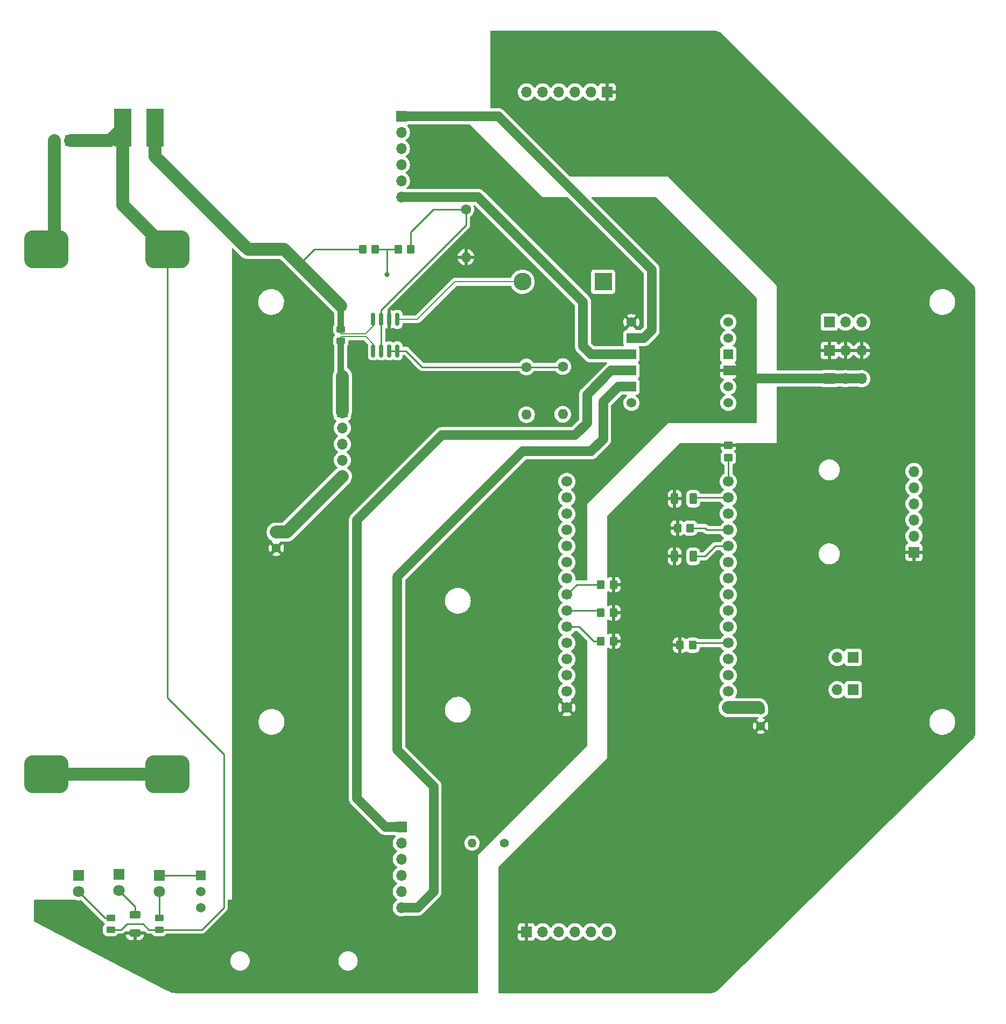
<source format=gbr>
%TF.GenerationSoftware,KiCad,Pcbnew,6.0.2+dfsg-1*%
%TF.CreationDate,2025-04-12T20:02:45+02:00*%
%TF.ProjectId,Placa base v1.0,506c6163-6120-4626-9173-652076312e30,rev?*%
%TF.SameCoordinates,Original*%
%TF.FileFunction,Copper,L1,Top*%
%TF.FilePolarity,Positive*%
%FSLAX46Y46*%
G04 Gerber Fmt 4.6, Leading zero omitted, Abs format (unit mm)*
G04 Created by KiCad (PCBNEW 6.0.2+dfsg-1) date 2025-04-12 20:02:45*
%MOMM*%
%LPD*%
G01*
G04 APERTURE LIST*
G04 Aperture macros list*
%AMRoundRect*
0 Rectangle with rounded corners*
0 $1 Rounding radius*
0 $2 $3 $4 $5 $6 $7 $8 $9 X,Y pos of 4 corners*
0 Add a 4 corners polygon primitive as box body*
4,1,4,$2,$3,$4,$5,$6,$7,$8,$9,$2,$3,0*
0 Add four circle primitives for the rounded corners*
1,1,$1+$1,$2,$3*
1,1,$1+$1,$4,$5*
1,1,$1+$1,$6,$7*
1,1,$1+$1,$8,$9*
0 Add four rect primitives between the rounded corners*
20,1,$1+$1,$2,$3,$4,$5,0*
20,1,$1+$1,$4,$5,$6,$7,0*
20,1,$1+$1,$6,$7,$8,$9,0*
20,1,$1+$1,$8,$9,$2,$3,0*%
G04 Aperture macros list end*
%TA.AperFunction,ComponentPad*%
%ADD10C,1.400000*%
%TD*%
%TA.AperFunction,ComponentPad*%
%ADD11R,2.700000X6.000000*%
%TD*%
%TA.AperFunction,ComponentPad*%
%ADD12R,1.700000X1.700000*%
%TD*%
%TA.AperFunction,ComponentPad*%
%ADD13O,1.700000X1.700000*%
%TD*%
%TA.AperFunction,SMDPad,CuDef*%
%ADD14RoundRect,0.250000X0.450000X-0.262500X0.450000X0.262500X-0.450000X0.262500X-0.450000X-0.262500X0*%
%TD*%
%TA.AperFunction,ComponentPad*%
%ADD15R,1.500000X1.500000*%
%TD*%
%TA.AperFunction,ComponentPad*%
%ADD16C,1.500000*%
%TD*%
%TA.AperFunction,ComponentPad*%
%ADD17C,1.524000*%
%TD*%
%TA.AperFunction,ComponentPad*%
%ADD18R,1.524000X1.524000*%
%TD*%
%TA.AperFunction,ComponentPad*%
%ADD19C,1.700000*%
%TD*%
%TA.AperFunction,SMDPad,CuDef*%
%ADD20RoundRect,0.250000X-0.450000X0.262500X-0.450000X-0.262500X0.450000X-0.262500X0.450000X0.262500X0*%
%TD*%
%TA.AperFunction,SMDPad,CuDef*%
%ADD21RoundRect,0.150000X0.150000X-0.825000X0.150000X0.825000X-0.150000X0.825000X-0.150000X-0.825000X0*%
%TD*%
%TA.AperFunction,SMDPad,CuDef*%
%ADD22RoundRect,1.500000X2.000000X-1.500000X2.000000X1.500000X-2.000000X1.500000X-2.000000X-1.500000X0*%
%TD*%
%TA.AperFunction,SMDPad,CuDef*%
%ADD23RoundRect,1.500000X-2.000000X1.500000X-2.000000X-1.500000X2.000000X-1.500000X2.000000X1.500000X0*%
%TD*%
%TA.AperFunction,SMDPad,CuDef*%
%ADD24RoundRect,0.250000X0.350000X0.450000X-0.350000X0.450000X-0.350000X-0.450000X0.350000X-0.450000X0*%
%TD*%
%TA.AperFunction,SMDPad,CuDef*%
%ADD25RoundRect,0.250000X0.312500X0.625000X-0.312500X0.625000X-0.312500X-0.625000X0.312500X-0.625000X0*%
%TD*%
%TA.AperFunction,ComponentPad*%
%ADD26C,1.600000*%
%TD*%
%TA.AperFunction,ComponentPad*%
%ADD27O,1.600000X1.600000*%
%TD*%
%TA.AperFunction,ComponentPad*%
%ADD28R,1.800000X1.800000*%
%TD*%
%TA.AperFunction,ComponentPad*%
%ADD29C,1.800000*%
%TD*%
%TA.AperFunction,SMDPad,CuDef*%
%ADD30RoundRect,0.250000X0.450000X-0.350000X0.450000X0.350000X-0.450000X0.350000X-0.450000X-0.350000X0*%
%TD*%
%TA.AperFunction,ComponentPad*%
%ADD31R,2.800000X2.800000*%
%TD*%
%TA.AperFunction,ComponentPad*%
%ADD32O,2.800000X2.800000*%
%TD*%
%TA.AperFunction,SMDPad,CuDef*%
%ADD33RoundRect,0.250000X0.625000X-0.312500X0.625000X0.312500X-0.625000X0.312500X-0.625000X-0.312500X0*%
%TD*%
%TA.AperFunction,SMDPad,CuDef*%
%ADD34RoundRect,0.250000X-0.350000X-0.450000X0.350000X-0.450000X0.350000X0.450000X-0.350000X0.450000X0*%
%TD*%
%TA.AperFunction,ComponentPad*%
%ADD35O,1.400000X1.400000*%
%TD*%
%TA.AperFunction,ViaPad*%
%ADD36C,0.800000*%
%TD*%
%TA.AperFunction,Conductor*%
%ADD37C,0.250000*%
%TD*%
%TA.AperFunction,Conductor*%
%ADD38C,2.000000*%
%TD*%
%TA.AperFunction,Conductor*%
%ADD39C,1.500000*%
%TD*%
%TA.AperFunction,Conductor*%
%ADD40C,0.200000*%
%TD*%
%TA.AperFunction,Conductor*%
%ADD41C,1.000000*%
%TD*%
G04 APERTURE END LIST*
D10*
%TO.P,JP1,1,A*%
%TO.N,+5V*%
X77470000Y-109855000D03*
%TO.P,JP1,2,B*%
%TO.N,Net-(JP1-Pad2)*%
X77470000Y-107315000D03*
%TD*%
D11*
%TO.P,SW1,1,A*%
%TO.N,+BATT*%
X53340000Y-43688000D03*
%TO.P,SW1,2,B*%
%TO.N,VCC*%
X58420000Y-43688000D03*
%TD*%
D12*
%TO.P,J1,1,Pin_1*%
%TO.N,/M_RIGHT+*%
X97155000Y-153670000D03*
D13*
%TO.P,J1,2,Pin_2*%
%TO.N,GND*%
X97155000Y-156210000D03*
%TO.P,J1,3,Pin_3*%
%TO.N,/ENC_RIGHT_A*%
X97155000Y-158750000D03*
%TO.P,J1,4,Pin_4*%
%TO.N,/ENC_RIGHT_B*%
X97155000Y-161290000D03*
%TO.P,J1,5,Pin_5*%
%TO.N,+3V3*%
X97155000Y-163830000D03*
%TO.P,J1,6,Pin_6*%
%TO.N,/M_RIGHT-*%
X97155000Y-166370000D03*
%TD*%
D12*
%TO.P,J9,1,Pin_1*%
%TO.N,GND*%
X164480000Y-74295000D03*
D13*
%TO.P,J9,2,Pin_2*%
X167020000Y-74295000D03*
%TO.P,J9,3,Pin_3*%
X169560000Y-74295000D03*
%TD*%
D12*
%TO.P,J7,1,Pin_1*%
%TO.N,+5V*%
X164480000Y-83185000D03*
D13*
%TO.P,J7,2,Pin_2*%
X167020000Y-83185000D03*
%TO.P,J7,3,Pin_3*%
X169560000Y-83185000D03*
%TD*%
D14*
%TO.P,R14,1*%
%TO.N,+BATT*%
X51435000Y-169822500D03*
%TO.P,R14,2*%
%TO.N,Net-(D1-Pad2)*%
X51435000Y-167997500D03*
%TD*%
D15*
%TO.P,Q2,1,D*%
%TO.N,Net-(D3-Pad1)*%
X65590000Y-161280000D03*
D16*
%TO.P,Q2,2,G*%
%TO.N,/Vce*%
X65590000Y-163820000D03*
%TO.P,Q2,3,S*%
%TO.N,GND*%
X65590000Y-166360000D03*
%TD*%
D17*
%TO.P,U2,1,SLEEP*%
%TO.N,+5V*%
X133350000Y-74295000D03*
D18*
%TO.P,U2,2,OUT1*%
%TO.N,/M_LEFT+*%
X133350000Y-76835000D03*
%TO.P,U2,3,OUT2*%
%TO.N,/M_LEFT-*%
X133350000Y-79375000D03*
%TO.P,U2,4,OUT3*%
%TO.N,/M_RIGHT+*%
X133350000Y-81915000D03*
%TO.P,U2,5,OUT4*%
%TO.N,/M_RIGHT-*%
X133350000Y-84455000D03*
D17*
%TO.P,U2,6,ULT*%
%TO.N,unconnected-(U2-Pad6)*%
X133350000Y-86995000D03*
%TO.P,U2,7,IN1*%
%TO.N,/PWM_RIGHT+*%
X148590000Y-86995000D03*
%TO.P,U2,8,IN2*%
%TO.N,/PWM_RIGHT-*%
X148590000Y-84455000D03*
D18*
%TO.P,U2,9,VCC*%
%TO.N,+5V*%
X148590000Y-81915000D03*
%TO.P,U2,10,GND*%
%TO.N,GNDA*%
X148590000Y-79375000D03*
D17*
%TO.P,U2,11,IN3*%
%TO.N,/PWM_LEFT+*%
X148590000Y-76835000D03*
%TO.P,U2,12,IN4*%
%TO.N,/PWM_LEFT-*%
X148590000Y-74295000D03*
%TD*%
D19*
%TO.P,U4,1,EN*%
%TO.N,unconnected-(U4-Pad1)*%
X123190000Y-99360000D03*
%TO.P,U4,2,VP*%
%TO.N,/ENC_LEFT_A*%
X123190000Y-101900000D03*
%TO.P,U4,3,VN*%
%TO.N,/ENC_LEFT_B*%
X123190000Y-104440000D03*
%TO.P,U4,4,D34*%
%TO.N,/ENC_RIGHT_A*%
X123190000Y-106980000D03*
%TO.P,U4,5,D35*%
%TO.N,/ENC_RIGHT_B*%
X123190000Y-109520000D03*
%TO.P,U4,6,D32*%
%TO.N,/BATTERY_CURRENT*%
X123190000Y-112060000D03*
%TO.P,U4,7,D33*%
%TO.N,/BATTERY_VOLTAGE*%
X123190000Y-114600000D03*
%TO.P,U4,8,D25*%
%TO.N,/XSHUT_L*%
X123190000Y-117140000D03*
%TO.P,U4,9,D26*%
%TO.N,/XSHUT_C*%
X123190000Y-119680000D03*
%TO.P,U4,10,D27*%
%TO.N,/XSHUT_R*%
X123190000Y-122220000D03*
%TO.P,U4,11,D14*%
%TO.N,/PWM_LEFT-*%
X123190000Y-124760000D03*
%TO.P,U4,12,D12*%
%TO.N,unconnected-(U4-Pad12)*%
X123190000Y-127300000D03*
%TO.P,U4,13,D13*%
%TO.N,/PWM_LEFT+*%
X123190000Y-129840000D03*
%TO.P,U4,14,GND*%
%TO.N,GND*%
X123190000Y-132380000D03*
%TO.P,U4,15,VIN*%
%TO.N,+5V*%
X123190000Y-134920000D03*
%TO.P,U4,16,3V3*%
%TO.N,Net-(JP2-Pad1)*%
X148590000Y-134920000D03*
%TO.P,U4,17,GND*%
%TO.N,GND*%
X148590000Y-132380000D03*
%TO.P,U4,18,D15*%
%TO.N,unconnected-(U4-Pad18)*%
X148590000Y-129840000D03*
%TO.P,U4,19,D2/CS*%
%TO.N,unconnected-(U4-Pad19)*%
X148590000Y-127300000D03*
%TO.P,U4,20,D4*%
%TO.N,/GPIO1_R*%
X148590000Y-124760000D03*
%TO.P,U4,21,RX2*%
%TO.N,unconnected-(U4-Pad21)*%
X148590000Y-122220000D03*
%TO.P,U4,22,TX2*%
%TO.N,unconnected-(U4-Pad22)*%
X148590000Y-119680000D03*
%TO.P,U4,23,D5*%
%TO.N,unconnected-(U4-Pad23)*%
X148590000Y-117140000D03*
%TO.P,U4,24,D18/SCK*%
%TO.N,/PWM_RIGHT+*%
X148590000Y-114600000D03*
%TO.P,U4,25,D19/MISO*%
%TO.N,/PWM_RIGHT-*%
X148590000Y-112060000D03*
%TO.P,U4,26,D21/SDA*%
%TO.N,/SDA*%
X148590000Y-109520000D03*
%TO.P,U4,27,RX0*%
%TO.N,/GPIO1_L*%
X148590000Y-106980000D03*
%TO.P,U4,28,TX0*%
%TO.N,unconnected-(U4-Pad28)*%
X148590000Y-104440000D03*
%TO.P,U4,29,D22/SCL*%
%TO.N,/SCL*%
X148590000Y-101900000D03*
%TO.P,U4,30,D23/MOSI*%
%TO.N,/GPIO1_C*%
X148590000Y-99360000D03*
%TD*%
D20*
%TO.P,R_Shunt1,1*%
%TO.N,VCC*%
X87630000Y-75414500D03*
%TO.P,R_Shunt1,2*%
%TO.N,VDC*%
X87630000Y-77239500D03*
%TD*%
D21*
%TO.P,U1,1,IN-*%
%TO.N,VDC*%
X92710000Y-78802000D03*
%TO.P,U1,2,GND*%
%TO.N,GND*%
X93980000Y-78802000D03*
%TO.P,U1,3,PRE_OUT*%
%TO.N,Net-(C3-Pad1)*%
X95250000Y-78802000D03*
%TO.P,U1,4,BUF_IN*%
X96520000Y-78802000D03*
%TO.P,U1,5*%
%TO.N,/BATTERY_CURRENT*%
X96520000Y-73852000D03*
%TO.P,U1,6,V+*%
%TO.N,+5V*%
X95250000Y-73852000D03*
%TO.P,U1,7,NC*%
%TO.N,GND*%
X93980000Y-73852000D03*
%TO.P,U1,8,IN+*%
%TO.N,VCC*%
X92710000Y-73852000D03*
%TD*%
D14*
%TO.P,R16,1*%
%TO.N,+BATT*%
X59055000Y-169822500D03*
%TO.P,R16,2*%
%TO.N,Net-(D3-Pad2)*%
X59055000Y-167997500D03*
%TD*%
D22*
%TO.P,U5,1,+*%
%TO.N,-BATT*%
X41295000Y-145415000D03*
%TO.P,U5,2,-*%
%TO.N,GNDA*%
X41295000Y-62865000D03*
%TD*%
D23*
%TO.P,U6,1,+*%
%TO.N,+BATT*%
X60345000Y-62865000D03*
%TO.P,U6,2,-*%
%TO.N,-BATT*%
X60345000Y-145415000D03*
%TD*%
D24*
%TO.P,R6,1*%
%TO.N,+3V3*%
X130540000Y-115570000D03*
%TO.P,R6,2*%
%TO.N,/XSHUT_L*%
X128540000Y-115570000D03*
%TD*%
D12*
%TO.P,J_Batt1,1,Pin_1*%
%TO.N,+BATT*%
X45090000Y-45720000D03*
D13*
%TO.P,J_Batt1,2,Pin_2*%
%TO.N,GNDA*%
X42550000Y-45720000D03*
%TD*%
D10*
%TO.P,JP2,1,A*%
%TO.N,Net-(JP2-Pad1)*%
X153670000Y-135275000D03*
%TO.P,JP2,2,B*%
%TO.N,+3V3*%
X153670000Y-137815000D03*
%TD*%
D12*
%TO.P,J8,1,Pin_1*%
%TO.N,+3V3*%
X164480000Y-78740000D03*
D13*
%TO.P,J8,2,Pin_2*%
X167020000Y-78740000D03*
%TO.P,J8,3,Pin_3*%
X169560000Y-78740000D03*
%TD*%
D25*
%TO.P,R8,1*%
%TO.N,/SCL*%
X143067500Y-102057200D03*
%TO.P,R8,2*%
%TO.N,+3V3*%
X140142500Y-102057200D03*
%TD*%
D26*
%TO.P,C4,1*%
%TO.N,Net-(C3-Pad1)*%
X122555000Y-81280000D03*
D27*
%TO.P,C4,2*%
%TO.N,GND*%
X122555000Y-88780000D03*
%TD*%
D12*
%TO.P,J_I2C_2,1,Pin_1*%
%TO.N,/SCL*%
X168255000Y-127000000D03*
D13*
%TO.P,J_I2C_2,2,Pin_2*%
%TO.N,/SDA*%
X165715000Y-127000000D03*
%TD*%
D24*
%TO.P,R4,1*%
%TO.N,+3V3*%
X130540000Y-124460000D03*
%TO.P,R4,2*%
%TO.N,/XSHUT_R*%
X128540000Y-124460000D03*
%TD*%
D12*
%TO.P,J4,1,Pin_1*%
%TO.N,+3V3*%
X129540000Y-38100000D03*
D13*
%TO.P,J4,2,Pin_2*%
%TO.N,/SCL*%
X127000000Y-38100000D03*
%TO.P,J4,3,Pin_3*%
%TO.N,/SDA*%
X124460000Y-38100000D03*
%TO.P,J4,4,Pin_4*%
%TO.N,/GPIO1_L*%
X121920000Y-38100000D03*
%TO.P,J4,5,Pin_5*%
%TO.N,/XSHUT_L*%
X119380000Y-38100000D03*
%TO.P,J4,6,Pin_6*%
%TO.N,GND*%
X116840000Y-38100000D03*
%TD*%
D28*
%TO.P,D2,1,K*%
%TO.N,GND*%
X52705000Y-161158000D03*
D29*
%TO.P,D2,2,A*%
%TO.N,Net-(D2-Pad2)*%
X52705000Y-163698000D03*
%TD*%
D30*
%TO.P,R13,1*%
%TO.N,/GPIO1_C*%
X148590000Y-95615000D03*
%TO.P,R13,2*%
%TO.N,+3V3*%
X148590000Y-93615000D03*
%TD*%
D25*
%TO.P,R7,1*%
%TO.N,/SDA*%
X143067500Y-111125000D03*
%TO.P,R7,2*%
%TO.N,+3V3*%
X140142500Y-111125000D03*
%TD*%
D31*
%TO.P,Bat49,1,K*%
%TO.N,+3V3*%
X128905000Y-67945000D03*
D32*
%TO.P,Bat49,2,A*%
%TO.N,/BATTERY_CURRENT*%
X116205000Y-67945000D03*
%TD*%
D33*
%TO.P,R15,1*%
%TO.N,+5V*%
X55245000Y-170372500D03*
%TO.P,R15,2*%
%TO.N,Net-(D2-Pad2)*%
X55245000Y-167447500D03*
%TD*%
D28*
%TO.P,D3,1,K*%
%TO.N,Net-(D3-Pad1)*%
X59055000Y-161285000D03*
D29*
%TO.P,D3,2,A*%
%TO.N,Net-(D3-Pad2)*%
X59055000Y-163825000D03*
%TD*%
D34*
%TO.P,R10,1*%
%TO.N,/BATTERY_VOLTAGE*%
X96663000Y-62865000D03*
%TO.P,R10,2*%
%TO.N,GND*%
X98663000Y-62865000D03*
%TD*%
D24*
%TO.P,R12,1*%
%TO.N,/GPIO1_L*%
X142605000Y-106680000D03*
%TO.P,R12,2*%
%TO.N,+3V3*%
X140605000Y-106680000D03*
%TD*%
D10*
%TO.P,R0,1*%
%TO.N,GND*%
X113361000Y-156210000D03*
D35*
%TO.P,R0,2*%
%TO.N,GNDA*%
X108281000Y-156210000D03*
%TD*%
D34*
%TO.P,R9,1*%
%TO.N,VCC*%
X91075000Y-62865000D03*
%TO.P,R9,2*%
%TO.N,/BATTERY_VOLTAGE*%
X93075000Y-62865000D03*
%TD*%
D12*
%TO.P,J_I2C_1,1,Pin_1*%
%TO.N,/SCL*%
X168255000Y-132105000D03*
D13*
%TO.P,J_I2C_1,2,Pin_2*%
%TO.N,/SDA*%
X165715000Y-132105000D03*
%TD*%
D24*
%TO.P,R11,1*%
%TO.N,/GPIO1_R*%
X142970000Y-125095000D03*
%TO.P,R11,2*%
%TO.N,+3V3*%
X140970000Y-125095000D03*
%TD*%
D26*
%TO.P,C2,1*%
%TO.N,GND*%
X107315000Y-56575000D03*
D27*
%TO.P,C2,2*%
%TO.N,+5V*%
X107315000Y-64075000D03*
%TD*%
D12*
%TO.P,J2,1,Pin_1*%
%TO.N,/M_LEFT+*%
X97155000Y-41910000D03*
D13*
%TO.P,J2,2,Pin_2*%
%TO.N,+3V3*%
X97155000Y-44450000D03*
%TO.P,J2,3,Pin_3*%
%TO.N,/ENC_LEFT_A*%
X97155000Y-46990000D03*
%TO.P,J2,4,Pin_4*%
%TO.N,/ENC_LEFT_B*%
X97155000Y-49530000D03*
%TO.P,J2,5,Pin_5*%
%TO.N,GND*%
X97155000Y-52070000D03*
%TO.P,J2,6,Pin_6*%
%TO.N,/M_LEFT-*%
X97155000Y-54610000D03*
%TD*%
D24*
%TO.P,R5,1*%
%TO.N,+3V3*%
X130540000Y-120015000D03*
%TO.P,R5,2*%
%TO.N,/XSHUT_C*%
X128540000Y-120015000D03*
%TD*%
D12*
%TO.P,J_DC-DC1,1,Pin_1*%
%TO.N,VDC*%
X87884000Y-88392000D03*
D13*
%TO.P,J_DC-DC1,2,Pin_2*%
%TO.N,GNDA*%
X87884000Y-90932000D03*
%TO.P,J_DC-DC1,3,Pin_3*%
%TO.N,/Vbe*%
X87884000Y-93472000D03*
%TO.P,J_DC-DC1,4,Pin_4*%
%TO.N,/Vce*%
X87884000Y-96012000D03*
%TO.P,J_DC-DC1,5,Pin_5*%
%TO.N,Net-(JP1-Pad2)*%
X87884000Y-98552000D03*
%TD*%
D12*
%TO.P,J6,1,Pin_1*%
%TO.N,+3V3*%
X116840000Y-170180000D03*
D13*
%TO.P,J6,2,Pin_2*%
%TO.N,/SCL*%
X119380000Y-170180000D03*
%TO.P,J6,3,Pin_3*%
%TO.N,/SDA*%
X121920000Y-170180000D03*
%TO.P,J6,4,Pin_4*%
%TO.N,/GPIO1_R*%
X124460000Y-170180000D03*
%TO.P,J6,5,Pin_5*%
%TO.N,/XSHUT_R*%
X127000000Y-170180000D03*
%TO.P,J6,6,Pin_6*%
%TO.N,GND*%
X129540000Y-170180000D03*
%TD*%
D26*
%TO.P,C3,1*%
%TO.N,Net-(C3-Pad1)*%
X116840000Y-81340000D03*
D27*
%TO.P,C3,2*%
%TO.N,GND*%
X116840000Y-88840000D03*
%TD*%
D12*
%TO.P,J5,1,Pin_1*%
%TO.N,+3V3*%
X177800000Y-110490000D03*
D13*
%TO.P,J5,2,Pin_2*%
%TO.N,/SCL*%
X177800000Y-107950000D03*
%TO.P,J5,3,Pin_3*%
%TO.N,/SDA*%
X177800000Y-105410000D03*
%TO.P,J5,4,Pin_4*%
%TO.N,/GPIO1_C*%
X177800000Y-102870000D03*
%TO.P,J5,5,Pin_5*%
%TO.N,/XSHUT_C*%
X177800000Y-100330000D03*
%TO.P,J5,6,Pin_6*%
%TO.N,GND*%
X177800000Y-97790000D03*
%TD*%
D28*
%TO.P,D1,1,K*%
%TO.N,GND*%
X46355000Y-161290000D03*
D29*
%TO.P,D1,2,A*%
%TO.N,Net-(D1-Pad2)*%
X46355000Y-163830000D03*
%TD*%
D36*
%TO.N,/BATTERY_VOLTAGE*%
X94869000Y-66802000D03*
%TD*%
D37*
%TO.N,+BATT*%
X59055000Y-169822500D02*
X63142500Y-169822500D01*
X57427500Y-169822500D02*
X56515000Y-168910000D01*
X69215000Y-163830000D02*
X69215000Y-166370000D01*
X59055000Y-169822500D02*
X57427500Y-169822500D01*
X69215000Y-142240000D02*
X60345000Y-133370000D01*
X65762500Y-169822500D02*
X69215000Y-166370000D01*
X56515000Y-168910000D02*
X53975000Y-168910000D01*
D38*
X53340000Y-55860000D02*
X53340000Y-43688000D01*
D37*
X63142500Y-169822500D02*
X65762500Y-169822500D01*
X53975000Y-168910000D02*
X53062500Y-169822500D01*
D38*
X60345000Y-62865000D02*
X53340000Y-55860000D01*
D37*
X60345000Y-133370000D02*
X60345000Y-62865000D01*
D38*
X51308000Y-45720000D02*
X53340000Y-43688000D01*
D37*
X69215000Y-163830000D02*
X69215000Y-142240000D01*
D38*
X45090000Y-45720000D02*
X51308000Y-45720000D01*
D37*
X53062500Y-169822500D02*
X51435000Y-169822500D01*
%TO.N,GND*%
X98663000Y-60087000D02*
X102175000Y-56575000D01*
X102175000Y-56575000D02*
X107315000Y-56575000D01*
X93980000Y-72390000D02*
X107315000Y-59055000D01*
X98663000Y-62865000D02*
X98663000Y-60087000D01*
X93980000Y-73852000D02*
X93980000Y-72390000D01*
X107315000Y-59055000D02*
X107315000Y-56575000D01*
X93980000Y-73852000D02*
X93980000Y-78802000D01*
D39*
%TO.N,+5V*%
X164480000Y-83185000D02*
X167020000Y-83185000D01*
X148590000Y-81915000D02*
X150495000Y-81915000D01*
X151765000Y-83185000D02*
X164480000Y-83185000D01*
X150495000Y-81915000D02*
X151765000Y-83185000D01*
X167020000Y-83185000D02*
X169560000Y-83185000D01*
D37*
%TO.N,Net-(C3-Pad1)*%
X96520000Y-78802000D02*
X97902800Y-78802000D01*
X116840000Y-81340000D02*
X122495000Y-81340000D01*
X95250000Y-78802000D02*
X96520000Y-78802000D01*
X122495000Y-81340000D02*
X122555000Y-81280000D01*
X97902800Y-78802000D02*
X100440800Y-81340000D01*
X100440800Y-81340000D02*
X116840000Y-81340000D01*
D40*
%TO.N,VDC*%
X92710000Y-77698600D02*
X91560120Y-76548720D01*
D41*
X87630000Y-77239500D02*
X87630000Y-82550000D01*
X87630000Y-82550000D02*
X87884000Y-82804000D01*
D40*
X92710000Y-78802000D02*
X92710000Y-77698600D01*
D38*
X87884000Y-82804000D02*
X87884000Y-88392000D01*
D40*
X87630000Y-76657200D02*
X87630000Y-77239500D01*
X87738480Y-76548720D02*
X87630000Y-76657200D01*
X91560120Y-76548720D02*
X87738480Y-76548720D01*
D37*
%TO.N,Net-(JP2-Pad1)*%
X153315000Y-134920000D02*
X153670000Y-135275000D01*
D38*
X148590000Y-134920000D02*
X153315000Y-134920000D01*
D37*
%TO.N,/BATTERY_VOLTAGE*%
X96663000Y-62865000D02*
X94869000Y-62865000D01*
X94869000Y-62865000D02*
X94869000Y-66802000D01*
X94869000Y-62865000D02*
X93075000Y-62865000D01*
D39*
%TO.N,/M_RIGHT-*%
X102235000Y-147320000D02*
X102235000Y-163830000D01*
X99695000Y-166370000D02*
X97155000Y-166370000D01*
X128905000Y-92710000D02*
X127000000Y-94615000D01*
X96520000Y-141605000D02*
X102235000Y-147320000D01*
X133350000Y-84455000D02*
X131267200Y-84455000D01*
X116205000Y-94615000D02*
X96520000Y-114300000D01*
X127000000Y-94615000D02*
X116205000Y-94615000D01*
X102235000Y-163830000D02*
X99695000Y-166370000D01*
X96520000Y-114300000D02*
X96520000Y-141605000D01*
X128905000Y-86817200D02*
X128905000Y-92710000D01*
X131267200Y-84455000D02*
X128905000Y-86817200D01*
%TO.N,/M_RIGHT+*%
X133350000Y-81915000D02*
X130149600Y-81915000D01*
X90170000Y-149225000D02*
X94615000Y-153670000D01*
X94615000Y-153670000D02*
X97155000Y-153670000D01*
X126365000Y-85699600D02*
X126365000Y-90170000D01*
X130149600Y-81915000D02*
X126365000Y-85699600D01*
X103505000Y-92075000D02*
X90170000Y-105410000D01*
X90170000Y-105410000D02*
X90170000Y-149225000D01*
X124460000Y-92075000D02*
X103505000Y-92075000D01*
X126365000Y-90170000D02*
X124460000Y-92075000D01*
D37*
%TO.N,+3V3*%
X140142500Y-102057200D02*
X140147800Y-102057200D01*
%TO.N,/GPIO1_L*%
X144907000Y-106680000D02*
X145207000Y-106980000D01*
X145207000Y-106980000D02*
X148590000Y-106980000D01*
X142605000Y-106680000D02*
X144907000Y-106680000D01*
%TO.N,/SDA*%
X143067500Y-111125000D02*
X144907000Y-111125000D01*
X144907000Y-111125000D02*
X146512000Y-109520000D01*
X146512000Y-109520000D02*
X148590000Y-109520000D01*
%TO.N,/SCL*%
X148590000Y-101900000D02*
X143224700Y-101900000D01*
X143224700Y-101900000D02*
X143067500Y-102057200D01*
%TO.N,/XSHUT_L*%
X124760000Y-115570000D02*
X123190000Y-117140000D01*
X128540000Y-115570000D02*
X124760000Y-115570000D01*
%TO.N,/GPIO1_C*%
X148590000Y-95615000D02*
X148590000Y-99360000D01*
%TO.N,/XSHUT_C*%
X128205000Y-119680000D02*
X128540000Y-120015000D01*
X123190000Y-119680000D02*
X128205000Y-119680000D01*
%TO.N,/GPIO1_R*%
X148590000Y-124760000D02*
X143305000Y-124760000D01*
X143305000Y-124760000D02*
X142970000Y-125095000D01*
%TO.N,/XSHUT_R*%
X127381000Y-124460000D02*
X125141000Y-122220000D01*
X128540000Y-124460000D02*
X127381000Y-124460000D01*
X123190000Y-122220000D02*
X125049000Y-122220000D01*
X125141000Y-122220000D02*
X125049000Y-122220000D01*
D40*
%TO.N,VCC*%
X91516200Y-76123800D02*
X87706200Y-76123800D01*
D38*
X58420000Y-48260000D02*
X73025000Y-62865000D01*
D41*
X87630000Y-71755000D02*
X87630000Y-75414500D01*
D37*
X83439000Y-62865000D02*
X81089500Y-65214500D01*
D38*
X78740000Y-62865000D02*
X81089500Y-65214500D01*
D40*
X92710000Y-74930000D02*
X91516200Y-76123800D01*
X87630000Y-76047600D02*
X87630000Y-75414500D01*
D38*
X58420000Y-43688000D02*
X58420000Y-48260000D01*
D37*
X91075000Y-62865000D02*
X83439000Y-62865000D01*
D40*
X92710000Y-73852000D02*
X92710000Y-74930000D01*
X87706200Y-76123800D02*
X87630000Y-76047600D01*
D38*
X73025000Y-62865000D02*
X78740000Y-62865000D01*
X81089500Y-65214500D02*
X87630000Y-71755000D01*
D40*
%TO.N,/BATTERY_CURRENT*%
X99680800Y-73852000D02*
X105587800Y-67945000D01*
X105587800Y-67945000D02*
X116205000Y-67945000D01*
X96520000Y-73852000D02*
X99680800Y-73852000D01*
D38*
%TO.N,-BATT*%
X41295000Y-145415000D02*
X60345000Y-145415000D01*
D37*
%TO.N,Net-(D1-Pad2)*%
X51435000Y-167997500D02*
X50522500Y-167997500D01*
X50522500Y-167997500D02*
X46355000Y-163830000D01*
D39*
%TO.N,/M_LEFT+*%
X133350000Y-76835000D02*
X135255000Y-76835000D01*
X112395000Y-41910000D02*
X97155000Y-41910000D01*
X135255000Y-76835000D02*
X136525000Y-75565000D01*
X136525000Y-75565000D02*
X136525000Y-66040000D01*
X136525000Y-66040000D02*
X112395000Y-41910000D01*
%TO.N,/M_LEFT-*%
X109220000Y-54610000D02*
X97155000Y-54610000D01*
X127000000Y-79375000D02*
X125730000Y-78105000D01*
X125730000Y-71120000D02*
X109220000Y-54610000D01*
X125730000Y-78105000D02*
X125730000Y-71120000D01*
X133350000Y-79375000D02*
X127000000Y-79375000D01*
D37*
%TO.N,Net-(D2-Pad2)*%
X55245000Y-166238000D02*
X52705000Y-163698000D01*
X55245000Y-167447500D02*
X55245000Y-166238000D01*
%TO.N,Net-(D3-Pad2)*%
X59055000Y-167997500D02*
X59055000Y-163825000D01*
D38*
%TO.N,Net-(JP1-Pad2)*%
X77470000Y-107315000D02*
X79121000Y-107315000D01*
X79121000Y-107315000D02*
X87884000Y-98552000D01*
D37*
%TO.N,Net-(D3-Pad1)*%
X65585000Y-161285000D02*
X65590000Y-161280000D01*
X59055000Y-161285000D02*
X65585000Y-161285000D01*
D38*
%TO.N,GNDA*%
X42550000Y-61610000D02*
X41295000Y-62865000D01*
X42550000Y-45720000D02*
X42550000Y-61610000D01*
%TD*%
%TA.AperFunction,Conductor*%
%TO.N,+5V*%
G36*
X137175931Y-54630002D02*
G01*
X137196905Y-54646905D01*
X152998095Y-70448095D01*
X153032121Y-70510407D01*
X153035000Y-70537190D01*
X153035000Y-90044000D01*
X153014998Y-90112121D01*
X152961342Y-90158614D01*
X152909000Y-90170000D01*
X139065000Y-90170000D01*
X126365000Y-102870000D01*
X126365000Y-114810500D01*
X126344998Y-114878621D01*
X126291342Y-114925114D01*
X126239000Y-114936500D01*
X124838767Y-114936500D01*
X124827584Y-114935973D01*
X124820091Y-114934298D01*
X124812165Y-114934547D01*
X124812164Y-114934547D01*
X124752014Y-114936438D01*
X124748055Y-114936500D01*
X124720144Y-114936500D01*
X124716210Y-114936997D01*
X124716209Y-114936997D01*
X124716144Y-114937005D01*
X124704307Y-114937938D01*
X124663260Y-114939228D01*
X124594545Y-114921376D01*
X124546389Y-114869207D01*
X124534380Y-114796843D01*
X124534654Y-114794767D01*
X124551529Y-114666590D01*
X124553156Y-114600000D01*
X124534852Y-114377361D01*
X124480431Y-114160702D01*
X124391354Y-113955840D01*
X124326139Y-113855033D01*
X124272822Y-113772617D01*
X124272820Y-113772614D01*
X124270014Y-113768277D01*
X124119670Y-113603051D01*
X124115619Y-113599852D01*
X124115615Y-113599848D01*
X123948414Y-113467800D01*
X123948410Y-113467798D01*
X123944359Y-113464598D01*
X123903053Y-113441796D01*
X123853084Y-113391364D01*
X123838312Y-113321921D01*
X123863428Y-113255516D01*
X123890780Y-113228909D01*
X123934603Y-113197650D01*
X124069860Y-113101173D01*
X124228096Y-112943489D01*
X124287594Y-112860689D01*
X124355435Y-112766277D01*
X124358453Y-112762077D01*
X124457430Y-112561811D01*
X124522370Y-112348069D01*
X124551529Y-112126590D01*
X124553156Y-112060000D01*
X124534852Y-111837361D01*
X124480431Y-111620702D01*
X124391354Y-111415840D01*
X124270014Y-111228277D01*
X124119670Y-111063051D01*
X124115619Y-111059852D01*
X124115615Y-111059848D01*
X123948414Y-110927800D01*
X123948410Y-110927798D01*
X123944359Y-110924598D01*
X123903053Y-110901796D01*
X123853084Y-110851364D01*
X123838312Y-110781921D01*
X123863428Y-110715516D01*
X123890780Y-110688909D01*
X123934603Y-110657650D01*
X124069860Y-110561173D01*
X124228096Y-110403489D01*
X124270025Y-110345139D01*
X124355435Y-110226277D01*
X124358453Y-110222077D01*
X124457430Y-110021811D01*
X124522370Y-109808069D01*
X124551529Y-109586590D01*
X124553156Y-109520000D01*
X124534852Y-109297361D01*
X124480431Y-109080702D01*
X124391354Y-108875840D01*
X124338990Y-108794898D01*
X124272822Y-108692617D01*
X124272820Y-108692614D01*
X124270014Y-108688277D01*
X124119670Y-108523051D01*
X124115619Y-108519852D01*
X124115615Y-108519848D01*
X123948414Y-108387800D01*
X123948410Y-108387798D01*
X123944359Y-108384598D01*
X123903053Y-108361796D01*
X123853084Y-108311364D01*
X123838312Y-108241921D01*
X123863428Y-108175516D01*
X123890780Y-108148909D01*
X123934603Y-108117650D01*
X124069860Y-108021173D01*
X124228096Y-107863489D01*
X124246650Y-107837669D01*
X124355435Y-107686277D01*
X124358453Y-107682077D01*
X124394592Y-107608956D01*
X124455136Y-107486453D01*
X124455137Y-107486451D01*
X124457430Y-107481811D01*
X124522370Y-107268069D01*
X124551529Y-107046590D01*
X124553156Y-106980000D01*
X124534852Y-106757361D01*
X124480431Y-106540702D01*
X124391354Y-106335840D01*
X124305976Y-106203865D01*
X124272822Y-106152617D01*
X124272820Y-106152614D01*
X124270014Y-106148277D01*
X124119670Y-105983051D01*
X124115619Y-105979852D01*
X124115615Y-105979848D01*
X123948414Y-105847800D01*
X123948410Y-105847798D01*
X123944359Y-105844598D01*
X123903053Y-105821796D01*
X123853084Y-105771364D01*
X123838312Y-105701921D01*
X123863428Y-105635516D01*
X123890780Y-105608909D01*
X123934603Y-105577650D01*
X124069860Y-105481173D01*
X124228096Y-105323489D01*
X124232431Y-105317457D01*
X124355435Y-105146277D01*
X124358453Y-105142077D01*
X124393703Y-105070755D01*
X124455136Y-104946453D01*
X124455137Y-104946451D01*
X124457430Y-104941811D01*
X124522370Y-104728069D01*
X124551529Y-104506590D01*
X124551611Y-104503240D01*
X124553074Y-104443365D01*
X124553074Y-104443361D01*
X124553156Y-104440000D01*
X124534852Y-104217361D01*
X124480431Y-104000702D01*
X124391354Y-103795840D01*
X124270014Y-103608277D01*
X124119670Y-103443051D01*
X124115619Y-103439852D01*
X124115615Y-103439848D01*
X123948414Y-103307800D01*
X123948410Y-103307798D01*
X123944359Y-103304598D01*
X123903053Y-103281796D01*
X123853084Y-103231364D01*
X123838312Y-103161921D01*
X123863428Y-103095516D01*
X123890780Y-103068909D01*
X123934603Y-103037650D01*
X124069860Y-102941173D01*
X124228096Y-102783489D01*
X124287594Y-102700689D01*
X124355435Y-102606277D01*
X124358453Y-102602077D01*
X124457430Y-102401811D01*
X124522370Y-102188069D01*
X124551529Y-101966590D01*
X124553156Y-101900000D01*
X124534852Y-101677361D01*
X124480431Y-101460702D01*
X124391354Y-101255840D01*
X124296658Y-101109462D01*
X124272822Y-101072617D01*
X124272820Y-101072614D01*
X124270014Y-101068277D01*
X124119670Y-100903051D01*
X124115619Y-100899852D01*
X124115615Y-100899848D01*
X123948414Y-100767800D01*
X123948410Y-100767798D01*
X123944359Y-100764598D01*
X123903053Y-100741796D01*
X123853084Y-100691364D01*
X123838312Y-100621921D01*
X123863428Y-100555516D01*
X123890780Y-100528909D01*
X123934603Y-100497650D01*
X124069860Y-100401173D01*
X124228096Y-100243489D01*
X124287594Y-100160689D01*
X124355435Y-100066277D01*
X124358453Y-100062077D01*
X124457430Y-99861811D01*
X124522370Y-99648069D01*
X124551529Y-99426590D01*
X124553156Y-99360000D01*
X124534852Y-99137361D01*
X124480431Y-98920702D01*
X124391354Y-98715840D01*
X124270014Y-98528277D01*
X124119670Y-98363051D01*
X124115619Y-98359852D01*
X124115615Y-98359848D01*
X123948414Y-98227800D01*
X123948410Y-98227798D01*
X123944359Y-98224598D01*
X123748789Y-98116638D01*
X123743920Y-98114914D01*
X123743916Y-98114912D01*
X123543087Y-98043795D01*
X123543083Y-98043794D01*
X123538212Y-98042069D01*
X123533119Y-98041162D01*
X123533116Y-98041161D01*
X123323373Y-98003800D01*
X123323367Y-98003799D01*
X123318284Y-98002894D01*
X123244452Y-98001992D01*
X123100081Y-98000228D01*
X123100079Y-98000228D01*
X123094911Y-98000165D01*
X122874091Y-98033955D01*
X122661756Y-98103357D01*
X122631443Y-98119137D01*
X122557017Y-98157881D01*
X122463607Y-98206507D01*
X122459474Y-98209610D01*
X122459471Y-98209612D01*
X122353703Y-98289025D01*
X122284965Y-98340635D01*
X122130629Y-98502138D01*
X122004743Y-98686680D01*
X121910688Y-98889305D01*
X121850989Y-99104570D01*
X121827251Y-99326695D01*
X121827548Y-99331848D01*
X121827548Y-99331851D01*
X121833011Y-99426590D01*
X121840110Y-99549715D01*
X121841247Y-99554761D01*
X121841248Y-99554767D01*
X121861119Y-99642939D01*
X121889222Y-99767639D01*
X121973266Y-99974616D01*
X122089987Y-100165088D01*
X122236250Y-100333938D01*
X122408126Y-100476632D01*
X122478595Y-100517811D01*
X122481445Y-100519476D01*
X122530169Y-100571114D01*
X122543240Y-100640897D01*
X122516509Y-100706669D01*
X122476055Y-100740027D01*
X122463607Y-100746507D01*
X122459474Y-100749610D01*
X122459471Y-100749612D01*
X122347447Y-100833722D01*
X122284965Y-100880635D01*
X122130629Y-101042138D01*
X122004743Y-101226680D01*
X121910688Y-101429305D01*
X121850989Y-101644570D01*
X121827251Y-101866695D01*
X121827548Y-101871848D01*
X121827548Y-101871851D01*
X121833011Y-101966590D01*
X121840110Y-102089715D01*
X121841247Y-102094761D01*
X121841248Y-102094767D01*
X121861119Y-102182939D01*
X121889222Y-102307639D01*
X121973266Y-102514616D01*
X122089987Y-102705088D01*
X122236250Y-102873938D01*
X122312846Y-102937529D01*
X122395496Y-103006146D01*
X122408126Y-103016632D01*
X122478595Y-103057811D01*
X122481445Y-103059476D01*
X122530169Y-103111114D01*
X122543240Y-103180897D01*
X122516509Y-103246669D01*
X122476055Y-103280027D01*
X122463607Y-103286507D01*
X122459474Y-103289610D01*
X122459471Y-103289612D01*
X122289100Y-103417530D01*
X122284965Y-103420635D01*
X122130629Y-103582138D01*
X122004743Y-103766680D01*
X121910688Y-103969305D01*
X121850989Y-104184570D01*
X121827251Y-104406695D01*
X121827548Y-104411848D01*
X121827548Y-104411851D01*
X121833011Y-104506590D01*
X121840110Y-104629715D01*
X121841247Y-104634761D01*
X121841248Y-104634767D01*
X121854534Y-104693720D01*
X121889222Y-104847639D01*
X121973266Y-105054616D01*
X122089987Y-105245088D01*
X122236250Y-105413938D01*
X122408126Y-105556632D01*
X122478595Y-105597811D01*
X122481445Y-105599476D01*
X122530169Y-105651114D01*
X122543240Y-105720897D01*
X122516509Y-105786669D01*
X122476055Y-105820027D01*
X122463607Y-105826507D01*
X122459474Y-105829610D01*
X122459471Y-105829612D01*
X122289100Y-105957530D01*
X122284965Y-105960635D01*
X122266605Y-105979848D01*
X122145562Y-106106512D01*
X122130629Y-106122138D01*
X122127715Y-106126410D01*
X122127714Y-106126411D01*
X122109838Y-106152617D01*
X122004743Y-106306680D01*
X121989003Y-106340590D01*
X121935596Y-106455646D01*
X121910688Y-106509305D01*
X121850989Y-106724570D01*
X121827251Y-106946695D01*
X121827548Y-106951848D01*
X121827548Y-106951851D01*
X121833011Y-107046590D01*
X121840110Y-107169715D01*
X121841247Y-107174761D01*
X121841248Y-107174767D01*
X121861119Y-107262939D01*
X121889222Y-107387639D01*
X121973266Y-107594616D01*
X122089987Y-107785088D01*
X122236250Y-107953938D01*
X122408126Y-108096632D01*
X122478595Y-108137811D01*
X122481445Y-108139476D01*
X122530169Y-108191114D01*
X122543240Y-108260897D01*
X122516509Y-108326669D01*
X122476055Y-108360027D01*
X122463607Y-108366507D01*
X122459474Y-108369610D01*
X122459471Y-108369612D01*
X122289100Y-108497530D01*
X122284965Y-108500635D01*
X122281393Y-108504373D01*
X122134429Y-108658162D01*
X122130629Y-108662138D01*
X122127715Y-108666410D01*
X122127714Y-108666411D01*
X122069986Y-108751037D01*
X122004743Y-108846680D01*
X121910688Y-109049305D01*
X121850989Y-109264570D01*
X121827251Y-109486695D01*
X121827548Y-109491848D01*
X121827548Y-109491851D01*
X121833011Y-109586590D01*
X121840110Y-109709715D01*
X121841247Y-109714761D01*
X121841248Y-109714767D01*
X121847273Y-109741500D01*
X121889222Y-109927639D01*
X121973266Y-110134616D01*
X122089987Y-110325088D01*
X122236250Y-110493938D01*
X122408126Y-110636632D01*
X122478595Y-110677811D01*
X122481445Y-110679476D01*
X122530169Y-110731114D01*
X122543240Y-110800897D01*
X122516509Y-110866669D01*
X122476055Y-110900027D01*
X122463607Y-110906507D01*
X122459474Y-110909610D01*
X122459471Y-110909612D01*
X122435247Y-110927800D01*
X122284965Y-111040635D01*
X122130629Y-111202138D01*
X122004743Y-111386680D01*
X121989003Y-111420590D01*
X121928085Y-111551827D01*
X121910688Y-111589305D01*
X121850989Y-111804570D01*
X121827251Y-112026695D01*
X121827548Y-112031848D01*
X121827548Y-112031851D01*
X121833011Y-112126590D01*
X121840110Y-112249715D01*
X121841247Y-112254761D01*
X121841248Y-112254767D01*
X121862554Y-112349305D01*
X121889222Y-112467639D01*
X121973266Y-112674616D01*
X122089987Y-112865088D01*
X122236250Y-113033938D01*
X122408126Y-113176632D01*
X122478595Y-113217811D01*
X122481445Y-113219476D01*
X122530169Y-113271114D01*
X122543240Y-113340897D01*
X122516509Y-113406669D01*
X122476055Y-113440027D01*
X122463607Y-113446507D01*
X122459474Y-113449610D01*
X122459471Y-113449612D01*
X122289100Y-113577530D01*
X122284965Y-113580635D01*
X122130629Y-113742138D01*
X122127715Y-113746410D01*
X122127714Y-113746411D01*
X122053617Y-113855033D01*
X122004743Y-113926680D01*
X121910688Y-114129305D01*
X121850989Y-114344570D01*
X121827251Y-114566695D01*
X121827548Y-114571848D01*
X121827548Y-114571851D01*
X121839812Y-114784547D01*
X121840110Y-114789715D01*
X121841247Y-114794761D01*
X121841248Y-114794767D01*
X121858987Y-114873477D01*
X121889222Y-115007639D01*
X121973266Y-115214616D01*
X122089987Y-115405088D01*
X122236250Y-115573938D01*
X122408126Y-115716632D01*
X122478595Y-115757811D01*
X122481445Y-115759476D01*
X122530169Y-115811114D01*
X122543240Y-115880897D01*
X122516509Y-115946669D01*
X122476055Y-115980027D01*
X122463607Y-115986507D01*
X122459474Y-115989610D01*
X122459471Y-115989612D01*
X122289100Y-116117530D01*
X122284965Y-116120635D01*
X122130629Y-116282138D01*
X122004743Y-116466680D01*
X121910688Y-116669305D01*
X121850989Y-116884570D01*
X121827251Y-117106695D01*
X121827548Y-117111848D01*
X121827548Y-117111851D01*
X121839812Y-117324547D01*
X121840110Y-117329715D01*
X121841247Y-117334761D01*
X121841248Y-117334767D01*
X121852399Y-117384247D01*
X121889222Y-117547639D01*
X121973266Y-117754616D01*
X122089987Y-117945088D01*
X122236250Y-118113938D01*
X122408126Y-118256632D01*
X122478595Y-118297811D01*
X122481445Y-118299476D01*
X122530169Y-118351114D01*
X122543240Y-118420897D01*
X122516509Y-118486669D01*
X122476055Y-118520027D01*
X122463607Y-118526507D01*
X122459474Y-118529610D01*
X122459471Y-118529612D01*
X122289100Y-118657530D01*
X122284965Y-118660635D01*
X122130629Y-118822138D01*
X122004743Y-119006680D01*
X121986259Y-119046500D01*
X121922363Y-119184154D01*
X121910688Y-119209305D01*
X121850989Y-119424570D01*
X121827251Y-119646695D01*
X121827548Y-119651848D01*
X121827548Y-119651851D01*
X121839812Y-119864547D01*
X121840110Y-119869715D01*
X121841247Y-119874761D01*
X121841248Y-119874767D01*
X121845815Y-119895031D01*
X121889222Y-120087639D01*
X121973266Y-120294616D01*
X122089987Y-120485088D01*
X122236250Y-120653938D01*
X122408126Y-120796632D01*
X122478595Y-120837811D01*
X122481445Y-120839476D01*
X122530169Y-120891114D01*
X122543240Y-120960897D01*
X122516509Y-121026669D01*
X122476055Y-121060027D01*
X122469426Y-121063478D01*
X122463607Y-121066507D01*
X122459474Y-121069610D01*
X122459471Y-121069612D01*
X122342928Y-121157115D01*
X122284965Y-121200635D01*
X122130629Y-121362138D01*
X122004743Y-121546680D01*
X121966011Y-121630121D01*
X121929471Y-121708841D01*
X121910688Y-121749305D01*
X121850989Y-121964570D01*
X121827251Y-122186695D01*
X121827548Y-122191848D01*
X121827548Y-122191851D01*
X121833011Y-122286590D01*
X121840110Y-122409715D01*
X121841247Y-122414761D01*
X121841248Y-122414767D01*
X121862275Y-122508069D01*
X121889222Y-122627639D01*
X121973266Y-122834616D01*
X122089987Y-123025088D01*
X122236250Y-123193938D01*
X122408126Y-123336632D01*
X122478595Y-123377811D01*
X122481445Y-123379476D01*
X122530169Y-123431114D01*
X122543240Y-123500897D01*
X122516509Y-123566669D01*
X122476055Y-123600027D01*
X122463607Y-123606507D01*
X122459474Y-123609610D01*
X122459471Y-123609612D01*
X122357660Y-123686054D01*
X122284965Y-123740635D01*
X122130629Y-123902138D01*
X122004743Y-124086680D01*
X121910688Y-124289305D01*
X121850989Y-124504570D01*
X121827251Y-124726695D01*
X121827548Y-124731848D01*
X121827548Y-124731851D01*
X121839812Y-124944547D01*
X121840110Y-124949715D01*
X121841247Y-124954761D01*
X121841248Y-124954767D01*
X121853609Y-125009613D01*
X121889222Y-125167639D01*
X121973266Y-125374616D01*
X122089987Y-125565088D01*
X122236250Y-125733938D01*
X122408126Y-125876632D01*
X122478595Y-125917811D01*
X122481445Y-125919476D01*
X122530169Y-125971114D01*
X122543240Y-126040897D01*
X122516509Y-126106669D01*
X122476055Y-126140027D01*
X122469426Y-126143478D01*
X122463607Y-126146507D01*
X122459474Y-126149610D01*
X122459471Y-126149612D01*
X122342928Y-126237115D01*
X122284965Y-126280635D01*
X122130629Y-126442138D01*
X122004743Y-126626680D01*
X121910688Y-126829305D01*
X121850989Y-127044570D01*
X121827251Y-127266695D01*
X121827548Y-127271848D01*
X121827548Y-127271851D01*
X121833011Y-127366590D01*
X121840110Y-127489715D01*
X121841247Y-127494761D01*
X121841248Y-127494767D01*
X121861119Y-127582939D01*
X121889222Y-127707639D01*
X121973266Y-127914616D01*
X122089987Y-128105088D01*
X122236250Y-128273938D01*
X122408126Y-128416632D01*
X122478595Y-128457811D01*
X122481445Y-128459476D01*
X122530169Y-128511114D01*
X122543240Y-128580897D01*
X122516509Y-128646669D01*
X122476055Y-128680027D01*
X122463607Y-128686507D01*
X122459474Y-128689610D01*
X122459471Y-128689612D01*
X122435247Y-128707800D01*
X122284965Y-128820635D01*
X122130629Y-128982138D01*
X122004743Y-129166680D01*
X121910688Y-129369305D01*
X121850989Y-129584570D01*
X121827251Y-129806695D01*
X121827548Y-129811848D01*
X121827548Y-129811851D01*
X121833011Y-129906590D01*
X121840110Y-130029715D01*
X121841247Y-130034761D01*
X121841248Y-130034767D01*
X121859537Y-130115918D01*
X121889222Y-130247639D01*
X121973266Y-130454616D01*
X122089987Y-130645088D01*
X122236250Y-130813938D01*
X122408126Y-130956632D01*
X122478595Y-130997811D01*
X122481445Y-130999476D01*
X122530169Y-131051114D01*
X122543240Y-131120897D01*
X122516509Y-131186669D01*
X122476055Y-131220027D01*
X122463607Y-131226507D01*
X122459474Y-131229610D01*
X122459471Y-131229612D01*
X122298369Y-131350571D01*
X122284965Y-131360635D01*
X122281393Y-131364373D01*
X122156373Y-131495199D01*
X122130629Y-131522138D01*
X122004743Y-131706680D01*
X121910688Y-131909305D01*
X121850989Y-132124570D01*
X121827251Y-132346695D01*
X121827548Y-132351848D01*
X121827548Y-132351851D01*
X121833011Y-132446590D01*
X121840110Y-132569715D01*
X121841247Y-132574761D01*
X121841248Y-132574767D01*
X121861119Y-132662939D01*
X121889222Y-132787639D01*
X121973266Y-132994616D01*
X122089987Y-133185088D01*
X122236250Y-133353938D01*
X122408126Y-133496632D01*
X122459044Y-133526386D01*
X122481955Y-133539774D01*
X122530679Y-133591412D01*
X122543750Y-133661195D01*
X122517019Y-133726967D01*
X122476562Y-133760327D01*
X122468460Y-133764544D01*
X122459734Y-133770039D01*
X122439677Y-133785099D01*
X122431223Y-133796427D01*
X122437968Y-133808758D01*
X123177188Y-134547978D01*
X123191132Y-134555592D01*
X123192965Y-134555461D01*
X123199580Y-134551210D01*
X123943389Y-133807401D01*
X123950410Y-133794544D01*
X123943611Y-133785213D01*
X123939559Y-133782521D01*
X123902602Y-133762120D01*
X123852631Y-133711687D01*
X123837859Y-133642245D01*
X123862975Y-133575839D01*
X123890327Y-133549232D01*
X123943712Y-133511153D01*
X124069860Y-133421173D01*
X124228096Y-133263489D01*
X124245266Y-133239595D01*
X124355435Y-133086277D01*
X124358453Y-133082077D01*
X124398613Y-133000820D01*
X124455136Y-132886453D01*
X124455137Y-132886451D01*
X124457430Y-132881811D01*
X124522370Y-132668069D01*
X124551529Y-132446590D01*
X124553156Y-132380000D01*
X124534852Y-132157361D01*
X124480431Y-131940702D01*
X124391354Y-131735840D01*
X124270014Y-131548277D01*
X124119670Y-131383051D01*
X124115619Y-131379852D01*
X124115615Y-131379848D01*
X123948414Y-131247800D01*
X123948410Y-131247798D01*
X123944359Y-131244598D01*
X123903053Y-131221796D01*
X123853084Y-131171364D01*
X123838312Y-131101921D01*
X123863428Y-131035516D01*
X123890780Y-131008909D01*
X123934603Y-130977650D01*
X124069860Y-130881173D01*
X124228096Y-130723489D01*
X124287594Y-130640689D01*
X124355435Y-130546277D01*
X124358453Y-130542077D01*
X124457430Y-130341811D01*
X124522370Y-130128069D01*
X124551529Y-129906590D01*
X124553156Y-129840000D01*
X124534852Y-129617361D01*
X124480431Y-129400702D01*
X124391354Y-129195840D01*
X124270014Y-129008277D01*
X124119670Y-128843051D01*
X124115619Y-128839852D01*
X124115615Y-128839848D01*
X123948414Y-128707800D01*
X123948410Y-128707798D01*
X123944359Y-128704598D01*
X123903053Y-128681796D01*
X123853084Y-128631364D01*
X123838312Y-128561921D01*
X123863428Y-128495516D01*
X123890780Y-128468909D01*
X123934603Y-128437650D01*
X124069860Y-128341173D01*
X124228096Y-128183489D01*
X124287594Y-128100689D01*
X124355435Y-128006277D01*
X124358453Y-128002077D01*
X124457430Y-127801811D01*
X124522370Y-127588069D01*
X124551529Y-127366590D01*
X124553156Y-127300000D01*
X124534852Y-127077361D01*
X124480431Y-126860702D01*
X124391354Y-126655840D01*
X124270014Y-126468277D01*
X124119670Y-126303051D01*
X124115619Y-126299852D01*
X124115615Y-126299848D01*
X123948414Y-126167800D01*
X123948410Y-126167798D01*
X123944359Y-126164598D01*
X123903053Y-126141796D01*
X123853084Y-126091364D01*
X123838312Y-126021921D01*
X123863428Y-125955516D01*
X123890780Y-125928909D01*
X123934603Y-125897650D01*
X124069860Y-125801173D01*
X124228096Y-125643489D01*
X124287594Y-125560689D01*
X124355435Y-125466277D01*
X124358453Y-125462077D01*
X124397386Y-125383303D01*
X124455136Y-125266453D01*
X124455137Y-125266451D01*
X124457430Y-125261811D01*
X124522370Y-125048069D01*
X124551529Y-124826590D01*
X124553156Y-124760000D01*
X124534852Y-124537361D01*
X124480431Y-124320702D01*
X124391354Y-124115840D01*
X124270014Y-123928277D01*
X124119670Y-123763051D01*
X124115619Y-123759852D01*
X124115615Y-123759848D01*
X123948414Y-123627800D01*
X123948410Y-123627798D01*
X123944359Y-123624598D01*
X123903053Y-123601796D01*
X123853084Y-123551364D01*
X123838312Y-123481921D01*
X123863428Y-123415516D01*
X123890780Y-123388909D01*
X123934603Y-123357650D01*
X124069860Y-123261173D01*
X124228096Y-123103489D01*
X124287594Y-123020689D01*
X124355435Y-122926277D01*
X124358453Y-122922077D01*
X124360746Y-122917437D01*
X124362446Y-122914608D01*
X124414674Y-122866518D01*
X124470451Y-122853500D01*
X124826406Y-122853500D01*
X124894527Y-122873502D01*
X124915501Y-122890405D01*
X126328095Y-124302999D01*
X126362121Y-124365311D01*
X126365000Y-124392094D01*
X126365000Y-140917810D01*
X126344998Y-140985931D01*
X126328095Y-141006905D01*
X109220000Y-158115000D01*
X109220000Y-179708380D01*
X109199998Y-179776501D01*
X109146342Y-179822994D01*
X109093997Y-179834379D01*
X83416487Y-179833082D01*
X62050738Y-179832002D01*
X62031361Y-179830502D01*
X62016546Y-179828196D01*
X62007670Y-179826814D01*
X61986335Y-179829604D01*
X61965049Y-179830571D01*
X61711123Y-179820585D01*
X61701274Y-179819809D01*
X61417714Y-179786216D01*
X61407959Y-179784670D01*
X61200048Y-179743276D01*
X61127904Y-179728912D01*
X61118276Y-179726598D01*
X60843484Y-179649024D01*
X60834067Y-179645961D01*
X60566216Y-179547048D01*
X60557069Y-179543255D01*
X60333153Y-179439921D01*
X60312112Y-179427614D01*
X60308539Y-179425030D01*
X60308536Y-179425028D01*
X60301261Y-179419767D01*
X60274040Y-179410088D01*
X60257993Y-179403090D01*
X51340190Y-174752002D01*
X70246287Y-174752002D01*
X70265108Y-174991146D01*
X70266262Y-174995953D01*
X70266263Y-174995959D01*
X70301416Y-175142378D01*
X70321108Y-175224401D01*
X70323001Y-175228971D01*
X70323002Y-175228974D01*
X70411012Y-175441447D01*
X70412907Y-175446023D01*
X70538246Y-175650557D01*
X70694038Y-175832965D01*
X70876446Y-175988757D01*
X71080980Y-176114095D01*
X71085550Y-176115988D01*
X71085554Y-176115990D01*
X71298028Y-176203999D01*
X71302603Y-176205894D01*
X71382682Y-176225119D01*
X71531045Y-176260738D01*
X71531051Y-176260739D01*
X71535858Y-176261893D01*
X71775001Y-176280714D01*
X72014145Y-176261893D01*
X72018952Y-176260739D01*
X72018958Y-176260738D01*
X72165377Y-176225585D01*
X72247400Y-176205893D01*
X72251973Y-176203999D01*
X72464448Y-176115989D01*
X72464452Y-176115987D01*
X72469022Y-176114094D01*
X72673556Y-175988755D01*
X72855964Y-175832963D01*
X73011756Y-175650555D01*
X73137094Y-175446021D01*
X73228893Y-175224398D01*
X73284892Y-174991143D01*
X73301108Y-174785093D01*
X73302467Y-174774076D01*
X73303264Y-174769341D01*
X73303265Y-174769327D01*
X73304071Y-174764538D01*
X73304224Y-174752002D01*
X87244287Y-174752002D01*
X87263108Y-174991146D01*
X87264262Y-174995953D01*
X87264263Y-174995959D01*
X87299416Y-175142378D01*
X87319108Y-175224401D01*
X87321001Y-175228971D01*
X87321002Y-175228974D01*
X87409012Y-175441447D01*
X87410907Y-175446023D01*
X87536246Y-175650557D01*
X87692038Y-175832965D01*
X87874446Y-175988757D01*
X88078980Y-176114095D01*
X88083550Y-176115988D01*
X88083554Y-176115990D01*
X88296028Y-176203999D01*
X88300603Y-176205894D01*
X88380682Y-176225119D01*
X88529045Y-176260738D01*
X88529051Y-176260739D01*
X88533858Y-176261893D01*
X88773001Y-176280714D01*
X89012145Y-176261893D01*
X89016952Y-176260739D01*
X89016958Y-176260738D01*
X89163377Y-176225585D01*
X89245400Y-176205893D01*
X89249973Y-176203999D01*
X89462448Y-176115989D01*
X89462452Y-176115987D01*
X89467022Y-176114094D01*
X89671556Y-175988755D01*
X89853964Y-175832963D01*
X90009756Y-175650555D01*
X90135094Y-175446021D01*
X90226893Y-175224398D01*
X90282892Y-174991143D01*
X90299108Y-174785093D01*
X90300467Y-174774076D01*
X90301264Y-174769341D01*
X90301265Y-174769327D01*
X90302071Y-174764538D01*
X90302224Y-174751999D01*
X90299304Y-174731609D01*
X90298303Y-174722000D01*
X90287473Y-174556767D01*
X90287472Y-174556763D01*
X90287203Y-174552652D01*
X90248229Y-174356714D01*
X90220502Y-174275031D01*
X90185339Y-174171445D01*
X90185338Y-174171444D01*
X90184013Y-174167539D01*
X90095654Y-173988365D01*
X90069290Y-173948909D01*
X89986957Y-173825688D01*
X89986953Y-173825683D01*
X89984664Y-173822257D01*
X89981950Y-173819163D01*
X89981946Y-173819157D01*
X89882308Y-173705543D01*
X89874397Y-173695543D01*
X89863082Y-173679650D01*
X89854324Y-173670676D01*
X89850437Y-173667762D01*
X89849977Y-173667359D01*
X89844877Y-173663277D01*
X89671554Y-173515246D01*
X89467020Y-173389907D01*
X89462450Y-173388014D01*
X89462446Y-173388012D01*
X89249970Y-173300002D01*
X89249968Y-173300001D01*
X89245397Y-173298108D01*
X89165318Y-173278883D01*
X89016955Y-173243264D01*
X89016949Y-173243263D01*
X89012142Y-173242109D01*
X88772999Y-173223288D01*
X88533855Y-173242109D01*
X88529048Y-173243263D01*
X88529042Y-173243264D01*
X88383060Y-173278312D01*
X88300601Y-173298109D01*
X88296030Y-173300002D01*
X88296028Y-173300003D01*
X88083552Y-173388013D01*
X88083548Y-173388015D01*
X88078978Y-173389908D01*
X87874444Y-173515247D01*
X87692036Y-173671039D01*
X87688828Y-173674795D01*
X87684681Y-173679650D01*
X87536244Y-173853447D01*
X87410906Y-174057981D01*
X87409013Y-174062551D01*
X87409011Y-174062555D01*
X87363908Y-174171445D01*
X87319107Y-174279604D01*
X87263108Y-174512859D01*
X87244287Y-174752002D01*
X73304224Y-174752002D01*
X73304224Y-174751999D01*
X73301304Y-174731609D01*
X73300303Y-174722000D01*
X73289473Y-174556767D01*
X73289472Y-174556763D01*
X73289203Y-174552652D01*
X73250229Y-174356714D01*
X73222502Y-174275031D01*
X73187339Y-174171445D01*
X73187338Y-174171444D01*
X73186013Y-174167539D01*
X73097654Y-173988365D01*
X73071290Y-173948909D01*
X72988957Y-173825688D01*
X72988953Y-173825683D01*
X72986664Y-173822257D01*
X72983950Y-173819163D01*
X72983946Y-173819157D01*
X72884308Y-173705543D01*
X72876397Y-173695543D01*
X72865082Y-173679650D01*
X72856324Y-173670676D01*
X72852437Y-173667762D01*
X72851977Y-173667359D01*
X72846877Y-173663277D01*
X72673554Y-173515246D01*
X72469020Y-173389907D01*
X72464450Y-173388014D01*
X72464446Y-173388012D01*
X72251970Y-173300002D01*
X72251968Y-173300001D01*
X72247397Y-173298108D01*
X72167318Y-173278883D01*
X72018955Y-173243264D01*
X72018949Y-173243263D01*
X72014142Y-173242109D01*
X71774999Y-173223288D01*
X71535855Y-173242109D01*
X71531048Y-173243263D01*
X71531042Y-173243264D01*
X71385060Y-173278312D01*
X71302601Y-173298109D01*
X71298030Y-173300002D01*
X71298028Y-173300003D01*
X71085552Y-173388013D01*
X71085548Y-173388015D01*
X71080978Y-173389908D01*
X70876444Y-173515247D01*
X70694036Y-173671039D01*
X70690828Y-173674795D01*
X70686681Y-173679650D01*
X70538244Y-173853447D01*
X70412906Y-174057981D01*
X70411013Y-174062551D01*
X70411011Y-174062555D01*
X70365908Y-174171445D01*
X70321107Y-174279604D01*
X70265108Y-174512859D01*
X70246287Y-174752002D01*
X51340190Y-174752002D01*
X39437733Y-168544265D01*
X39386583Y-168495029D01*
X39370000Y-168432547D01*
X39370000Y-165226000D01*
X39390002Y-165157879D01*
X39443658Y-165111386D01*
X39496000Y-165100000D01*
X45709078Y-165100000D01*
X45754027Y-165108290D01*
X45960694Y-165187209D01*
X45965760Y-165188240D01*
X45965761Y-165188240D01*
X45970401Y-165189184D01*
X46187656Y-165233385D01*
X46318324Y-165238176D01*
X46413949Y-165241683D01*
X46413953Y-165241683D01*
X46419113Y-165241872D01*
X46424233Y-165241216D01*
X46424235Y-165241216D01*
X46643719Y-165213099D01*
X46643720Y-165213099D01*
X46648847Y-165212442D01*
X46653798Y-165210957D01*
X46653801Y-165210956D01*
X46724985Y-165189600D01*
X46795980Y-165189184D01*
X46850287Y-165221191D01*
X48435127Y-166806032D01*
X50018848Y-168389753D01*
X50026388Y-168398039D01*
X50030500Y-168404518D01*
X50036277Y-168409943D01*
X50080151Y-168451143D01*
X50082993Y-168453898D01*
X50102730Y-168473635D01*
X50105927Y-168476115D01*
X50114947Y-168483818D01*
X50147179Y-168514086D01*
X50154125Y-168517905D01*
X50154128Y-168517907D01*
X50164934Y-168523848D01*
X50181453Y-168534699D01*
X50197459Y-168547114D01*
X50204728Y-168550259D01*
X50204732Y-168550262D01*
X50238037Y-168564674D01*
X50248700Y-168569898D01*
X50274332Y-168583990D01*
X50320773Y-168628100D01*
X50382019Y-168727072D01*
X50386522Y-168734348D01*
X50391704Y-168739521D01*
X50473109Y-168820784D01*
X50507188Y-168883066D01*
X50502185Y-168953886D01*
X50473264Y-168998975D01*
X50445780Y-169026507D01*
X50385695Y-169086697D01*
X50381855Y-169092927D01*
X50381854Y-169092928D01*
X50330272Y-169176610D01*
X50292885Y-169237262D01*
X50237203Y-169405139D01*
X50226500Y-169509600D01*
X50226500Y-170135400D01*
X50226837Y-170138646D01*
X50226837Y-170138650D01*
X50231128Y-170180000D01*
X50237474Y-170241166D01*
X50239655Y-170247702D01*
X50239655Y-170247704D01*
X50267472Y-170331080D01*
X50293450Y-170408946D01*
X50386522Y-170559348D01*
X50511697Y-170684305D01*
X50517927Y-170688145D01*
X50517928Y-170688146D01*
X50655090Y-170772694D01*
X50662262Y-170777115D01*
X50715026Y-170794616D01*
X50823611Y-170830632D01*
X50823613Y-170830632D01*
X50830139Y-170832797D01*
X50836975Y-170833497D01*
X50836978Y-170833498D01*
X50880031Y-170837909D01*
X50934600Y-170843500D01*
X51935400Y-170843500D01*
X51938646Y-170843163D01*
X51938650Y-170843163D01*
X52034308Y-170833238D01*
X52034312Y-170833237D01*
X52041166Y-170832526D01*
X52047702Y-170830345D01*
X52047704Y-170830345D01*
X52179806Y-170786272D01*
X52208946Y-170776550D01*
X52280784Y-170732095D01*
X53862001Y-170732095D01*
X53862338Y-170738614D01*
X53872257Y-170834206D01*
X53875149Y-170847600D01*
X53926588Y-171001784D01*
X53932761Y-171014962D01*
X54018063Y-171152807D01*
X54027099Y-171164208D01*
X54141829Y-171278739D01*
X54153240Y-171287751D01*
X54291243Y-171372816D01*
X54304424Y-171378963D01*
X54458710Y-171430138D01*
X54472086Y-171433005D01*
X54566438Y-171442672D01*
X54572854Y-171443000D01*
X54972885Y-171443000D01*
X54988124Y-171438525D01*
X54989329Y-171437135D01*
X54991000Y-171429452D01*
X54991000Y-171424884D01*
X55499000Y-171424884D01*
X55503475Y-171440123D01*
X55504865Y-171441328D01*
X55512548Y-171442999D01*
X55917095Y-171442999D01*
X55923614Y-171442662D01*
X56019206Y-171432743D01*
X56032600Y-171429851D01*
X56186784Y-171378412D01*
X56199962Y-171372239D01*
X56337807Y-171286937D01*
X56349208Y-171277901D01*
X56463739Y-171163171D01*
X56472751Y-171151760D01*
X56557816Y-171013757D01*
X56563963Y-171000576D01*
X56615138Y-170846290D01*
X56618005Y-170832914D01*
X56627672Y-170738562D01*
X56628000Y-170732146D01*
X56628000Y-170644615D01*
X56623525Y-170629376D01*
X56622135Y-170628171D01*
X56614452Y-170626500D01*
X55517115Y-170626500D01*
X55501876Y-170630975D01*
X55500671Y-170632365D01*
X55499000Y-170640048D01*
X55499000Y-171424884D01*
X54991000Y-171424884D01*
X54991000Y-170644615D01*
X54986525Y-170629376D01*
X54985135Y-170628171D01*
X54977452Y-170626500D01*
X53880116Y-170626500D01*
X53864877Y-170630975D01*
X53863672Y-170632365D01*
X53862001Y-170640048D01*
X53862001Y-170732095D01*
X52280784Y-170732095D01*
X52359348Y-170683478D01*
X52375119Y-170667680D01*
X52479134Y-170563483D01*
X52484305Y-170558303D01*
X52488148Y-170552069D01*
X52510454Y-170515883D01*
X52563226Y-170468390D01*
X52617713Y-170456000D01*
X52983733Y-170456000D01*
X52994916Y-170456527D01*
X53002409Y-170458202D01*
X53010335Y-170457953D01*
X53010336Y-170457953D01*
X53070486Y-170456062D01*
X53074445Y-170456000D01*
X53102356Y-170456000D01*
X53106291Y-170455503D01*
X53106356Y-170455495D01*
X53118193Y-170454562D01*
X53150451Y-170453548D01*
X53154470Y-170453422D01*
X53162389Y-170453173D01*
X53181843Y-170447521D01*
X53201200Y-170443513D01*
X53213430Y-170441968D01*
X53213431Y-170441968D01*
X53221297Y-170440974D01*
X53228668Y-170438055D01*
X53228670Y-170438055D01*
X53262412Y-170424696D01*
X53273642Y-170420851D01*
X53308483Y-170410729D01*
X53308484Y-170410729D01*
X53316093Y-170408518D01*
X53322912Y-170404485D01*
X53322917Y-170404483D01*
X53333528Y-170398207D01*
X53351276Y-170389512D01*
X53370117Y-170382052D01*
X53405887Y-170356064D01*
X53415807Y-170349548D01*
X53447035Y-170331080D01*
X53447038Y-170331078D01*
X53453862Y-170327042D01*
X53468183Y-170312721D01*
X53483217Y-170299880D01*
X53493194Y-170292631D01*
X53499607Y-170287972D01*
X53504658Y-170281867D01*
X53504663Y-170281862D01*
X53527799Y-170253896D01*
X53535787Y-170245118D01*
X53675732Y-170105173D01*
X53738044Y-170071147D01*
X53808859Y-170076212D01*
X53847339Y-170099043D01*
X53867865Y-170116829D01*
X53875548Y-170118500D01*
X56609884Y-170118500D01*
X56625122Y-170114026D01*
X56628415Y-170110225D01*
X56688141Y-170071840D01*
X56759137Y-170071839D01*
X56812736Y-170103641D01*
X56923848Y-170214753D01*
X56931388Y-170223039D01*
X56935500Y-170229518D01*
X56941277Y-170234943D01*
X56985151Y-170276143D01*
X56987993Y-170278898D01*
X57007730Y-170298635D01*
X57010927Y-170301115D01*
X57019947Y-170308818D01*
X57052179Y-170339086D01*
X57059125Y-170342905D01*
X57059128Y-170342907D01*
X57069934Y-170348848D01*
X57086453Y-170359699D01*
X57102459Y-170372114D01*
X57109728Y-170375259D01*
X57109732Y-170375262D01*
X57143037Y-170389674D01*
X57153687Y-170394891D01*
X57192440Y-170416195D01*
X57200115Y-170418166D01*
X57200116Y-170418166D01*
X57212062Y-170421233D01*
X57230767Y-170427637D01*
X57249355Y-170435681D01*
X57257178Y-170436920D01*
X57257188Y-170436923D01*
X57293024Y-170442599D01*
X57304644Y-170445005D01*
X57336459Y-170453173D01*
X57347470Y-170456000D01*
X57367724Y-170456000D01*
X57387434Y-170457551D01*
X57407443Y-170460720D01*
X57415335Y-170459974D01*
X57434080Y-170458202D01*
X57451462Y-170456559D01*
X57463319Y-170456000D01*
X57872366Y-170456000D01*
X57940487Y-170476002D01*
X57979509Y-170515696D01*
X58006522Y-170559348D01*
X58131697Y-170684305D01*
X58137927Y-170688145D01*
X58137928Y-170688146D01*
X58275090Y-170772694D01*
X58282262Y-170777115D01*
X58335026Y-170794616D01*
X58443611Y-170830632D01*
X58443613Y-170830632D01*
X58450139Y-170832797D01*
X58456975Y-170833497D01*
X58456978Y-170833498D01*
X58500031Y-170837909D01*
X58554600Y-170843500D01*
X59555400Y-170843500D01*
X59558646Y-170843163D01*
X59558650Y-170843163D01*
X59654308Y-170833238D01*
X59654312Y-170833237D01*
X59661166Y-170832526D01*
X59667702Y-170830345D01*
X59667704Y-170830345D01*
X59799806Y-170786272D01*
X59828946Y-170776550D01*
X59979348Y-170683478D01*
X59995119Y-170667680D01*
X60099134Y-170563483D01*
X60104305Y-170558303D01*
X60108148Y-170552069D01*
X60130454Y-170515883D01*
X60183226Y-170468390D01*
X60237713Y-170456000D01*
X65683733Y-170456000D01*
X65694916Y-170456527D01*
X65702409Y-170458202D01*
X65710335Y-170457953D01*
X65710336Y-170457953D01*
X65770486Y-170456062D01*
X65774445Y-170456000D01*
X65802356Y-170456000D01*
X65806291Y-170455503D01*
X65806356Y-170455495D01*
X65818193Y-170454562D01*
X65850451Y-170453548D01*
X65854470Y-170453422D01*
X65862389Y-170453173D01*
X65881843Y-170447521D01*
X65901200Y-170443513D01*
X65913430Y-170441968D01*
X65913431Y-170441968D01*
X65921297Y-170440974D01*
X65928668Y-170438055D01*
X65928670Y-170438055D01*
X65962412Y-170424696D01*
X65973642Y-170420851D01*
X66008483Y-170410729D01*
X66008484Y-170410729D01*
X66016093Y-170408518D01*
X66022912Y-170404485D01*
X66022917Y-170404483D01*
X66033528Y-170398207D01*
X66051276Y-170389512D01*
X66070117Y-170382052D01*
X66105887Y-170356064D01*
X66115807Y-170349548D01*
X66147035Y-170331080D01*
X66147038Y-170331078D01*
X66153862Y-170327042D01*
X66168183Y-170312721D01*
X66183217Y-170299880D01*
X66193194Y-170292631D01*
X66199607Y-170287972D01*
X66227798Y-170253895D01*
X66235788Y-170245116D01*
X69607247Y-166873657D01*
X69615537Y-166866113D01*
X69622018Y-166862000D01*
X69668659Y-166812332D01*
X69671413Y-166809491D01*
X69691134Y-166789770D01*
X69693612Y-166786575D01*
X69701318Y-166777553D01*
X69726158Y-166751101D01*
X69731586Y-166745321D01*
X69741346Y-166727568D01*
X69752199Y-166711045D01*
X69759753Y-166701306D01*
X69764613Y-166695041D01*
X69782176Y-166654457D01*
X69787383Y-166643827D01*
X69808695Y-166605060D01*
X69810666Y-166597383D01*
X69810668Y-166597378D01*
X69813732Y-166585442D01*
X69820138Y-166566730D01*
X69825033Y-166555419D01*
X69828181Y-166548145D01*
X69829421Y-166540317D01*
X69829423Y-166540310D01*
X69835099Y-166504476D01*
X69837505Y-166492856D01*
X69846528Y-166457711D01*
X69846528Y-166457710D01*
X69848500Y-166450030D01*
X69848500Y-166429776D01*
X69850051Y-166410065D01*
X69851980Y-166397886D01*
X69853220Y-166390057D01*
X69849059Y-166346038D01*
X69848500Y-166334181D01*
X69848500Y-165226000D01*
X69868502Y-165157879D01*
X69922158Y-165111386D01*
X69974500Y-165100000D01*
X70485000Y-165100000D01*
X70485000Y-137077489D01*
X74698110Y-137077489D01*
X74698235Y-137081852D01*
X74698235Y-137081853D01*
X74700296Y-137153730D01*
X74706179Y-137358967D01*
X74706904Y-137363266D01*
X74706904Y-137363269D01*
X74719995Y-137440920D01*
X74752990Y-137636644D01*
X74754298Y-137640792D01*
X74754299Y-137640798D01*
X74822525Y-137857235D01*
X74837648Y-137905211D01*
X74839522Y-137909153D01*
X74894899Y-138025655D01*
X74958536Y-138159536D01*
X75113344Y-138394760D01*
X75299112Y-138606386D01*
X75302420Y-138609241D01*
X75508988Y-138787520D01*
X75508994Y-138787524D01*
X75512291Y-138790370D01*
X75748806Y-138943196D01*
X75831415Y-138981615D01*
X76000194Y-139060110D01*
X76000197Y-139060111D01*
X76004138Y-139061944D01*
X76273407Y-139144344D01*
X76551467Y-139188821D01*
X76692236Y-139191673D01*
X76828645Y-139194437D01*
X76828650Y-139194437D01*
X76833004Y-139194525D01*
X76880339Y-139188909D01*
X77108300Y-139161863D01*
X77108306Y-139161862D01*
X77112637Y-139161348D01*
X77385022Y-139089923D01*
X77644955Y-138981615D01*
X77648709Y-138979399D01*
X77648714Y-138979397D01*
X77736238Y-138927743D01*
X77887466Y-138838495D01*
X77890868Y-138835792D01*
X77890873Y-138835788D01*
X78005993Y-138744301D01*
X78107923Y-138663297D01*
X78302111Y-138459369D01*
X78466319Y-138230610D01*
X78597410Y-137981389D01*
X78657372Y-137815000D01*
X78691400Y-137720574D01*
X78691401Y-137720571D01*
X78692878Y-137716472D01*
X78750898Y-137440920D01*
X78768384Y-137188548D01*
X78769512Y-137179034D01*
X78769664Y-137177334D01*
X78770471Y-137172538D01*
X78770624Y-137159999D01*
X78769924Y-137155110D01*
X78768968Y-137148426D01*
X78767931Y-137138262D01*
X78754326Y-136915784D01*
X78754325Y-136915779D01*
X78754091Y-136911946D01*
X78708812Y-136667590D01*
X78693910Y-136620314D01*
X78635257Y-136434247D01*
X78635256Y-136434244D01*
X78634098Y-136430571D01*
X78632502Y-136427069D01*
X78632499Y-136427060D01*
X78532663Y-136207934D01*
X78531063Y-136204422D01*
X78529052Y-136201139D01*
X78529048Y-136201132D01*
X78420952Y-136024686D01*
X78414613Y-136012996D01*
X78409424Y-136002088D01*
X78402358Y-135991728D01*
X78399916Y-135989122D01*
X78312951Y-135881558D01*
X78227841Y-135776290D01*
X78225101Y-135772901D01*
X78221922Y-135769925D01*
X78221918Y-135769920D01*
X78022736Y-135583416D01*
X78022735Y-135583415D01*
X78019549Y-135580432D01*
X78015988Y-135577921D01*
X78015982Y-135577916D01*
X77846310Y-135458269D01*
X77789419Y-135418151D01*
X77603703Y-135322446D01*
X77542979Y-135291153D01*
X77542975Y-135291151D01*
X77539107Y-135289158D01*
X77525571Y-135284408D01*
X77277518Y-135197364D01*
X77277517Y-135197364D01*
X77273397Y-135195918D01*
X77157299Y-135172489D01*
X77001646Y-135141077D01*
X77001639Y-135141076D01*
X76997367Y-135140214D01*
X76892806Y-135133851D01*
X76720654Y-135123375D01*
X76720648Y-135123375D01*
X76716292Y-135123110D01*
X76435545Y-135144933D01*
X76431283Y-135145868D01*
X76431282Y-135145868D01*
X76164756Y-135204329D01*
X76164752Y-135204330D01*
X76160490Y-135205265D01*
X76156395Y-135206780D01*
X76156394Y-135206780D01*
X76070987Y-135238371D01*
X75896383Y-135302955D01*
X75648273Y-135436134D01*
X75644757Y-135438703D01*
X75644752Y-135438706D01*
X75580494Y-135485655D01*
X75420901Y-135602258D01*
X75218611Y-135798152D01*
X75045271Y-136020072D01*
X74904193Y-136263778D01*
X74798072Y-136524611D01*
X74728937Y-136797587D01*
X74728460Y-136801918D01*
X74702438Y-137038196D01*
X74698110Y-137077489D01*
X70485000Y-137077489D01*
X70485000Y-110869261D01*
X76820294Y-110869261D01*
X76829590Y-110881276D01*
X76859189Y-110902001D01*
X76868677Y-110907479D01*
X77050277Y-110992159D01*
X77060571Y-110995907D01*
X77254122Y-111047769D01*
X77264909Y-111049671D01*
X77464525Y-111067135D01*
X77475475Y-111067135D01*
X77675091Y-111049671D01*
X77685878Y-111047769D01*
X77879429Y-110995907D01*
X77889723Y-110992159D01*
X78071323Y-110907479D01*
X78080811Y-110902001D01*
X78111248Y-110880689D01*
X78119623Y-110870212D01*
X78112554Y-110856764D01*
X77482812Y-110227022D01*
X77468868Y-110219408D01*
X77467035Y-110219539D01*
X77460420Y-110223790D01*
X76826724Y-110857486D01*
X76820294Y-110869261D01*
X70485000Y-110869261D01*
X70485000Y-109860475D01*
X76257865Y-109860475D01*
X76275329Y-110060091D01*
X76277231Y-110070878D01*
X76329093Y-110264429D01*
X76332841Y-110274723D01*
X76417521Y-110456323D01*
X76422999Y-110465811D01*
X76444311Y-110496248D01*
X76454788Y-110504623D01*
X76468236Y-110497554D01*
X77097978Y-109867812D01*
X77104356Y-109856132D01*
X77834408Y-109856132D01*
X77834539Y-109857965D01*
X77838790Y-109864580D01*
X78472486Y-110498276D01*
X78484261Y-110504706D01*
X78496276Y-110495410D01*
X78517001Y-110465811D01*
X78522479Y-110456323D01*
X78607159Y-110274723D01*
X78610907Y-110264429D01*
X78662769Y-110070878D01*
X78664671Y-110060091D01*
X78682135Y-109860475D01*
X78682135Y-109849525D01*
X78664671Y-109649909D01*
X78662769Y-109639122D01*
X78610907Y-109445571D01*
X78607159Y-109435277D01*
X78522479Y-109253677D01*
X78517001Y-109244189D01*
X78495689Y-109213752D01*
X78485212Y-109205377D01*
X78471764Y-109212446D01*
X77842022Y-109842188D01*
X77834408Y-109856132D01*
X77104356Y-109856132D01*
X77105592Y-109853868D01*
X77105461Y-109852035D01*
X77101210Y-109845420D01*
X76467514Y-109211724D01*
X76455739Y-109205294D01*
X76443724Y-109214590D01*
X76422999Y-109244189D01*
X76417521Y-109253677D01*
X76332841Y-109435277D01*
X76329093Y-109445571D01*
X76277231Y-109639122D01*
X76275329Y-109649909D01*
X76257865Y-109849525D01*
X76257865Y-109860475D01*
X70485000Y-109860475D01*
X70485000Y-71037491D01*
X74633353Y-71037491D01*
X74633478Y-71041854D01*
X74633478Y-71041855D01*
X74635539Y-71113732D01*
X74641422Y-71318969D01*
X74642147Y-71323268D01*
X74642147Y-71323271D01*
X74660197Y-71430337D01*
X74688233Y-71596646D01*
X74689541Y-71600794D01*
X74689542Y-71600800D01*
X74714776Y-71680850D01*
X74772891Y-71865213D01*
X74807151Y-71937289D01*
X74847240Y-72021628D01*
X74893779Y-72119538D01*
X75048587Y-72354762D01*
X75234355Y-72566388D01*
X75237663Y-72569243D01*
X75444231Y-72747522D01*
X75444237Y-72747526D01*
X75447534Y-72750372D01*
X75684049Y-72903198D01*
X75766658Y-72941617D01*
X75935437Y-73020112D01*
X75935440Y-73020113D01*
X75939381Y-73021946D01*
X76208650Y-73104346D01*
X76486710Y-73148823D01*
X76627478Y-73151675D01*
X76763888Y-73154439D01*
X76763893Y-73154439D01*
X76768247Y-73154527D01*
X76815582Y-73148911D01*
X77043543Y-73121865D01*
X77043549Y-73121864D01*
X77047880Y-73121350D01*
X77320265Y-73049925D01*
X77580198Y-72941617D01*
X77583952Y-72939401D01*
X77583957Y-72939399D01*
X77689797Y-72876936D01*
X77822709Y-72798497D01*
X77826111Y-72795794D01*
X77826116Y-72795790D01*
X77918129Y-72722666D01*
X78043166Y-72623299D01*
X78237354Y-72419371D01*
X78253487Y-72396897D01*
X78399018Y-72194156D01*
X78401562Y-72190612D01*
X78532653Y-71941391D01*
X78580387Y-71808933D01*
X78626643Y-71680576D01*
X78626644Y-71680573D01*
X78628121Y-71676474D01*
X78686141Y-71400922D01*
X78703627Y-71148550D01*
X78704755Y-71139036D01*
X78704907Y-71137336D01*
X78705714Y-71132540D01*
X78705867Y-71120001D01*
X78705176Y-71115172D01*
X78704211Y-71108428D01*
X78703174Y-71098264D01*
X78689569Y-70875786D01*
X78689568Y-70875781D01*
X78689334Y-70871948D01*
X78644055Y-70627592D01*
X78608001Y-70513214D01*
X78570500Y-70394249D01*
X78570499Y-70394246D01*
X78569341Y-70390573D01*
X78567745Y-70387071D01*
X78567742Y-70387062D01*
X78467906Y-70167936D01*
X78466306Y-70164424D01*
X78464295Y-70161141D01*
X78464291Y-70161134D01*
X78356195Y-69984688D01*
X78349856Y-69972998D01*
X78344667Y-69962090D01*
X78337601Y-69951730D01*
X78335159Y-69949124D01*
X78255008Y-69849988D01*
X78163084Y-69736292D01*
X78160344Y-69732903D01*
X78157165Y-69729927D01*
X78157161Y-69729922D01*
X77957979Y-69543418D01*
X77957978Y-69543417D01*
X77954792Y-69540434D01*
X77951231Y-69537923D01*
X77951225Y-69537918D01*
X77750724Y-69396531D01*
X77724662Y-69378153D01*
X77585538Y-69306458D01*
X77478222Y-69251155D01*
X77478218Y-69251153D01*
X77474350Y-69249160D01*
X77208640Y-69155920D01*
X77102827Y-69134566D01*
X76936889Y-69101079D01*
X76936882Y-69101078D01*
X76932610Y-69100216D01*
X76828049Y-69093853D01*
X76655897Y-69083377D01*
X76655891Y-69083377D01*
X76651535Y-69083112D01*
X76370788Y-69104935D01*
X76366526Y-69105870D01*
X76366525Y-69105870D01*
X76099999Y-69164331D01*
X76099995Y-69164332D01*
X76095733Y-69165267D01*
X75831626Y-69262957D01*
X75583516Y-69396136D01*
X75580000Y-69398705D01*
X75579995Y-69398708D01*
X75497008Y-69459341D01*
X75356144Y-69562260D01*
X75153854Y-69758154D01*
X74980514Y-69980074D01*
X74839436Y-70223780D01*
X74733315Y-70484613D01*
X74704216Y-70599508D01*
X74672594Y-70724368D01*
X74664180Y-70757589D01*
X74663703Y-70761920D01*
X74638677Y-70989154D01*
X74633353Y-71037491D01*
X70485000Y-71037491D01*
X70485000Y-62762531D01*
X70505002Y-62694410D01*
X70558658Y-62647917D01*
X70628932Y-62637813D01*
X70693512Y-62667307D01*
X70700095Y-62673436D01*
X71941325Y-63914666D01*
X71943779Y-63917188D01*
X72012332Y-63989681D01*
X72074757Y-64037408D01*
X72079892Y-64041552D01*
X72117035Y-64073163D01*
X72139720Y-64092470D01*
X72144045Y-64095089D01*
X72144050Y-64095093D01*
X72167824Y-64109491D01*
X72179071Y-64117163D01*
X72205174Y-64137120D01*
X72209632Y-64139510D01*
X72209633Y-64139511D01*
X72274401Y-64174239D01*
X72280126Y-64177504D01*
X72347358Y-64218221D01*
X72377817Y-64230527D01*
X72390158Y-64236307D01*
X72419109Y-64251831D01*
X72423890Y-64253477D01*
X72423894Y-64253479D01*
X72493401Y-64277412D01*
X72499579Y-64279722D01*
X72549792Y-64300009D01*
X72572429Y-64309155D01*
X72577369Y-64310277D01*
X72577368Y-64310277D01*
X72604460Y-64316432D01*
X72617559Y-64320163D01*
X72648631Y-64330862D01*
X72726100Y-64344243D01*
X72732504Y-64345523D01*
X72809144Y-64362935D01*
X72841953Y-64364999D01*
X72855453Y-64366585D01*
X72887836Y-64372179D01*
X72891793Y-64372359D01*
X72891796Y-64372359D01*
X72915506Y-64373436D01*
X72915525Y-64373436D01*
X72916925Y-64373500D01*
X72973108Y-64373500D01*
X72981019Y-64373749D01*
X73051413Y-64378178D01*
X73092992Y-64374101D01*
X73105288Y-64373500D01*
X78062969Y-64373500D01*
X78131090Y-64393502D01*
X78152064Y-64410405D01*
X86584595Y-72842936D01*
X86618621Y-72905248D01*
X86621500Y-72932031D01*
X86621500Y-74585694D01*
X86601498Y-74653815D01*
X86590317Y-74667702D01*
X86590404Y-74667771D01*
X86585866Y-74673517D01*
X86580695Y-74678697D01*
X86576855Y-74684927D01*
X86576854Y-74684928D01*
X86509736Y-74793814D01*
X86487885Y-74829262D01*
X86479944Y-74853204D01*
X86434829Y-74989223D01*
X86432203Y-74997139D01*
X86421500Y-75101600D01*
X86421500Y-75727400D01*
X86421837Y-75730646D01*
X86421837Y-75730650D01*
X86423921Y-75750730D01*
X86432474Y-75833166D01*
X86488450Y-76000946D01*
X86581522Y-76151348D01*
X86586704Y-76156521D01*
X86668109Y-76237784D01*
X86702188Y-76300066D01*
X86697185Y-76370886D01*
X86668264Y-76415975D01*
X86651619Y-76432649D01*
X86580695Y-76503697D01*
X86487885Y-76654262D01*
X86432203Y-76822139D01*
X86421500Y-76926600D01*
X86421500Y-77552400D01*
X86421837Y-77555646D01*
X86421837Y-77555650D01*
X86431655Y-77650270D01*
X86432474Y-77658166D01*
X86434655Y-77664702D01*
X86434655Y-77664704D01*
X86453441Y-77721012D01*
X86488450Y-77825946D01*
X86581522Y-77976348D01*
X86586704Y-77981521D01*
X86591249Y-77987255D01*
X86589576Y-77988581D01*
X86618598Y-78041625D01*
X86621500Y-78068511D01*
X86621500Y-81934585D01*
X86606545Y-81994124D01*
X86497169Y-82198109D01*
X86418138Y-82427631D01*
X86417276Y-82432623D01*
X86379125Y-82653498D01*
X86376821Y-82666836D01*
X86375500Y-82695925D01*
X86375500Y-88453001D01*
X86375702Y-88455509D01*
X86375702Y-88455514D01*
X86388727Y-88617393D01*
X86390060Y-88633965D01*
X86391266Y-88638873D01*
X86391266Y-88638876D01*
X86425929Y-88780000D01*
X86447963Y-88869706D01*
X86449938Y-88874358D01*
X86449939Y-88874362D01*
X86515484Y-89028776D01*
X86525500Y-89078008D01*
X86525500Y-89290134D01*
X86532255Y-89352316D01*
X86583385Y-89488705D01*
X86670739Y-89605261D01*
X86787295Y-89692615D01*
X86795704Y-89695767D01*
X86795705Y-89695768D01*
X86904451Y-89736535D01*
X86961216Y-89779176D01*
X86985916Y-89845738D01*
X86970709Y-89915087D01*
X86951316Y-89941568D01*
X86853430Y-90044000D01*
X86824629Y-90074138D01*
X86821715Y-90078410D01*
X86821714Y-90078411D01*
X86809409Y-90096450D01*
X86698743Y-90258680D01*
X86604688Y-90461305D01*
X86544989Y-90676570D01*
X86521251Y-90898695D01*
X86521548Y-90903848D01*
X86521548Y-90903851D01*
X86528337Y-91021585D01*
X86534110Y-91121715D01*
X86535247Y-91126761D01*
X86535248Y-91126767D01*
X86550683Y-91195255D01*
X86583222Y-91339639D01*
X86667266Y-91546616D01*
X86783987Y-91737088D01*
X86930250Y-91905938D01*
X87102126Y-92048632D01*
X87172595Y-92089811D01*
X87175445Y-92091476D01*
X87224169Y-92143114D01*
X87237240Y-92212897D01*
X87210509Y-92278669D01*
X87170055Y-92312027D01*
X87157607Y-92318507D01*
X87153474Y-92321610D01*
X87153471Y-92321612D01*
X87129247Y-92339800D01*
X86978965Y-92452635D01*
X86824629Y-92614138D01*
X86698743Y-92798680D01*
X86672492Y-92855233D01*
X86626616Y-92954066D01*
X86604688Y-93001305D01*
X86544989Y-93216570D01*
X86521251Y-93438695D01*
X86521548Y-93443848D01*
X86521548Y-93443851D01*
X86529262Y-93577639D01*
X86534110Y-93661715D01*
X86535247Y-93666761D01*
X86535248Y-93666767D01*
X86550683Y-93735255D01*
X86583222Y-93879639D01*
X86667266Y-94086616D01*
X86783987Y-94277088D01*
X86930250Y-94445938D01*
X87102126Y-94588632D01*
X87147234Y-94614991D01*
X87175445Y-94631476D01*
X87224169Y-94683114D01*
X87237240Y-94752897D01*
X87210509Y-94818669D01*
X87170055Y-94852027D01*
X87157607Y-94858507D01*
X87153474Y-94861610D01*
X87153471Y-94861612D01*
X86983100Y-94989530D01*
X86978965Y-94992635D01*
X86975393Y-94996373D01*
X86867923Y-95108834D01*
X86824629Y-95154138D01*
X86698743Y-95338680D01*
X86683003Y-95372590D01*
X86626616Y-95494066D01*
X86604688Y-95541305D01*
X86544989Y-95756570D01*
X86521251Y-95978695D01*
X86521548Y-95983848D01*
X86521548Y-95983851D01*
X86527011Y-96078590D01*
X86534110Y-96201715D01*
X86535247Y-96206761D01*
X86535248Y-96206767D01*
X86553496Y-96287738D01*
X86583222Y-96419639D01*
X86667266Y-96626616D01*
X86783987Y-96817088D01*
X86930250Y-96985938D01*
X87049687Y-97085096D01*
X87059442Y-97093195D01*
X87099077Y-97152097D01*
X87100575Y-97223078D01*
X87063461Y-97283601D01*
X87051588Y-97293099D01*
X86918486Y-97386993D01*
X86915253Y-97389274D01*
X86893750Y-97408909D01*
X78533064Y-105769595D01*
X78470752Y-105803621D01*
X78443969Y-105806500D01*
X77408999Y-105806500D01*
X77406491Y-105806702D01*
X77406486Y-105806702D01*
X77233076Y-105820654D01*
X77233071Y-105820655D01*
X77228035Y-105821060D01*
X77223127Y-105822266D01*
X77223124Y-105822266D01*
X77119168Y-105847800D01*
X76992294Y-105878963D01*
X76987642Y-105880938D01*
X76987638Y-105880939D01*
X76851829Y-105938587D01*
X76768844Y-105973812D01*
X76692354Y-106021981D01*
X76567712Y-106100472D01*
X76567709Y-106100474D01*
X76563433Y-106103167D01*
X76537068Y-106126411D01*
X76385142Y-106260350D01*
X76385139Y-106260353D01*
X76381345Y-106263698D01*
X76378135Y-106267606D01*
X76378134Y-106267607D01*
X76318186Y-106340590D01*
X76227266Y-106451278D01*
X76105159Y-106661078D01*
X76103346Y-106665801D01*
X76066219Y-106762522D01*
X76018167Y-106887702D01*
X76017133Y-106892652D01*
X76017132Y-106892655D01*
X75984974Y-107046590D01*
X75968526Y-107125320D01*
X75957514Y-107367817D01*
X75958095Y-107372837D01*
X75958095Y-107372841D01*
X75984498Y-107601027D01*
X75985415Y-107608956D01*
X75986791Y-107613820D01*
X75986792Y-107613823D01*
X76019236Y-107728478D01*
X76051510Y-107842532D01*
X76053644Y-107847108D01*
X76053646Y-107847114D01*
X76133112Y-108017529D01*
X76154099Y-108062536D01*
X76290544Y-108263307D01*
X76457332Y-108439681D01*
X76461358Y-108442759D01*
X76461359Y-108442760D01*
X76646154Y-108584047D01*
X76646158Y-108584050D01*
X76650174Y-108587120D01*
X76739556Y-108635046D01*
X76777322Y-108655296D01*
X76827905Y-108705114D01*
X76843524Y-108774372D01*
X76819332Y-108836921D01*
X76819256Y-108837654D01*
X76827446Y-108853236D01*
X77457188Y-109482978D01*
X77471132Y-109490592D01*
X77472965Y-109490461D01*
X77479580Y-109486210D01*
X78105385Y-108860405D01*
X78167697Y-108826379D01*
X78194480Y-108823500D01*
X79096984Y-108823500D01*
X79100502Y-108823549D01*
X79195150Y-108826193D01*
X79195153Y-108826193D01*
X79200205Y-108826334D01*
X79278098Y-108815941D01*
X79284639Y-108815242D01*
X79313332Y-108812933D01*
X79357923Y-108809346D01*
X79357927Y-108809345D01*
X79362965Y-108808940D01*
X79394878Y-108801101D01*
X79408258Y-108798574D01*
X79440820Y-108794229D01*
X79445661Y-108792768D01*
X79445663Y-108792767D01*
X79516029Y-108771522D01*
X79522392Y-108769781D01*
X79598706Y-108751037D01*
X79628952Y-108738199D01*
X79641763Y-108733561D01*
X79668362Y-108725530D01*
X79673208Y-108724067D01*
X79677756Y-108721849D01*
X79677763Y-108721846D01*
X79743818Y-108689629D01*
X79749820Y-108686893D01*
X79798072Y-108666411D01*
X79822156Y-108656188D01*
X79849956Y-108638681D01*
X79861860Y-108632055D01*
X79891388Y-108617654D01*
X79955600Y-108572357D01*
X79961086Y-108568699D01*
X80023286Y-108529529D01*
X80023287Y-108529528D01*
X80027567Y-108526833D01*
X80031356Y-108523492D01*
X80031362Y-108523488D01*
X80052217Y-108505102D01*
X80062912Y-108496656D01*
X80065863Y-108494574D01*
X80089747Y-108477726D01*
X80111250Y-108458091D01*
X80150966Y-108418375D01*
X80156736Y-108412956D01*
X80205858Y-108369650D01*
X80205861Y-108369647D01*
X80209655Y-108366302D01*
X80213356Y-108361797D01*
X80236179Y-108334011D01*
X80244449Y-108324892D01*
X88993804Y-99575537D01*
X88995430Y-99573627D01*
X88995436Y-99573620D01*
X89108192Y-99441132D01*
X89108194Y-99441130D01*
X89111470Y-99437280D01*
X89237220Y-99229643D01*
X89328155Y-99004571D01*
X89346069Y-98925720D01*
X89380815Y-98772787D01*
X89380816Y-98772784D01*
X89381935Y-98767856D01*
X89385482Y-98711492D01*
X89396860Y-98530642D01*
X89397178Y-98525588D01*
X89373489Y-98283998D01*
X89340168Y-98157881D01*
X89312773Y-98054193D01*
X89312771Y-98054187D01*
X89311481Y-98049305D01*
X89304299Y-98033173D01*
X89214802Y-97832163D01*
X89212746Y-97827545D01*
X89079826Y-97624422D01*
X88916142Y-97445164D01*
X88725902Y-97294382D01*
X88722062Y-97292236D01*
X88676701Y-97237865D01*
X88667913Y-97167414D01*
X88698608Y-97103396D01*
X88719105Y-97085096D01*
X88763860Y-97053173D01*
X88922096Y-96895489D01*
X88981594Y-96812689D01*
X89049435Y-96718277D01*
X89052453Y-96714077D01*
X89057727Y-96703407D01*
X89149136Y-96518453D01*
X89149137Y-96518451D01*
X89151430Y-96513811D01*
X89216370Y-96300069D01*
X89245529Y-96078590D01*
X89247156Y-96012000D01*
X89228852Y-95789361D01*
X89174431Y-95572702D01*
X89085354Y-95367840D01*
X88964014Y-95180277D01*
X88813670Y-95015051D01*
X88809619Y-95011852D01*
X88809615Y-95011848D01*
X88642414Y-94879800D01*
X88642410Y-94879798D01*
X88638359Y-94876598D01*
X88597053Y-94853796D01*
X88547084Y-94803364D01*
X88532312Y-94733921D01*
X88557428Y-94667516D01*
X88584780Y-94640909D01*
X88628603Y-94609650D01*
X88763860Y-94513173D01*
X88922096Y-94355489D01*
X88981594Y-94272689D01*
X89049435Y-94178277D01*
X89052453Y-94174077D01*
X89151430Y-93973811D01*
X89216370Y-93760069D01*
X89245529Y-93538590D01*
X89246438Y-93501397D01*
X89247074Y-93475365D01*
X89247074Y-93475361D01*
X89247156Y-93472000D01*
X89228852Y-93249361D01*
X89174431Y-93032702D01*
X89085354Y-92827840D01*
X88999892Y-92695736D01*
X88966822Y-92644617D01*
X88966820Y-92644614D01*
X88964014Y-92640277D01*
X88813670Y-92475051D01*
X88809619Y-92471852D01*
X88809615Y-92471848D01*
X88642414Y-92339800D01*
X88642410Y-92339798D01*
X88638359Y-92336598D01*
X88597053Y-92313796D01*
X88547084Y-92263364D01*
X88532312Y-92193921D01*
X88557428Y-92127516D01*
X88584780Y-92100909D01*
X88628603Y-92069650D01*
X88763860Y-91973173D01*
X88922096Y-91815489D01*
X88981594Y-91732689D01*
X89049435Y-91638277D01*
X89052453Y-91634077D01*
X89151430Y-91433811D01*
X89216370Y-91220069D01*
X89245529Y-90998590D01*
X89246991Y-90938746D01*
X89247074Y-90935365D01*
X89247074Y-90935361D01*
X89247156Y-90932000D01*
X89228852Y-90709361D01*
X89174431Y-90492702D01*
X89085354Y-90287840D01*
X89001754Y-90158614D01*
X88966822Y-90104617D01*
X88966820Y-90104614D01*
X88964014Y-90100277D01*
X88957410Y-90093019D01*
X88816798Y-89938488D01*
X88785746Y-89874642D01*
X88794141Y-89804143D01*
X88839317Y-89749375D01*
X88865761Y-89735706D01*
X88972297Y-89695767D01*
X88980705Y-89692615D01*
X89097261Y-89605261D01*
X89184615Y-89488705D01*
X89235745Y-89352316D01*
X89242500Y-89290134D01*
X89242500Y-89082376D01*
X89257455Y-89022836D01*
X89270831Y-88997891D01*
X89325197Y-88840000D01*
X115526502Y-88840000D01*
X115546457Y-89068087D01*
X115605716Y-89289243D01*
X115608039Y-89294224D01*
X115608039Y-89294225D01*
X115700151Y-89491762D01*
X115700154Y-89491767D01*
X115702477Y-89496749D01*
X115705634Y-89501257D01*
X115820039Y-89664644D01*
X115833802Y-89684300D01*
X115995700Y-89846198D01*
X116000208Y-89849355D01*
X116000211Y-89849357D01*
X116036322Y-89874642D01*
X116183251Y-89977523D01*
X116188233Y-89979846D01*
X116188238Y-89979849D01*
X116265137Y-90015707D01*
X116390757Y-90074284D01*
X116396065Y-90075706D01*
X116396067Y-90075707D01*
X116606598Y-90132119D01*
X116606600Y-90132119D01*
X116611913Y-90133543D01*
X116840000Y-90153498D01*
X117068087Y-90133543D01*
X117073400Y-90132119D01*
X117073402Y-90132119D01*
X117283933Y-90075707D01*
X117283935Y-90075706D01*
X117289243Y-90074284D01*
X117414863Y-90015707D01*
X117491762Y-89979849D01*
X117491767Y-89979846D01*
X117496749Y-89977523D01*
X117643678Y-89874642D01*
X117679789Y-89849357D01*
X117679792Y-89849355D01*
X117684300Y-89846198D01*
X117846198Y-89684300D01*
X117859962Y-89664644D01*
X117974366Y-89501257D01*
X117977523Y-89496749D01*
X117979846Y-89491767D01*
X117979849Y-89491762D01*
X118071961Y-89294225D01*
X118071961Y-89294224D01*
X118074284Y-89289243D01*
X118133543Y-89068087D01*
X118153498Y-88840000D01*
X118148249Y-88780000D01*
X121241502Y-88780000D01*
X121261457Y-89008087D01*
X121262881Y-89013400D01*
X121262881Y-89013402D01*
X121267001Y-89028776D01*
X121320716Y-89229243D01*
X121323039Y-89234224D01*
X121323039Y-89234225D01*
X121415151Y-89431762D01*
X121415154Y-89431767D01*
X121417477Y-89436749D01*
X121420634Y-89441257D01*
X121539239Y-89610642D01*
X121548802Y-89624300D01*
X121710700Y-89786198D01*
X121715208Y-89789355D01*
X121715211Y-89789357D01*
X121736328Y-89804143D01*
X121898251Y-89917523D01*
X121903233Y-89919846D01*
X121903238Y-89919849D01*
X122026922Y-89977523D01*
X122105757Y-90014284D01*
X122111065Y-90015706D01*
X122111067Y-90015707D01*
X122321598Y-90072119D01*
X122321600Y-90072119D01*
X122326913Y-90073543D01*
X122555000Y-90093498D01*
X122783087Y-90073543D01*
X122788400Y-90072119D01*
X122788402Y-90072119D01*
X122998933Y-90015707D01*
X122998935Y-90015706D01*
X123004243Y-90014284D01*
X123083078Y-89977523D01*
X123206762Y-89919849D01*
X123206767Y-89919846D01*
X123211749Y-89917523D01*
X123373672Y-89804143D01*
X123394789Y-89789357D01*
X123394792Y-89789355D01*
X123399300Y-89786198D01*
X123561198Y-89624300D01*
X123570762Y-89610642D01*
X123689366Y-89441257D01*
X123692523Y-89436749D01*
X123694846Y-89431767D01*
X123694849Y-89431762D01*
X123786961Y-89234225D01*
X123786961Y-89234224D01*
X123789284Y-89229243D01*
X123843000Y-89028776D01*
X123847119Y-89013402D01*
X123847119Y-89013400D01*
X123848543Y-89008087D01*
X123868498Y-88780000D01*
X123848543Y-88551913D01*
X123843495Y-88533074D01*
X123790707Y-88336067D01*
X123790706Y-88336065D01*
X123789284Y-88330757D01*
X123786961Y-88325775D01*
X123694849Y-88128238D01*
X123694846Y-88128233D01*
X123692523Y-88123251D01*
X123600482Y-87991803D01*
X123564357Y-87940211D01*
X123564355Y-87940208D01*
X123561198Y-87935700D01*
X123399300Y-87773802D01*
X123394792Y-87770645D01*
X123394789Y-87770643D01*
X123294116Y-87700151D01*
X123211749Y-87642477D01*
X123206767Y-87640154D01*
X123206762Y-87640151D01*
X123009225Y-87548039D01*
X123009224Y-87548039D01*
X123004243Y-87545716D01*
X122998935Y-87544294D01*
X122998933Y-87544293D01*
X122788402Y-87487881D01*
X122788400Y-87487881D01*
X122783087Y-87486457D01*
X122555000Y-87466502D01*
X122326913Y-87486457D01*
X122321600Y-87487881D01*
X122321598Y-87487881D01*
X122111067Y-87544293D01*
X122111065Y-87544294D01*
X122105757Y-87545716D01*
X122100776Y-87548039D01*
X122100775Y-87548039D01*
X121903238Y-87640151D01*
X121903233Y-87640154D01*
X121898251Y-87642477D01*
X121815884Y-87700151D01*
X121715211Y-87770643D01*
X121715208Y-87770645D01*
X121710700Y-87773802D01*
X121548802Y-87935700D01*
X121545645Y-87940208D01*
X121545643Y-87940211D01*
X121509518Y-87991803D01*
X121417477Y-88123251D01*
X121415154Y-88128233D01*
X121415151Y-88128238D01*
X121323039Y-88325775D01*
X121320716Y-88330757D01*
X121319294Y-88336065D01*
X121319293Y-88336067D01*
X121266505Y-88533074D01*
X121261457Y-88551913D01*
X121241502Y-88780000D01*
X118148249Y-88780000D01*
X118133543Y-88611913D01*
X118091636Y-88455514D01*
X118075707Y-88396067D01*
X118075706Y-88396065D01*
X118074284Y-88390757D01*
X118009328Y-88251457D01*
X117979849Y-88188238D01*
X117979846Y-88188233D01*
X117977523Y-88183251D01*
X117846198Y-87995700D01*
X117684300Y-87833802D01*
X117679792Y-87830645D01*
X117679789Y-87830643D01*
X117594100Y-87770643D01*
X117496749Y-87702477D01*
X117491767Y-87700154D01*
X117491762Y-87700151D01*
X117294225Y-87608039D01*
X117294224Y-87608039D01*
X117289243Y-87605716D01*
X117283935Y-87604294D01*
X117283933Y-87604293D01*
X117073402Y-87547881D01*
X117073400Y-87547881D01*
X117068087Y-87546457D01*
X116840000Y-87526502D01*
X116611913Y-87546457D01*
X116606600Y-87547881D01*
X116606598Y-87547881D01*
X116396067Y-87604293D01*
X116396065Y-87604294D01*
X116390757Y-87605716D01*
X116385776Y-87608039D01*
X116385775Y-87608039D01*
X116188238Y-87700151D01*
X116188233Y-87700154D01*
X116183251Y-87702477D01*
X116085900Y-87770643D01*
X116000211Y-87830643D01*
X116000208Y-87830645D01*
X115995700Y-87833802D01*
X115833802Y-87995700D01*
X115702477Y-88183251D01*
X115700154Y-88188233D01*
X115700151Y-88188238D01*
X115670672Y-88251457D01*
X115605716Y-88390757D01*
X115604294Y-88396065D01*
X115604293Y-88396067D01*
X115588364Y-88455514D01*
X115546457Y-88611913D01*
X115526502Y-88840000D01*
X89325197Y-88840000D01*
X89349862Y-88768369D01*
X89391179Y-88529164D01*
X89392500Y-88500075D01*
X89392500Y-82742999D01*
X89391333Y-82728490D01*
X89378346Y-82567076D01*
X89378345Y-82567071D01*
X89377940Y-82562035D01*
X89366212Y-82514284D01*
X89321244Y-82331208D01*
X89320037Y-82326294D01*
X89303018Y-82286198D01*
X89235950Y-82128197D01*
X89225188Y-82102844D01*
X89150457Y-81984174D01*
X89098528Y-81901712D01*
X89098526Y-81901709D01*
X89095833Y-81897433D01*
X89021688Y-81813331D01*
X88938650Y-81719142D01*
X88938647Y-81719139D01*
X88935302Y-81715345D01*
X88862001Y-81655135D01*
X88751628Y-81564474D01*
X88751625Y-81564472D01*
X88747722Y-81561266D01*
X88743350Y-81558721D01*
X88743345Y-81558718D01*
X88701119Y-81534141D01*
X88652306Y-81482588D01*
X88638500Y-81425243D01*
X88638500Y-78068306D01*
X88658502Y-78000185D01*
X88669683Y-77986298D01*
X88669596Y-77986229D01*
X88674134Y-77980483D01*
X88679305Y-77975303D01*
X88688577Y-77960261D01*
X88768275Y-77830968D01*
X88768276Y-77830966D01*
X88772115Y-77824738D01*
X88827797Y-77656861D01*
X88828651Y-77648531D01*
X88836677Y-77570193D01*
X88838500Y-77552400D01*
X88838500Y-77283220D01*
X88858502Y-77215099D01*
X88912158Y-77168606D01*
X88964500Y-77157220D01*
X91255881Y-77157220D01*
X91324002Y-77177222D01*
X91344976Y-77194125D01*
X91878668Y-77727817D01*
X91912694Y-77790129D01*
X91910569Y-77852067D01*
X91906233Y-77866989D01*
X91906232Y-77866993D01*
X91904438Y-77873169D01*
X91901500Y-77910498D01*
X91901500Y-79693502D01*
X91904438Y-79730831D01*
X91950855Y-79890601D01*
X91954892Y-79897427D01*
X92031509Y-80026980D01*
X92031510Y-80026981D01*
X92035547Y-80033807D01*
X92153193Y-80151453D01*
X92160017Y-80155489D01*
X92160020Y-80155491D01*
X92244808Y-80205634D01*
X92296399Y-80236145D01*
X92304010Y-80238356D01*
X92304012Y-80238357D01*
X92307809Y-80239460D01*
X92456169Y-80282562D01*
X92462574Y-80283066D01*
X92462579Y-80283067D01*
X92491042Y-80285307D01*
X92491050Y-80285307D01*
X92493498Y-80285500D01*
X92926502Y-80285500D01*
X92928950Y-80285307D01*
X92928958Y-80285307D01*
X92957421Y-80283067D01*
X92957426Y-80283066D01*
X92963831Y-80282562D01*
X93112191Y-80239460D01*
X93115988Y-80238357D01*
X93115990Y-80238356D01*
X93123601Y-80236145D01*
X93266807Y-80151453D01*
X93269489Y-80148771D01*
X93333861Y-80123498D01*
X93403484Y-80137400D01*
X93419312Y-80147572D01*
X93423193Y-80151453D01*
X93566399Y-80236145D01*
X93574010Y-80238356D01*
X93574012Y-80238357D01*
X93577809Y-80239460D01*
X93726169Y-80282562D01*
X93732574Y-80283066D01*
X93732579Y-80283067D01*
X93761042Y-80285307D01*
X93761050Y-80285307D01*
X93763498Y-80285500D01*
X94196502Y-80285500D01*
X94198950Y-80285307D01*
X94198958Y-80285307D01*
X94227421Y-80283067D01*
X94227426Y-80283066D01*
X94233831Y-80282562D01*
X94382191Y-80239460D01*
X94385988Y-80238357D01*
X94385990Y-80238356D01*
X94393601Y-80236145D01*
X94536807Y-80151453D01*
X94539489Y-80148771D01*
X94603861Y-80123498D01*
X94673484Y-80137400D01*
X94689312Y-80147572D01*
X94693193Y-80151453D01*
X94836399Y-80236145D01*
X94844010Y-80238356D01*
X94844012Y-80238357D01*
X94847809Y-80239460D01*
X94996169Y-80282562D01*
X95002574Y-80283066D01*
X95002579Y-80283067D01*
X95031042Y-80285307D01*
X95031050Y-80285307D01*
X95033498Y-80285500D01*
X95466502Y-80285500D01*
X95468950Y-80285307D01*
X95468958Y-80285307D01*
X95497421Y-80283067D01*
X95497426Y-80283066D01*
X95503831Y-80282562D01*
X95652191Y-80239460D01*
X95655988Y-80238357D01*
X95655990Y-80238356D01*
X95663601Y-80236145D01*
X95806807Y-80151453D01*
X95809489Y-80148771D01*
X95873861Y-80123498D01*
X95943484Y-80137400D01*
X95959312Y-80147572D01*
X95963193Y-80151453D01*
X96106399Y-80236145D01*
X96114010Y-80238356D01*
X96114012Y-80238357D01*
X96117809Y-80239460D01*
X96266169Y-80282562D01*
X96272574Y-80283066D01*
X96272579Y-80283067D01*
X96301042Y-80285307D01*
X96301050Y-80285307D01*
X96303498Y-80285500D01*
X96736502Y-80285500D01*
X96738950Y-80285307D01*
X96738958Y-80285307D01*
X96767421Y-80283067D01*
X96767426Y-80283066D01*
X96773831Y-80282562D01*
X96922191Y-80239460D01*
X96925988Y-80238357D01*
X96925990Y-80238356D01*
X96933601Y-80236145D01*
X96985192Y-80205634D01*
X97069980Y-80155491D01*
X97069983Y-80155489D01*
X97076807Y-80151453D01*
X97194453Y-80033807D01*
X97198490Y-80026981D01*
X97198491Y-80026980D01*
X97275108Y-79897427D01*
X97279145Y-79890601D01*
X97325562Y-79730831D01*
X97328500Y-79693502D01*
X97328500Y-79561500D01*
X97348502Y-79493379D01*
X97402158Y-79446886D01*
X97454500Y-79435500D01*
X97588206Y-79435500D01*
X97656327Y-79455502D01*
X97677301Y-79472405D01*
X98817252Y-80612357D01*
X99937148Y-81732253D01*
X99944688Y-81740539D01*
X99948800Y-81747018D01*
X99954577Y-81752443D01*
X99998451Y-81793643D01*
X100001293Y-81796398D01*
X100021030Y-81816135D01*
X100024227Y-81818615D01*
X100033247Y-81826318D01*
X100065479Y-81856586D01*
X100072425Y-81860405D01*
X100072428Y-81860407D01*
X100083234Y-81866348D01*
X100099753Y-81877199D01*
X100115759Y-81889614D01*
X100123028Y-81892759D01*
X100123032Y-81892762D01*
X100156337Y-81907174D01*
X100166987Y-81912391D01*
X100205740Y-81933695D01*
X100213415Y-81935666D01*
X100213416Y-81935666D01*
X100225362Y-81938733D01*
X100244067Y-81945137D01*
X100262655Y-81953181D01*
X100270478Y-81954420D01*
X100270488Y-81954423D01*
X100306324Y-81960099D01*
X100317944Y-81962505D01*
X100353089Y-81971528D01*
X100360770Y-81973500D01*
X100381024Y-81973500D01*
X100400734Y-81975051D01*
X100420743Y-81978220D01*
X100428635Y-81977474D01*
X100464761Y-81974059D01*
X100476619Y-81973500D01*
X115620606Y-81973500D01*
X115688727Y-81993502D01*
X115723819Y-82027229D01*
X115830643Y-82179789D01*
X115833802Y-82184300D01*
X115995700Y-82346198D01*
X116000208Y-82349355D01*
X116000211Y-82349357D01*
X116078389Y-82404098D01*
X116183251Y-82477523D01*
X116188233Y-82479846D01*
X116188238Y-82479849D01*
X116375299Y-82567076D01*
X116390757Y-82574284D01*
X116396065Y-82575706D01*
X116396067Y-82575707D01*
X116606598Y-82632119D01*
X116606600Y-82632119D01*
X116611913Y-82633543D01*
X116840000Y-82653498D01*
X117068087Y-82633543D01*
X117073400Y-82632119D01*
X117073402Y-82632119D01*
X117283933Y-82575707D01*
X117283935Y-82575706D01*
X117289243Y-82574284D01*
X117304701Y-82567076D01*
X117491762Y-82479849D01*
X117491767Y-82479846D01*
X117496749Y-82477523D01*
X117601611Y-82404098D01*
X117679789Y-82349357D01*
X117679792Y-82349355D01*
X117684300Y-82346198D01*
X117846198Y-82184300D01*
X117849357Y-82179789D01*
X117956181Y-82027229D01*
X118011638Y-81982901D01*
X118059394Y-81973500D01*
X121377619Y-81973500D01*
X121445740Y-81993502D01*
X121480832Y-82027229D01*
X121530779Y-82098560D01*
X121548802Y-82124300D01*
X121710700Y-82286198D01*
X121715208Y-82289355D01*
X121715211Y-82289357D01*
X121761313Y-82321638D01*
X121898251Y-82417523D01*
X121903233Y-82419846D01*
X121903238Y-82419849D01*
X122026922Y-82477523D01*
X122105757Y-82514284D01*
X122111065Y-82515706D01*
X122111067Y-82515707D01*
X122321598Y-82572119D01*
X122321600Y-82572119D01*
X122326913Y-82573543D01*
X122555000Y-82593498D01*
X122783087Y-82573543D01*
X122788400Y-82572119D01*
X122788402Y-82572119D01*
X122998933Y-82515707D01*
X122998935Y-82515706D01*
X123004243Y-82514284D01*
X123083078Y-82477523D01*
X123206762Y-82419849D01*
X123206767Y-82419846D01*
X123211749Y-82417523D01*
X123348687Y-82321638D01*
X123394789Y-82289357D01*
X123394792Y-82289355D01*
X123399300Y-82286198D01*
X123561198Y-82124300D01*
X123579222Y-82098560D01*
X123652784Y-81993502D01*
X123692523Y-81936749D01*
X123694846Y-81931767D01*
X123694849Y-81931762D01*
X123786961Y-81734225D01*
X123786961Y-81734224D01*
X123789284Y-81729243D01*
X123793869Y-81712134D01*
X123847119Y-81513402D01*
X123847119Y-81513400D01*
X123848543Y-81508087D01*
X123868498Y-81280000D01*
X123848543Y-81051913D01*
X123844071Y-81035223D01*
X123790707Y-80836067D01*
X123790706Y-80836065D01*
X123789284Y-80830757D01*
X123770157Y-80789739D01*
X123694849Y-80628238D01*
X123694846Y-80628233D01*
X123692523Y-80623251D01*
X123608291Y-80502956D01*
X123564357Y-80440211D01*
X123564355Y-80440208D01*
X123561198Y-80435700D01*
X123399300Y-80273802D01*
X123394792Y-80270645D01*
X123394789Y-80270643D01*
X123294116Y-80200151D01*
X123211749Y-80142477D01*
X123206767Y-80140154D01*
X123206762Y-80140151D01*
X123009225Y-80048039D01*
X123009224Y-80048039D01*
X123004243Y-80045716D01*
X122998935Y-80044294D01*
X122998933Y-80044293D01*
X122788402Y-79987881D01*
X122788400Y-79987881D01*
X122783087Y-79986457D01*
X122555000Y-79966502D01*
X122326913Y-79986457D01*
X122321600Y-79987881D01*
X122321598Y-79987881D01*
X122111067Y-80044293D01*
X122111065Y-80044294D01*
X122105757Y-80045716D01*
X122100776Y-80048039D01*
X122100775Y-80048039D01*
X121903238Y-80140151D01*
X121903233Y-80140154D01*
X121898251Y-80142477D01*
X121815884Y-80200151D01*
X121715211Y-80270643D01*
X121715208Y-80270645D01*
X121710700Y-80273802D01*
X121548802Y-80435700D01*
X121545645Y-80440208D01*
X121545643Y-80440211D01*
X121501709Y-80502956D01*
X121417477Y-80623251D01*
X121412583Y-80633747D01*
X121365667Y-80687033D01*
X121298387Y-80706500D01*
X118059394Y-80706500D01*
X117991273Y-80686498D01*
X117956181Y-80652771D01*
X117849357Y-80500211D01*
X117849355Y-80500208D01*
X117846198Y-80495700D01*
X117684300Y-80333802D01*
X117679792Y-80330645D01*
X117679789Y-80330643D01*
X117571352Y-80254715D01*
X117496749Y-80202477D01*
X117491767Y-80200154D01*
X117491762Y-80200151D01*
X117294225Y-80108039D01*
X117294224Y-80108039D01*
X117289243Y-80105716D01*
X117283935Y-80104294D01*
X117283933Y-80104293D01*
X117073402Y-80047881D01*
X117073400Y-80047881D01*
X117068087Y-80046457D01*
X116840000Y-80026502D01*
X116611913Y-80046457D01*
X116606600Y-80047881D01*
X116606598Y-80047881D01*
X116396067Y-80104293D01*
X116396065Y-80104294D01*
X116390757Y-80105716D01*
X116385776Y-80108039D01*
X116385775Y-80108039D01*
X116188238Y-80200151D01*
X116188233Y-80200154D01*
X116183251Y-80202477D01*
X116108648Y-80254715D01*
X116000211Y-80330643D01*
X116000208Y-80330645D01*
X115995700Y-80333802D01*
X115833802Y-80495700D01*
X115830645Y-80500208D01*
X115830643Y-80500211D01*
X115723819Y-80652771D01*
X115668362Y-80697099D01*
X115620606Y-80706500D01*
X100755394Y-80706500D01*
X100687273Y-80686498D01*
X100666299Y-80669595D01*
X98406452Y-78409747D01*
X98398912Y-78401461D01*
X98394800Y-78394982D01*
X98345148Y-78348356D01*
X98342307Y-78345602D01*
X98322570Y-78325865D01*
X98319373Y-78323385D01*
X98310351Y-78315680D01*
X98283900Y-78290841D01*
X98278121Y-78285414D01*
X98271175Y-78281595D01*
X98271172Y-78281593D01*
X98260366Y-78275652D01*
X98243847Y-78264801D01*
X98243383Y-78264441D01*
X98227841Y-78252386D01*
X98220572Y-78249241D01*
X98220568Y-78249238D01*
X98187263Y-78234826D01*
X98176613Y-78229609D01*
X98137860Y-78208305D01*
X98118237Y-78203267D01*
X98099534Y-78196863D01*
X98088220Y-78191967D01*
X98088219Y-78191967D01*
X98080945Y-78188819D01*
X98073122Y-78187580D01*
X98073112Y-78187577D01*
X98037276Y-78181901D01*
X98025656Y-78179495D01*
X97990511Y-78170472D01*
X97990510Y-78170472D01*
X97982830Y-78168500D01*
X97962576Y-78168500D01*
X97942865Y-78166949D01*
X97930686Y-78165020D01*
X97922857Y-78163780D01*
X97914965Y-78164526D01*
X97878839Y-78167941D01*
X97866981Y-78168500D01*
X97454500Y-78168500D01*
X97386379Y-78148498D01*
X97339886Y-78094842D01*
X97328500Y-78042500D01*
X97328500Y-77910498D01*
X97325562Y-77873169D01*
X97279145Y-77713399D01*
X97246480Y-77658166D01*
X97198491Y-77577020D01*
X97198489Y-77577017D01*
X97194453Y-77570193D01*
X97076807Y-77452547D01*
X97069983Y-77448511D01*
X97069980Y-77448509D01*
X96940427Y-77371892D01*
X96940428Y-77371892D01*
X96933601Y-77367855D01*
X96925990Y-77365644D01*
X96925988Y-77365643D01*
X96873769Y-77350472D01*
X96773831Y-77321438D01*
X96767426Y-77320934D01*
X96767421Y-77320933D01*
X96738958Y-77318693D01*
X96738950Y-77318693D01*
X96736502Y-77318500D01*
X96303498Y-77318500D01*
X96301050Y-77318693D01*
X96301042Y-77318693D01*
X96272579Y-77320933D01*
X96272574Y-77320934D01*
X96266169Y-77321438D01*
X96166231Y-77350472D01*
X96114012Y-77365643D01*
X96114010Y-77365644D01*
X96106399Y-77367855D01*
X95963193Y-77452547D01*
X95960511Y-77455229D01*
X95896139Y-77480502D01*
X95826516Y-77466600D01*
X95810688Y-77456428D01*
X95806807Y-77452547D01*
X95663601Y-77367855D01*
X95655990Y-77365644D01*
X95655988Y-77365643D01*
X95603769Y-77350472D01*
X95503831Y-77321438D01*
X95497426Y-77320934D01*
X95497421Y-77320933D01*
X95468958Y-77318693D01*
X95468950Y-77318693D01*
X95466502Y-77318500D01*
X95033498Y-77318500D01*
X95031050Y-77318693D01*
X95031042Y-77318693D01*
X95002579Y-77320933D01*
X95002574Y-77320934D01*
X94996169Y-77321438D01*
X94896231Y-77350472D01*
X94844012Y-77365643D01*
X94844010Y-77365644D01*
X94836399Y-77367855D01*
X94803637Y-77387231D01*
X94734822Y-77404689D01*
X94667491Y-77382172D01*
X94623022Y-77326827D01*
X94613500Y-77278776D01*
X94613500Y-75374643D01*
X94633502Y-75306522D01*
X94687158Y-75260029D01*
X94757432Y-75249925D01*
X94803639Y-75266189D01*
X94829779Y-75281648D01*
X94844210Y-75287893D01*
X94978605Y-75326939D01*
X94992706Y-75326899D01*
X94996000Y-75319630D01*
X94996000Y-75313878D01*
X95504000Y-75313878D01*
X95507973Y-75327409D01*
X95515871Y-75328544D01*
X95655790Y-75287893D01*
X95670221Y-75281648D01*
X95799676Y-75205090D01*
X95807364Y-75199126D01*
X95873449Y-75173179D01*
X95943072Y-75187080D01*
X95959158Y-75197418D01*
X95963193Y-75201453D01*
X96106399Y-75286145D01*
X96114010Y-75288356D01*
X96114012Y-75288357D01*
X96166231Y-75303528D01*
X96266169Y-75332562D01*
X96272574Y-75333066D01*
X96272579Y-75333067D01*
X96301042Y-75335307D01*
X96301050Y-75335307D01*
X96303498Y-75335500D01*
X96736502Y-75335500D01*
X96738950Y-75335307D01*
X96738958Y-75335307D01*
X96767421Y-75333067D01*
X96767426Y-75333066D01*
X96773831Y-75332562D01*
X96873769Y-75303528D01*
X96925988Y-75288357D01*
X96925990Y-75288356D01*
X96933601Y-75286145D01*
X97004151Y-75244422D01*
X97069980Y-75205491D01*
X97069983Y-75205489D01*
X97076807Y-75201453D01*
X97194453Y-75083807D01*
X97198489Y-75076983D01*
X97198491Y-75076980D01*
X97275108Y-74947427D01*
X97279145Y-74940601D01*
X97281448Y-74932676D01*
X97296528Y-74880769D01*
X97325562Y-74780831D01*
X97328500Y-74743502D01*
X97328500Y-74586500D01*
X97348502Y-74518379D01*
X97402158Y-74471886D01*
X97454500Y-74460500D01*
X99632664Y-74460500D01*
X99649107Y-74461578D01*
X99680800Y-74465750D01*
X99688989Y-74464672D01*
X99720674Y-74460501D01*
X99720684Y-74460500D01*
X99720685Y-74460500D01*
X99738528Y-74458151D01*
X99820257Y-74447391D01*
X99831464Y-74445916D01*
X99831466Y-74445915D01*
X99839651Y-74444838D01*
X99987676Y-74383524D01*
X100082872Y-74310477D01*
X100082875Y-74310474D01*
X100114787Y-74285987D01*
X100119817Y-74279432D01*
X100134252Y-74260621D01*
X100145119Y-74248230D01*
X105802944Y-68590405D01*
X105865256Y-68556379D01*
X105892039Y-68553500D01*
X114305206Y-68553500D01*
X114373327Y-68573502D01*
X114419820Y-68627158D01*
X114424730Y-68639624D01*
X114437272Y-68677217D01*
X114558078Y-68918987D01*
X114560607Y-68922646D01*
X114686361Y-69104597D01*
X114711744Y-69141324D01*
X114895205Y-69339790D01*
X114898659Y-69342602D01*
X114898660Y-69342603D01*
X114960728Y-69393134D01*
X115104799Y-69510427D01*
X115108617Y-69512726D01*
X115108619Y-69512727D01*
X115190893Y-69562260D01*
X115336346Y-69649830D01*
X115340441Y-69651564D01*
X115340443Y-69651565D01*
X115581124Y-69753480D01*
X115581131Y-69753482D01*
X115585225Y-69755216D01*
X115681359Y-69780705D01*
X115842172Y-69823345D01*
X115842177Y-69823346D01*
X115846469Y-69824484D01*
X115850878Y-69825006D01*
X115850884Y-69825007D01*
X116000210Y-69842680D01*
X116114868Y-69856251D01*
X116385064Y-69849883D01*
X116389459Y-69849151D01*
X116389464Y-69849151D01*
X116647267Y-69806241D01*
X116647271Y-69806240D01*
X116651669Y-69805508D01*
X116890670Y-69729922D01*
X116905114Y-69725354D01*
X116905116Y-69725353D01*
X116909360Y-69724011D01*
X116913371Y-69722085D01*
X116913376Y-69722083D01*
X117148979Y-69608948D01*
X117148980Y-69608947D01*
X117152998Y-69607018D01*
X117368963Y-69462715D01*
X117374013Y-69459341D01*
X117374017Y-69459338D01*
X117377721Y-69456863D01*
X117381038Y-69453892D01*
X117381042Y-69453889D01*
X117575729Y-69279512D01*
X117579045Y-69276542D01*
X117752953Y-69069654D01*
X117895975Y-68840325D01*
X118005258Y-68593133D01*
X118078620Y-68333008D01*
X118114599Y-68065142D01*
X118118375Y-67945000D01*
X118099287Y-67675403D01*
X118042402Y-67411185D01*
X118020230Y-67351084D01*
X117950397Y-67161796D01*
X117948856Y-67157619D01*
X117919510Y-67103231D01*
X117822629Y-66923678D01*
X117822629Y-66923677D01*
X117820516Y-66919762D01*
X117659942Y-66702362D01*
X117470338Y-66509756D01*
X117362275Y-66427285D01*
X117259028Y-66348489D01*
X117259024Y-66348487D01*
X117255487Y-66345787D01*
X117019675Y-66213727D01*
X116767609Y-66116210D01*
X116763284Y-66115207D01*
X116763279Y-66115206D01*
X116642892Y-66087302D01*
X116504318Y-66055182D01*
X116235054Y-66031861D01*
X116230619Y-66032105D01*
X116230615Y-66032105D01*
X115969634Y-66046468D01*
X115969627Y-66046469D01*
X115965191Y-66046713D01*
X115833622Y-66072883D01*
X115704484Y-66098570D01*
X115704479Y-66098571D01*
X115700112Y-66099440D01*
X115695909Y-66100916D01*
X115449315Y-66187513D01*
X115449312Y-66187514D01*
X115445107Y-66188991D01*
X115441154Y-66191044D01*
X115441148Y-66191047D01*
X115397488Y-66213727D01*
X115205264Y-66313580D01*
X115201649Y-66316163D01*
X115201643Y-66316167D01*
X114988990Y-66468131D01*
X114988986Y-66468134D01*
X114985369Y-66470719D01*
X114789808Y-66657275D01*
X114622485Y-66869524D01*
X114620253Y-66873366D01*
X114620250Y-66873371D01*
X114488974Y-67099377D01*
X114488971Y-67099384D01*
X114486736Y-67103231D01*
X114485062Y-67107364D01*
X114424129Y-67257802D01*
X114380017Y-67313431D01*
X114307345Y-67336500D01*
X105635944Y-67336500D01*
X105619498Y-67335422D01*
X105595988Y-67332327D01*
X105587800Y-67331249D01*
X105428950Y-67352162D01*
X105421323Y-67355321D01*
X105421320Y-67355322D01*
X105354937Y-67382819D01*
X105280924Y-67413476D01*
X105235105Y-67448634D01*
X105185737Y-67486515D01*
X105185721Y-67486529D01*
X105160366Y-67505984D01*
X105160363Y-67505987D01*
X105153813Y-67511013D01*
X105148783Y-67517568D01*
X105134348Y-67536379D01*
X105123481Y-67548770D01*
X99465656Y-73206595D01*
X99403344Y-73240621D01*
X99376561Y-73243500D01*
X97454500Y-73243500D01*
X97386379Y-73223498D01*
X97339886Y-73169842D01*
X97328500Y-73117500D01*
X97328500Y-72960498D01*
X97327014Y-72941617D01*
X97326067Y-72929579D01*
X97326066Y-72929574D01*
X97325562Y-72923169D01*
X97279145Y-72763399D01*
X97262107Y-72734589D01*
X97198491Y-72627020D01*
X97198489Y-72627017D01*
X97194453Y-72620193D01*
X97076807Y-72502547D01*
X97069983Y-72498511D01*
X97069980Y-72498509D01*
X96962411Y-72434893D01*
X96933601Y-72417855D01*
X96925990Y-72415644D01*
X96925988Y-72415643D01*
X96861462Y-72396897D01*
X96773831Y-72371438D01*
X96767426Y-72370934D01*
X96767421Y-72370933D01*
X96738958Y-72368693D01*
X96738950Y-72368693D01*
X96736502Y-72368500D01*
X96303498Y-72368500D01*
X96301050Y-72368693D01*
X96301042Y-72368693D01*
X96272579Y-72370933D01*
X96272574Y-72370934D01*
X96266169Y-72371438D01*
X96178538Y-72396897D01*
X96114012Y-72415643D01*
X96114010Y-72415644D01*
X96106399Y-72417855D01*
X95963193Y-72502547D01*
X95960253Y-72505487D01*
X95895729Y-72530821D01*
X95826106Y-72516920D01*
X95807360Y-72504871D01*
X95799677Y-72498911D01*
X95670221Y-72422352D01*
X95655790Y-72416107D01*
X95521395Y-72377061D01*
X95507294Y-72377101D01*
X95504000Y-72384370D01*
X95504000Y-75313878D01*
X94996000Y-75313878D01*
X94996000Y-72390121D01*
X94989775Y-72368920D01*
X94989775Y-72297924D01*
X95021576Y-72244328D01*
X101209717Y-66056188D01*
X102924383Y-64341522D01*
X106032273Y-64341522D01*
X106079764Y-64518761D01*
X106083510Y-64529053D01*
X106175586Y-64726511D01*
X106181069Y-64736007D01*
X106306028Y-64914467D01*
X106313084Y-64922875D01*
X106467125Y-65076916D01*
X106475533Y-65083972D01*
X106653993Y-65208931D01*
X106663489Y-65214414D01*
X106860947Y-65306490D01*
X106871239Y-65310236D01*
X107043503Y-65356394D01*
X107057599Y-65356058D01*
X107061000Y-65348116D01*
X107061000Y-65342967D01*
X107569000Y-65342967D01*
X107572973Y-65356498D01*
X107581522Y-65357727D01*
X107758761Y-65310236D01*
X107769053Y-65306490D01*
X107966511Y-65214414D01*
X107976007Y-65208931D01*
X108154467Y-65083972D01*
X108162875Y-65076916D01*
X108316916Y-64922875D01*
X108323972Y-64914467D01*
X108448931Y-64736007D01*
X108454414Y-64726511D01*
X108546490Y-64529053D01*
X108550236Y-64518761D01*
X108596394Y-64346497D01*
X108596058Y-64332401D01*
X108588116Y-64329000D01*
X107587115Y-64329000D01*
X107571876Y-64333475D01*
X107570671Y-64334865D01*
X107569000Y-64342548D01*
X107569000Y-65342967D01*
X107061000Y-65342967D01*
X107061000Y-64347115D01*
X107056525Y-64331876D01*
X107055135Y-64330671D01*
X107047452Y-64329000D01*
X106047033Y-64329000D01*
X106033502Y-64332973D01*
X106032273Y-64341522D01*
X102924383Y-64341522D01*
X103462402Y-63803503D01*
X106033606Y-63803503D01*
X106033942Y-63817599D01*
X106041884Y-63821000D01*
X107042885Y-63821000D01*
X107058124Y-63816525D01*
X107059329Y-63815135D01*
X107061000Y-63807452D01*
X107061000Y-63802885D01*
X107569000Y-63802885D01*
X107573475Y-63818124D01*
X107574865Y-63819329D01*
X107582548Y-63821000D01*
X108582967Y-63821000D01*
X108596498Y-63817027D01*
X108597727Y-63808478D01*
X108550236Y-63631239D01*
X108546490Y-63620947D01*
X108454414Y-63423489D01*
X108448931Y-63413993D01*
X108323972Y-63235533D01*
X108316916Y-63227125D01*
X108162875Y-63073084D01*
X108154467Y-63066028D01*
X107976007Y-62941069D01*
X107966511Y-62935586D01*
X107769053Y-62843510D01*
X107758761Y-62839764D01*
X107586497Y-62793606D01*
X107572401Y-62793942D01*
X107569000Y-62801884D01*
X107569000Y-63802885D01*
X107061000Y-63802885D01*
X107061000Y-62807033D01*
X107057027Y-62793502D01*
X107048478Y-62792273D01*
X106871239Y-62839764D01*
X106860947Y-62843510D01*
X106663489Y-62935586D01*
X106653993Y-62941069D01*
X106475533Y-63066028D01*
X106467125Y-63073084D01*
X106313084Y-63227125D01*
X106306028Y-63235533D01*
X106181069Y-63413993D01*
X106175586Y-63423489D01*
X106083510Y-63620947D01*
X106079764Y-63631239D01*
X106033606Y-63803503D01*
X103462402Y-63803503D01*
X107707253Y-59558652D01*
X107715539Y-59551112D01*
X107722018Y-59547000D01*
X107768644Y-59497348D01*
X107771398Y-59494507D01*
X107791135Y-59474770D01*
X107793615Y-59471573D01*
X107801320Y-59462551D01*
X107826159Y-59436100D01*
X107831586Y-59430321D01*
X107835405Y-59423375D01*
X107835407Y-59423372D01*
X107841348Y-59412566D01*
X107852199Y-59396047D01*
X107859758Y-59386301D01*
X107864614Y-59380041D01*
X107867759Y-59372772D01*
X107867762Y-59372768D01*
X107882174Y-59339463D01*
X107887391Y-59328813D01*
X107908695Y-59290060D01*
X107913733Y-59270437D01*
X107920137Y-59251734D01*
X107925033Y-59240420D01*
X107925033Y-59240419D01*
X107928181Y-59233145D01*
X107929420Y-59225322D01*
X107929423Y-59225312D01*
X107935099Y-59189476D01*
X107937505Y-59177856D01*
X107946528Y-59142711D01*
X107946528Y-59142710D01*
X107948500Y-59135030D01*
X107948500Y-59114776D01*
X107950051Y-59095065D01*
X107951980Y-59082886D01*
X107953220Y-59075057D01*
X107949059Y-59031038D01*
X107948500Y-59019181D01*
X107948500Y-57794394D01*
X107968502Y-57726273D01*
X108002229Y-57691181D01*
X108154789Y-57584357D01*
X108154792Y-57584355D01*
X108159300Y-57581198D01*
X108321198Y-57419300D01*
X108452523Y-57231749D01*
X108454846Y-57226767D01*
X108454849Y-57226762D01*
X108546961Y-57029225D01*
X108546961Y-57029224D01*
X108549284Y-57024243D01*
X108561385Y-56979084D01*
X108607119Y-56808402D01*
X108607119Y-56808400D01*
X108608543Y-56803087D01*
X108628498Y-56575000D01*
X108608543Y-56346913D01*
X108556419Y-56152384D01*
X108550707Y-56131067D01*
X108550706Y-56131065D01*
X108549284Y-56125757D01*
X108533447Y-56091793D01*
X108512909Y-56047750D01*
X108502248Y-55977558D01*
X108531228Y-55912745D01*
X108590648Y-55873889D01*
X108627104Y-55868500D01*
X108646523Y-55868500D01*
X108714644Y-55888502D01*
X108735618Y-55905405D01*
X124434595Y-71604382D01*
X124468621Y-71666694D01*
X124471500Y-71693477D01*
X124471500Y-78013604D01*
X124470422Y-78030051D01*
X124467521Y-78052086D01*
X124470442Y-78114029D01*
X124471360Y-78133488D01*
X124471500Y-78139424D01*
X124471500Y-78161999D01*
X124472080Y-78168500D01*
X124473819Y-78187988D01*
X124474178Y-78193248D01*
X124478104Y-78276488D01*
X124479354Y-78281947D01*
X124479355Y-78281952D01*
X124482108Y-78293970D01*
X124484789Y-78310899D01*
X124486383Y-78328762D01*
X124487865Y-78334178D01*
X124487865Y-78334180D01*
X124508370Y-78409133D01*
X124509656Y-78414251D01*
X124528258Y-78495470D01*
X124530460Y-78500632D01*
X124535294Y-78511967D01*
X124540927Y-78528142D01*
X124545663Y-78545451D01*
X124556553Y-78568283D01*
X124581539Y-78620667D01*
X124583710Y-78625476D01*
X124616397Y-78702109D01*
X124626251Y-78717110D01*
X124634654Y-78732025D01*
X124642378Y-78748218D01*
X124645648Y-78752769D01*
X124645650Y-78752772D01*
X124690999Y-78815881D01*
X124693989Y-78820232D01*
X124737196Y-78886010D01*
X124737202Y-78886018D01*
X124739735Y-78889874D01*
X124758257Y-78910662D01*
X124766490Y-78920939D01*
X124773471Y-78930654D01*
X124777498Y-78934556D01*
X124850254Y-79005062D01*
X124851664Y-79006451D01*
X126045475Y-80200263D01*
X126056342Y-80212653D01*
X126069877Y-80230292D01*
X126074023Y-80234065D01*
X126074028Y-80234070D01*
X126130164Y-80285149D01*
X126134459Y-80289247D01*
X126150410Y-80305198D01*
X126170436Y-80321942D01*
X126174391Y-80325392D01*
X126236036Y-80381485D01*
X126240790Y-80384467D01*
X126251230Y-80391016D01*
X126265090Y-80401085D01*
X126278853Y-80412593D01*
X126283734Y-80415377D01*
X126351218Y-80453869D01*
X126355748Y-80456579D01*
X126426344Y-80500864D01*
X126431548Y-80502956D01*
X126442983Y-80507553D01*
X126458413Y-80515012D01*
X126469119Y-80521119D01*
X126469128Y-80521123D01*
X126473993Y-80523898D01*
X126552546Y-80551715D01*
X126557458Y-80553571D01*
X126634783Y-80584656D01*
X126640273Y-80585793D01*
X126652349Y-80588294D01*
X126668844Y-80592899D01*
X126685759Y-80598889D01*
X126768010Y-80612359D01*
X126773180Y-80613317D01*
X126828604Y-80624795D01*
X126845211Y-80628234D01*
X126854767Y-80630213D01*
X126859379Y-80630479D01*
X126859380Y-80630479D01*
X126882548Y-80631815D01*
X126895653Y-80633262D01*
X126901910Y-80634286D01*
X126901914Y-80634286D01*
X126907457Y-80635194D01*
X126913070Y-80635106D01*
X126913072Y-80635106D01*
X127014264Y-80633516D01*
X127016243Y-80633500D01*
X129384921Y-80633500D01*
X129453042Y-80653502D01*
X129499535Y-80707158D01*
X129509639Y-80777432D01*
X129480145Y-80842012D01*
X129458449Y-80861821D01*
X129438723Y-80875996D01*
X129434371Y-80878987D01*
X129368592Y-80922195D01*
X129368587Y-80922199D01*
X129364726Y-80924735D01*
X129361275Y-80927810D01*
X129343946Y-80943249D01*
X129333655Y-80951494D01*
X129328507Y-80955193D01*
X129328503Y-80955197D01*
X129323946Y-80958471D01*
X129320039Y-80962503D01*
X129249568Y-81035223D01*
X129248179Y-81036633D01*
X125539737Y-84745075D01*
X125527347Y-84755942D01*
X125509708Y-84769477D01*
X125455188Y-84829394D01*
X125454842Y-84829774D01*
X125450743Y-84834069D01*
X125434802Y-84850010D01*
X125433007Y-84852157D01*
X125433005Y-84852159D01*
X125418068Y-84870023D01*
X125414600Y-84873998D01*
X125362288Y-84931488D01*
X125362281Y-84931497D01*
X125358515Y-84935636D01*
X125355538Y-84940382D01*
X125355537Y-84940383D01*
X125348987Y-84950825D01*
X125338911Y-84964693D01*
X125331004Y-84974149D01*
X125330997Y-84974159D01*
X125327406Y-84978454D01*
X125286118Y-85050840D01*
X125283413Y-85055359D01*
X125239136Y-85125944D01*
X125237043Y-85131149D01*
X125237042Y-85131152D01*
X125232448Y-85142579D01*
X125224988Y-85158011D01*
X125218880Y-85168719D01*
X125218876Y-85168728D01*
X125216101Y-85173593D01*
X125214232Y-85178870D01*
X125214230Y-85178875D01*
X125188285Y-85252142D01*
X125186420Y-85257078D01*
X125155344Y-85334383D01*
X125154208Y-85339870D01*
X125154207Y-85339872D01*
X125151706Y-85351949D01*
X125147101Y-85368444D01*
X125141111Y-85385359D01*
X125132960Y-85435136D01*
X125127643Y-85467601D01*
X125126683Y-85472780D01*
X125109787Y-85554367D01*
X125109521Y-85558979D01*
X125109521Y-85558980D01*
X125108185Y-85582148D01*
X125106738Y-85595253D01*
X125105714Y-85601510D01*
X125104806Y-85607057D01*
X125104894Y-85612670D01*
X125104894Y-85612672D01*
X125106484Y-85713864D01*
X125106500Y-85715843D01*
X125106500Y-89596523D01*
X125086498Y-89664644D01*
X125069595Y-89685618D01*
X123975617Y-90779595D01*
X123913305Y-90813621D01*
X123886522Y-90816500D01*
X103596396Y-90816500D01*
X103579949Y-90815422D01*
X103579270Y-90815333D01*
X103557914Y-90812521D01*
X103552314Y-90812785D01*
X103552313Y-90812785D01*
X103476504Y-90816360D01*
X103470569Y-90816500D01*
X103448001Y-90816500D01*
X103445218Y-90816748D01*
X103445204Y-90816749D01*
X103422023Y-90818818D01*
X103416760Y-90819177D01*
X103387342Y-90820564D01*
X103333512Y-90823103D01*
X103316023Y-90827108D01*
X103299104Y-90829788D01*
X103294618Y-90830189D01*
X103281238Y-90831383D01*
X103275830Y-90832862D01*
X103275827Y-90832863D01*
X103200870Y-90853369D01*
X103195752Y-90854655D01*
X103120000Y-90872005D01*
X103119998Y-90872006D01*
X103114530Y-90873258D01*
X103107358Y-90876317D01*
X103098033Y-90880294D01*
X103081858Y-90885927D01*
X103075806Y-90887583D01*
X103064549Y-90890663D01*
X103059494Y-90893074D01*
X103059489Y-90893076D01*
X102989317Y-90926546D01*
X102984508Y-90928717D01*
X102913053Y-90959195D01*
X102913047Y-90959198D01*
X102907892Y-90961397D01*
X102892902Y-90971244D01*
X102877974Y-90979655D01*
X102861782Y-90987378D01*
X102857229Y-90990650D01*
X102857225Y-90990652D01*
X102794103Y-91036010D01*
X102789753Y-91038999D01*
X102720126Y-91084735D01*
X102699338Y-91103257D01*
X102689061Y-91111490D01*
X102679346Y-91118471D01*
X102671307Y-91126767D01*
X102604937Y-91195255D01*
X102603548Y-91196665D01*
X89344737Y-104455475D01*
X89332347Y-104466342D01*
X89314708Y-104479877D01*
X89287382Y-104509908D01*
X89259842Y-104540174D01*
X89255743Y-104544469D01*
X89239802Y-104560410D01*
X89238007Y-104562557D01*
X89238005Y-104562559D01*
X89223068Y-104580423D01*
X89219600Y-104584398D01*
X89167288Y-104641888D01*
X89167281Y-104641897D01*
X89163515Y-104646036D01*
X89160538Y-104650782D01*
X89160537Y-104650783D01*
X89153987Y-104661225D01*
X89143911Y-104675093D01*
X89136004Y-104684549D01*
X89135997Y-104684559D01*
X89132406Y-104688854D01*
X89091118Y-104761240D01*
X89088413Y-104765759D01*
X89044136Y-104836344D01*
X89042043Y-104841549D01*
X89042042Y-104841552D01*
X89037448Y-104852979D01*
X89029988Y-104868411D01*
X89023880Y-104879119D01*
X89023876Y-104879128D01*
X89021101Y-104883993D01*
X89019232Y-104889270D01*
X89019230Y-104889275D01*
X88993285Y-104962542D01*
X88991420Y-104967478D01*
X88960344Y-105044783D01*
X88959208Y-105050270D01*
X88959207Y-105050272D01*
X88956706Y-105062349D01*
X88952101Y-105078844D01*
X88946111Y-105095759D01*
X88945204Y-105101298D01*
X88932643Y-105178001D01*
X88931683Y-105183180D01*
X88914787Y-105264767D01*
X88914521Y-105269379D01*
X88914521Y-105269380D01*
X88913185Y-105292548D01*
X88911738Y-105305653D01*
X88910714Y-105311910D01*
X88909806Y-105317457D01*
X88909894Y-105323070D01*
X88909894Y-105323072D01*
X88911484Y-105424264D01*
X88911500Y-105426243D01*
X88911500Y-149133604D01*
X88910422Y-149150051D01*
X88907521Y-149172086D01*
X88907786Y-149177698D01*
X88911360Y-149253488D01*
X88911500Y-149259424D01*
X88911500Y-149281999D01*
X88911750Y-149284796D01*
X88913819Y-149307988D01*
X88914178Y-149313248D01*
X88918104Y-149396488D01*
X88919354Y-149401947D01*
X88919355Y-149401952D01*
X88922108Y-149413970D01*
X88924789Y-149430899D01*
X88926383Y-149448762D01*
X88927865Y-149454178D01*
X88927865Y-149454180D01*
X88948370Y-149529133D01*
X88949656Y-149534251D01*
X88968258Y-149615470D01*
X88970460Y-149620632D01*
X88975294Y-149631967D01*
X88980927Y-149648142D01*
X88985663Y-149665451D01*
X88988079Y-149670516D01*
X89021539Y-149740667D01*
X89023710Y-149745476D01*
X89056397Y-149822109D01*
X89066251Y-149837110D01*
X89074654Y-149852025D01*
X89082378Y-149868218D01*
X89085648Y-149872769D01*
X89085650Y-149872772D01*
X89130999Y-149935881D01*
X89133989Y-149940232D01*
X89177196Y-150006010D01*
X89177202Y-150006018D01*
X89179735Y-150009874D01*
X89198257Y-150030662D01*
X89206490Y-150040939D01*
X89213471Y-150050654D01*
X89217498Y-150054556D01*
X89290255Y-150125063D01*
X89291665Y-150126452D01*
X93660475Y-154495263D01*
X93671342Y-154507653D01*
X93684877Y-154525292D01*
X93728205Y-154564717D01*
X93745174Y-154580158D01*
X93749469Y-154584257D01*
X93765410Y-154600198D01*
X93785436Y-154616942D01*
X93789391Y-154620392D01*
X93851036Y-154676485D01*
X93855790Y-154679467D01*
X93866230Y-154686016D01*
X93880090Y-154696085D01*
X93893853Y-154707593D01*
X93898734Y-154710377D01*
X93966218Y-154748869D01*
X93970748Y-154751579D01*
X94041344Y-154795864D01*
X94046548Y-154797956D01*
X94057983Y-154802553D01*
X94073413Y-154810012D01*
X94084119Y-154816119D01*
X94084128Y-154816123D01*
X94088993Y-154818898D01*
X94167538Y-154846712D01*
X94172450Y-154848568D01*
X94249783Y-154879656D01*
X94267361Y-154883296D01*
X94283854Y-154887902D01*
X94300759Y-154893888D01*
X94306293Y-154894794D01*
X94306296Y-154894795D01*
X94382977Y-154907352D01*
X94388149Y-154908311D01*
X94469767Y-154925213D01*
X94485398Y-154926114D01*
X94497563Y-154926816D01*
X94510669Y-154928263D01*
X94516914Y-154929286D01*
X94516921Y-154929287D01*
X94522457Y-154930193D01*
X94528071Y-154930105D01*
X94528073Y-154930105D01*
X94629230Y-154928516D01*
X94631209Y-154928500D01*
X95960126Y-154928500D01*
X96028247Y-154948502D01*
X96035673Y-154953661D01*
X96058295Y-154970615D01*
X96066704Y-154973767D01*
X96066705Y-154973768D01*
X96175451Y-155014535D01*
X96232216Y-155057176D01*
X96256916Y-155123738D01*
X96241709Y-155193087D01*
X96222316Y-155219568D01*
X96095629Y-155352138D01*
X95969743Y-155536680D01*
X95875688Y-155739305D01*
X95815989Y-155954570D01*
X95792251Y-156176695D01*
X95792548Y-156181848D01*
X95792548Y-156181851D01*
X95798011Y-156276590D01*
X95805110Y-156399715D01*
X95806247Y-156404761D01*
X95806248Y-156404767D01*
X95826119Y-156492939D01*
X95854222Y-156617639D01*
X95938266Y-156824616D01*
X95940965Y-156829020D01*
X96041863Y-156993671D01*
X96054987Y-157015088D01*
X96201250Y-157183938D01*
X96373126Y-157326632D01*
X96415476Y-157351379D01*
X96446445Y-157369476D01*
X96495169Y-157421114D01*
X96508240Y-157490897D01*
X96481509Y-157556669D01*
X96441055Y-157590027D01*
X96428607Y-157596507D01*
X96424474Y-157599610D01*
X96424471Y-157599612D01*
X96400247Y-157617800D01*
X96249965Y-157730635D01*
X96095629Y-157892138D01*
X95969743Y-158076680D01*
X95875688Y-158279305D01*
X95815989Y-158494570D01*
X95792251Y-158716695D01*
X95792548Y-158721848D01*
X95792548Y-158721851D01*
X95798011Y-158816590D01*
X95805110Y-158939715D01*
X95806247Y-158944761D01*
X95806248Y-158944767D01*
X95826119Y-159032939D01*
X95854222Y-159157639D01*
X95938266Y-159364616D01*
X96054987Y-159555088D01*
X96201250Y-159723938D01*
X96373126Y-159866632D01*
X96421226Y-159894739D01*
X96446445Y-159909476D01*
X96495169Y-159961114D01*
X96508240Y-160030897D01*
X96481509Y-160096669D01*
X96441055Y-160130027D01*
X96428607Y-160136507D01*
X96424474Y-160139610D01*
X96424471Y-160139612D01*
X96254100Y-160267530D01*
X96249965Y-160270635D01*
X96095629Y-160432138D01*
X95969743Y-160616680D01*
X95875688Y-160819305D01*
X95815989Y-161034570D01*
X95792251Y-161256695D01*
X95792548Y-161261848D01*
X95792548Y-161261851D01*
X95798011Y-161356590D01*
X95805110Y-161479715D01*
X95806247Y-161484761D01*
X95806248Y-161484767D01*
X95826119Y-161572939D01*
X95854222Y-161697639D01*
X95938266Y-161904616D01*
X95940965Y-161909020D01*
X96044598Y-162078134D01*
X96054987Y-162095088D01*
X96201250Y-162263938D01*
X96277846Y-162327529D01*
X96357021Y-162393261D01*
X96373126Y-162406632D01*
X96424590Y-162436705D01*
X96446445Y-162449476D01*
X96495169Y-162501114D01*
X96508240Y-162570897D01*
X96481509Y-162636669D01*
X96441055Y-162670027D01*
X96428607Y-162676507D01*
X96424474Y-162679610D01*
X96424471Y-162679612D01*
X96268980Y-162796358D01*
X96249965Y-162810635D01*
X96246393Y-162814373D01*
X96099904Y-162967665D01*
X96095629Y-162972138D01*
X96092715Y-162976410D01*
X96092714Y-162976411D01*
X96056069Y-163030131D01*
X95969743Y-163156680D01*
X95955044Y-163188347D01*
X95882042Y-163345617D01*
X95875688Y-163359305D01*
X95815989Y-163574570D01*
X95792251Y-163796695D01*
X95792548Y-163801848D01*
X95792548Y-163801851D01*
X95802279Y-163970619D01*
X95805110Y-164019715D01*
X95806247Y-164024761D01*
X95806248Y-164024767D01*
X95826119Y-164112939D01*
X95854222Y-164237639D01*
X95938266Y-164444616D01*
X96054987Y-164635088D01*
X96201250Y-164803938D01*
X96373126Y-164946632D01*
X96408954Y-164967568D01*
X96446445Y-164989476D01*
X96495169Y-165041114D01*
X96508240Y-165110897D01*
X96481509Y-165176669D01*
X96441055Y-165210027D01*
X96428607Y-165216507D01*
X96424474Y-165219610D01*
X96424471Y-165219612D01*
X96278496Y-165329213D01*
X96249965Y-165350635D01*
X96095629Y-165512138D01*
X96092715Y-165516410D01*
X96092714Y-165516411D01*
X96068114Y-165552473D01*
X95969743Y-165696680D01*
X95967564Y-165701375D01*
X95900136Y-165846637D01*
X95875688Y-165899305D01*
X95815989Y-166114570D01*
X95792251Y-166336695D01*
X95792548Y-166341848D01*
X95792548Y-166341851D01*
X95804443Y-166548145D01*
X95805110Y-166559715D01*
X95806247Y-166564761D01*
X95806248Y-166564767D01*
X95848241Y-166751101D01*
X95854222Y-166777639D01*
X95888477Y-166862000D01*
X95935104Y-166976828D01*
X95938266Y-166984616D01*
X95945672Y-166996702D01*
X96050354Y-167167527D01*
X96054987Y-167175088D01*
X96201250Y-167343938D01*
X96338183Y-167457622D01*
X96351938Y-167469041D01*
X96373126Y-167486632D01*
X96566000Y-167599338D01*
X96570825Y-167601180D01*
X96570826Y-167601181D01*
X96635679Y-167625946D01*
X96774692Y-167679030D01*
X96779760Y-167680061D01*
X96779763Y-167680062D01*
X96887017Y-167701883D01*
X96993597Y-167723567D01*
X96998772Y-167723757D01*
X96998774Y-167723757D01*
X97211673Y-167731564D01*
X97211677Y-167731564D01*
X97216837Y-167731753D01*
X97221957Y-167731097D01*
X97221959Y-167731097D01*
X97433288Y-167704025D01*
X97433289Y-167704025D01*
X97438416Y-167703368D01*
X97443366Y-167701883D01*
X97647432Y-167640660D01*
X97647435Y-167640659D01*
X97652384Y-167639174D01*
X97656531Y-167637143D01*
X97702268Y-167628500D01*
X99603604Y-167628500D01*
X99620051Y-167629578D01*
X99636516Y-167631746D01*
X99636520Y-167631746D01*
X99642086Y-167632479D01*
X99723489Y-167628640D01*
X99729424Y-167628500D01*
X99751999Y-167628500D01*
X99777989Y-167626181D01*
X99783248Y-167625822D01*
X99866488Y-167621896D01*
X99871947Y-167620646D01*
X99871952Y-167620645D01*
X99883970Y-167617892D01*
X99900899Y-167615211D01*
X99918762Y-167613617D01*
X99924178Y-167612135D01*
X99924180Y-167612135D01*
X99999133Y-167591630D01*
X100004251Y-167590344D01*
X100080000Y-167572995D01*
X100080002Y-167572994D01*
X100085470Y-167571742D01*
X100095970Y-167567263D01*
X100101967Y-167564706D01*
X100118142Y-167559073D01*
X100130039Y-167555818D01*
X100130043Y-167555817D01*
X100135451Y-167554337D01*
X100210667Y-167518461D01*
X100215476Y-167516290D01*
X100286949Y-167485804D01*
X100286950Y-167485804D01*
X100292109Y-167483603D01*
X100307110Y-167473749D01*
X100322025Y-167465346D01*
X100338218Y-167457622D01*
X100342769Y-167454352D01*
X100342772Y-167454350D01*
X100405881Y-167409001D01*
X100410232Y-167406011D01*
X100476010Y-167362804D01*
X100476018Y-167362798D01*
X100479874Y-167360265D01*
X100500662Y-167341743D01*
X100510939Y-167333510D01*
X100520654Y-167326529D01*
X100595062Y-167249746D01*
X100596451Y-167248336D01*
X103060263Y-164784525D01*
X103072654Y-164773657D01*
X103085848Y-164763533D01*
X103090292Y-164760123D01*
X103145158Y-164699826D01*
X103149257Y-164695531D01*
X103165198Y-164679590D01*
X103181942Y-164659564D01*
X103185401Y-164655599D01*
X103237708Y-164598115D01*
X103237709Y-164598114D01*
X103241485Y-164593964D01*
X103251016Y-164578770D01*
X103261085Y-164564910D01*
X103272593Y-164551147D01*
X103313869Y-164478782D01*
X103316579Y-164474253D01*
X103357885Y-164408405D01*
X103360864Y-164403656D01*
X103367553Y-164387017D01*
X103375012Y-164371587D01*
X103381119Y-164360881D01*
X103381123Y-164360872D01*
X103383898Y-164356007D01*
X103411712Y-164277462D01*
X103413573Y-164272537D01*
X103421799Y-164252076D01*
X103444656Y-164195217D01*
X103448296Y-164177639D01*
X103452902Y-164161146D01*
X103458888Y-164144241D01*
X103472352Y-164062021D01*
X103473314Y-164056833D01*
X103476931Y-164039371D01*
X103490213Y-163975233D01*
X103491816Y-163947437D01*
X103493263Y-163934331D01*
X103494286Y-163928086D01*
X103494287Y-163928079D01*
X103495193Y-163922543D01*
X103494838Y-163899908D01*
X103493516Y-163815770D01*
X103493500Y-163813791D01*
X103493500Y-156210000D01*
X107067884Y-156210000D01*
X107086314Y-156420655D01*
X107141044Y-156624910D01*
X107143366Y-156629891D01*
X107143367Y-156629892D01*
X107181567Y-156711811D01*
X107230411Y-156816558D01*
X107351699Y-156989776D01*
X107501224Y-157139301D01*
X107674442Y-157260589D01*
X107679420Y-157262910D01*
X107679423Y-157262912D01*
X107861108Y-157347633D01*
X107866090Y-157349956D01*
X107871398Y-157351378D01*
X107871400Y-157351379D01*
X108065030Y-157403262D01*
X108065032Y-157403262D01*
X108070345Y-157404686D01*
X108281000Y-157423116D01*
X108491655Y-157404686D01*
X108496968Y-157403262D01*
X108496970Y-157403262D01*
X108690600Y-157351379D01*
X108690602Y-157351378D01*
X108695910Y-157349956D01*
X108700892Y-157347633D01*
X108882577Y-157262912D01*
X108882580Y-157262910D01*
X108887558Y-157260589D01*
X109060776Y-157139301D01*
X109210301Y-156989776D01*
X109331589Y-156816558D01*
X109380434Y-156711811D01*
X109418633Y-156629892D01*
X109418634Y-156629891D01*
X109420956Y-156624910D01*
X109475686Y-156420655D01*
X109494116Y-156210000D01*
X109475686Y-155999345D01*
X109420956Y-155795090D01*
X109331589Y-155603442D01*
X109210301Y-155430224D01*
X109060776Y-155280699D01*
X108887558Y-155159411D01*
X108882580Y-155157090D01*
X108882577Y-155157088D01*
X108700892Y-155072367D01*
X108700891Y-155072366D01*
X108695910Y-155070044D01*
X108690602Y-155068622D01*
X108690600Y-155068621D01*
X108496970Y-155016738D01*
X108496968Y-155016738D01*
X108491655Y-155015314D01*
X108281000Y-154996884D01*
X108070345Y-155015314D01*
X108065032Y-155016738D01*
X108065030Y-155016738D01*
X107871400Y-155068621D01*
X107871398Y-155068622D01*
X107866090Y-155070044D01*
X107861109Y-155072366D01*
X107861108Y-155072367D01*
X107679423Y-155157088D01*
X107679420Y-155157090D01*
X107674442Y-155159411D01*
X107501224Y-155280699D01*
X107351699Y-155430224D01*
X107230411Y-155603442D01*
X107141044Y-155795090D01*
X107086314Y-155999345D01*
X107067884Y-156210000D01*
X103493500Y-156210000D01*
X103493500Y-147411396D01*
X103494578Y-147394949D01*
X103496747Y-147378472D01*
X103497479Y-147372914D01*
X103493640Y-147291504D01*
X103493500Y-147285569D01*
X103493500Y-147263001D01*
X103493252Y-147260218D01*
X103493251Y-147260204D01*
X103491182Y-147237023D01*
X103490823Y-147231760D01*
X103487161Y-147154116D01*
X103486897Y-147148512D01*
X103482892Y-147131023D01*
X103480212Y-147114104D01*
X103479115Y-147101821D01*
X103478617Y-147096238D01*
X103477042Y-147090480D01*
X103456631Y-147015870D01*
X103455345Y-147010752D01*
X103437994Y-146934997D01*
X103436742Y-146929530D01*
X103429707Y-146913037D01*
X103424072Y-146896855D01*
X103420820Y-146884967D01*
X103420817Y-146884958D01*
X103419337Y-146879549D01*
X103416922Y-146874486D01*
X103416918Y-146874475D01*
X103383466Y-146804343D01*
X103381293Y-146799532D01*
X103350803Y-146728048D01*
X103348604Y-146722892D01*
X103338756Y-146707900D01*
X103330344Y-146692971D01*
X103322622Y-146676782D01*
X103273996Y-146609111D01*
X103271013Y-146604771D01*
X103227805Y-146538992D01*
X103227801Y-146538987D01*
X103225265Y-146535126D01*
X103206751Y-146514346D01*
X103198506Y-146504055D01*
X103194807Y-146498907D01*
X103194803Y-146498903D01*
X103191529Y-146494346D01*
X103114777Y-146419968D01*
X103113367Y-146418579D01*
X97815405Y-141120617D01*
X97781379Y-141058305D01*
X97778500Y-141031522D01*
X97778500Y-135172489D01*
X104009710Y-135172489D01*
X104009835Y-135176852D01*
X104009835Y-135176853D01*
X104011896Y-135248730D01*
X104017779Y-135453967D01*
X104018504Y-135458266D01*
X104018504Y-135458269D01*
X104053783Y-135667536D01*
X104064590Y-135731644D01*
X104065898Y-135735792D01*
X104065899Y-135735798D01*
X104146574Y-135991728D01*
X104149248Y-136000211D01*
X104155325Y-136012996D01*
X104249152Y-136210389D01*
X104270136Y-136254536D01*
X104424944Y-136489760D01*
X104610712Y-136701386D01*
X104614020Y-136704241D01*
X104820588Y-136882520D01*
X104820594Y-136882524D01*
X104823891Y-136885370D01*
X105060406Y-137038196D01*
X105143015Y-137076615D01*
X105311794Y-137155110D01*
X105311797Y-137155111D01*
X105315738Y-137156944D01*
X105585007Y-137239344D01*
X105863067Y-137283821D01*
X106003835Y-137286673D01*
X106140245Y-137289437D01*
X106140250Y-137289437D01*
X106144604Y-137289525D01*
X106191939Y-137283909D01*
X106419900Y-137256863D01*
X106419906Y-137256862D01*
X106424237Y-137256348D01*
X106696622Y-137184923D01*
X106956555Y-137076615D01*
X106960309Y-137074399D01*
X106960314Y-137074397D01*
X107077094Y-137005478D01*
X107199066Y-136933495D01*
X107202468Y-136930792D01*
X107202473Y-136930788D01*
X107370083Y-136797587D01*
X107419523Y-136758297D01*
X107550916Y-136620314D01*
X107610705Y-136557526D01*
X107610706Y-136557524D01*
X107613711Y-136554369D01*
X107632039Y-136528837D01*
X107775375Y-136329154D01*
X107777919Y-136325610D01*
X107909010Y-136076389D01*
X107920375Y-136044853D01*
X122429977Y-136044853D01*
X122435258Y-136051907D01*
X122596756Y-136146279D01*
X122606042Y-136150729D01*
X122805001Y-136226703D01*
X122814899Y-136229579D01*
X123023595Y-136272038D01*
X123033823Y-136273257D01*
X123246650Y-136281062D01*
X123256936Y-136280595D01*
X123468185Y-136253534D01*
X123478262Y-136251392D01*
X123682255Y-136190191D01*
X123691842Y-136186433D01*
X123883098Y-136092738D01*
X123891944Y-136087465D01*
X123939247Y-136053723D01*
X123947648Y-136043023D01*
X123940660Y-136029870D01*
X123202812Y-135292022D01*
X123188868Y-135284408D01*
X123187035Y-135284539D01*
X123180420Y-135288790D01*
X122436737Y-136032473D01*
X122429977Y-136044853D01*
X107920375Y-136044853D01*
X107956744Y-135943930D01*
X108003000Y-135815574D01*
X108003001Y-135815571D01*
X108004478Y-135811472D01*
X108062498Y-135535920D01*
X108079984Y-135283548D01*
X108081112Y-135274034D01*
X108081264Y-135272334D01*
X108082071Y-135267538D01*
X108082224Y-135254999D01*
X108081533Y-135250170D01*
X108080568Y-135243426D01*
X108079531Y-135233262D01*
X108065926Y-135010784D01*
X108065925Y-135010779D01*
X108065691Y-135006946D01*
X108044366Y-134891863D01*
X121828050Y-134891863D01*
X121840309Y-135104477D01*
X121841745Y-135114697D01*
X121888565Y-135322446D01*
X121891645Y-135332275D01*
X121971770Y-135529603D01*
X121976413Y-135538794D01*
X122056460Y-135669420D01*
X122066916Y-135678880D01*
X122075694Y-135675096D01*
X122817978Y-134932812D01*
X122824356Y-134921132D01*
X123554408Y-134921132D01*
X123554539Y-134922965D01*
X123558790Y-134929580D01*
X124300474Y-135671264D01*
X124312484Y-135677823D01*
X124324223Y-135668855D01*
X124355004Y-135626019D01*
X124360315Y-135617180D01*
X124454670Y-135426267D01*
X124458469Y-135416672D01*
X124520376Y-135212915D01*
X124522555Y-135202834D01*
X124550590Y-134989887D01*
X124551109Y-134983212D01*
X124552572Y-134923364D01*
X124552378Y-134916646D01*
X124534781Y-134702604D01*
X124533096Y-134692424D01*
X124481214Y-134485875D01*
X124477894Y-134476124D01*
X124392972Y-134280814D01*
X124388105Y-134271739D01*
X124323063Y-134171197D01*
X124312377Y-134161995D01*
X124302812Y-134166398D01*
X123562022Y-134907188D01*
X123554408Y-134921132D01*
X122824356Y-134921132D01*
X122825592Y-134918868D01*
X122825461Y-134917035D01*
X122821210Y-134910420D01*
X122079849Y-134169059D01*
X122068313Y-134162759D01*
X122056031Y-134172382D01*
X122008089Y-134242662D01*
X122003004Y-134251613D01*
X121913338Y-134444783D01*
X121909775Y-134454470D01*
X121852864Y-134659681D01*
X121850933Y-134669800D01*
X121828302Y-134881574D01*
X121828050Y-134891863D01*
X108044366Y-134891863D01*
X108020412Y-134762590D01*
X107991163Y-134669800D01*
X107946857Y-134529247D01*
X107946856Y-134529244D01*
X107945698Y-134525571D01*
X107944102Y-134522069D01*
X107944099Y-134522060D01*
X107844263Y-134302934D01*
X107842663Y-134299422D01*
X107840652Y-134296139D01*
X107840648Y-134296132D01*
X107732552Y-134119686D01*
X107726213Y-134107996D01*
X107721024Y-134097088D01*
X107713958Y-134086728D01*
X107711516Y-134084122D01*
X107709274Y-134081348D01*
X107539441Y-133871290D01*
X107536701Y-133867901D01*
X107533522Y-133864925D01*
X107533518Y-133864920D01*
X107334336Y-133678416D01*
X107334335Y-133678415D01*
X107331149Y-133675432D01*
X107327588Y-133672921D01*
X107327582Y-133672916D01*
X107129406Y-133533169D01*
X107101019Y-133513151D01*
X106906328Y-133412821D01*
X106854579Y-133386153D01*
X106854575Y-133386151D01*
X106850707Y-133384158D01*
X106652941Y-133314760D01*
X106589118Y-133292364D01*
X106589117Y-133292364D01*
X106584997Y-133290918D01*
X106467155Y-133267137D01*
X106313246Y-133236077D01*
X106313239Y-133236076D01*
X106308967Y-133235214D01*
X106204406Y-133228851D01*
X106032254Y-133218375D01*
X106032248Y-133218375D01*
X106027892Y-133218110D01*
X105747145Y-133239933D01*
X105742883Y-133240868D01*
X105742882Y-133240868D01*
X105476356Y-133299329D01*
X105476352Y-133299330D01*
X105472090Y-133300265D01*
X105207983Y-133397955D01*
X104959873Y-133531134D01*
X104956357Y-133533703D01*
X104956352Y-133533706D01*
X104781860Y-133661195D01*
X104732501Y-133697258D01*
X104530211Y-133893152D01*
X104439002Y-134009923D01*
X104361754Y-134108821D01*
X104356871Y-134115072D01*
X104215793Y-134358778D01*
X104109672Y-134619611D01*
X104040537Y-134892587D01*
X104040060Y-134896918D01*
X104012745Y-135144933D01*
X104009710Y-135172489D01*
X97778500Y-135172489D01*
X97778500Y-118027489D01*
X104009710Y-118027489D01*
X104009835Y-118031852D01*
X104009835Y-118031853D01*
X104011896Y-118103730D01*
X104017779Y-118308967D01*
X104018504Y-118313266D01*
X104018504Y-118313269D01*
X104058042Y-118547800D01*
X104064590Y-118586644D01*
X104065898Y-118590792D01*
X104065899Y-118590798D01*
X104096183Y-118686870D01*
X104149248Y-118855211D01*
X104151122Y-118859153D01*
X104261657Y-119091697D01*
X104270136Y-119109536D01*
X104424944Y-119344760D01*
X104610712Y-119556386D01*
X104614020Y-119559241D01*
X104820588Y-119737520D01*
X104820594Y-119737524D01*
X104823891Y-119740370D01*
X105060406Y-119893196D01*
X105143015Y-119931615D01*
X105311794Y-120010110D01*
X105311797Y-120010111D01*
X105315738Y-120011944D01*
X105585007Y-120094344D01*
X105863067Y-120138821D01*
X106003836Y-120141673D01*
X106140245Y-120144437D01*
X106140250Y-120144437D01*
X106144604Y-120144525D01*
X106191939Y-120138909D01*
X106419900Y-120111863D01*
X106419906Y-120111862D01*
X106424237Y-120111348D01*
X106696622Y-120039923D01*
X106956555Y-119931615D01*
X106960309Y-119929399D01*
X106960314Y-119929397D01*
X107070199Y-119864547D01*
X107199066Y-119788495D01*
X107202468Y-119785792D01*
X107202473Y-119785788D01*
X107294486Y-119712664D01*
X107419523Y-119613297D01*
X107568011Y-119457361D01*
X107610705Y-119412526D01*
X107610706Y-119412524D01*
X107613711Y-119409369D01*
X107777919Y-119180610D01*
X107909010Y-118931389D01*
X107956744Y-118798931D01*
X108003000Y-118670574D01*
X108003001Y-118670571D01*
X108004478Y-118666472D01*
X108062498Y-118390920D01*
X108079984Y-118138548D01*
X108081112Y-118129034D01*
X108081264Y-118127334D01*
X108082071Y-118122538D01*
X108082224Y-118109999D01*
X108081533Y-118105170D01*
X108080568Y-118098426D01*
X108079531Y-118088262D01*
X108065926Y-117865784D01*
X108065925Y-117865779D01*
X108065691Y-117861946D01*
X108020412Y-117617590D01*
X107999871Y-117552425D01*
X107946857Y-117384247D01*
X107946856Y-117384244D01*
X107945698Y-117380571D01*
X107944102Y-117377069D01*
X107944099Y-117377060D01*
X107844263Y-117157934D01*
X107842663Y-117154422D01*
X107840652Y-117151139D01*
X107840648Y-117151132D01*
X107732552Y-116974686D01*
X107726213Y-116962996D01*
X107721024Y-116952088D01*
X107713958Y-116941728D01*
X107711516Y-116939122D01*
X107693923Y-116917361D01*
X107539441Y-116726290D01*
X107536701Y-116722901D01*
X107533522Y-116719925D01*
X107533518Y-116719920D01*
X107334336Y-116533416D01*
X107334335Y-116533415D01*
X107331149Y-116530432D01*
X107327588Y-116527921D01*
X107327582Y-116527916D01*
X107130168Y-116388706D01*
X107101019Y-116368151D01*
X106934110Y-116282138D01*
X106854579Y-116241153D01*
X106854575Y-116241151D01*
X106850707Y-116239158D01*
X106584997Y-116145918D01*
X106459712Y-116120635D01*
X106313246Y-116091077D01*
X106313239Y-116091076D01*
X106308967Y-116090214D01*
X106204406Y-116083851D01*
X106032254Y-116073375D01*
X106032248Y-116073375D01*
X106027892Y-116073110D01*
X105747145Y-116094933D01*
X105742883Y-116095868D01*
X105742882Y-116095868D01*
X105476356Y-116154329D01*
X105476352Y-116154330D01*
X105472090Y-116155265D01*
X105207983Y-116252955D01*
X104959873Y-116386134D01*
X104956357Y-116388703D01*
X104956352Y-116388706D01*
X104765818Y-116527916D01*
X104732501Y-116552258D01*
X104530211Y-116748152D01*
X104356871Y-116970072D01*
X104215793Y-117213778D01*
X104109672Y-117474611D01*
X104040537Y-117747587D01*
X104040060Y-117751918D01*
X104010613Y-118019292D01*
X104009710Y-118027489D01*
X97778500Y-118027489D01*
X97778500Y-114873477D01*
X97798502Y-114805356D01*
X97815405Y-114784382D01*
X116689382Y-95910405D01*
X116751694Y-95876379D01*
X116778477Y-95873500D01*
X126908604Y-95873500D01*
X126925051Y-95874578D01*
X126941516Y-95876746D01*
X126941520Y-95876746D01*
X126947086Y-95877479D01*
X127028489Y-95873640D01*
X127034424Y-95873500D01*
X127056999Y-95873500D01*
X127082989Y-95871181D01*
X127088248Y-95870822D01*
X127171488Y-95866896D01*
X127176947Y-95865646D01*
X127176952Y-95865645D01*
X127188970Y-95862892D01*
X127205899Y-95860211D01*
X127223762Y-95858617D01*
X127229178Y-95857135D01*
X127229180Y-95857135D01*
X127304133Y-95836630D01*
X127309251Y-95835344D01*
X127385000Y-95817995D01*
X127385002Y-95817994D01*
X127390470Y-95816742D01*
X127400970Y-95812263D01*
X127406967Y-95809706D01*
X127423142Y-95804073D01*
X127435039Y-95800818D01*
X127435043Y-95800817D01*
X127440451Y-95799337D01*
X127515667Y-95763461D01*
X127520476Y-95761290D01*
X127591949Y-95730804D01*
X127591950Y-95730804D01*
X127597109Y-95728603D01*
X127612110Y-95718749D01*
X127627025Y-95710346D01*
X127643218Y-95702622D01*
X127647769Y-95699352D01*
X127647772Y-95699350D01*
X127710881Y-95654001D01*
X127715232Y-95651011D01*
X127781010Y-95607804D01*
X127781018Y-95607798D01*
X127784874Y-95605265D01*
X127805662Y-95586743D01*
X127815939Y-95578510D01*
X127825654Y-95571529D01*
X127900063Y-95494745D01*
X127901452Y-95493335D01*
X129730259Y-93664528D01*
X129742651Y-93653660D01*
X129755843Y-93643538D01*
X129755851Y-93643531D01*
X129760292Y-93640123D01*
X129815168Y-93579815D01*
X129819267Y-93575520D01*
X129835198Y-93559589D01*
X129851934Y-93539573D01*
X129855379Y-93535624D01*
X129907703Y-93478121D01*
X129907706Y-93478117D01*
X129911485Y-93473964D01*
X129921013Y-93458775D01*
X129931091Y-93444903D01*
X129938992Y-93435455D01*
X129938997Y-93435448D01*
X129942594Y-93431146D01*
X129983887Y-93358752D01*
X129986592Y-93354232D01*
X129986976Y-93353621D01*
X130030864Y-93283656D01*
X130037552Y-93267021D01*
X130045012Y-93251589D01*
X130051120Y-93240881D01*
X130051124Y-93240872D01*
X130053899Y-93236007D01*
X130055768Y-93230730D01*
X130055770Y-93230725D01*
X130081715Y-93157458D01*
X130083580Y-93152522D01*
X130112566Y-93080416D01*
X130114656Y-93075217D01*
X130118294Y-93057650D01*
X130122899Y-93041156D01*
X130128889Y-93024241D01*
X130129796Y-93018703D01*
X130142355Y-92942009D01*
X130143317Y-92936819D01*
X130159277Y-92859754D01*
X130159278Y-92859750D01*
X130160213Y-92855233D01*
X130160479Y-92850622D01*
X130161815Y-92827452D01*
X130163262Y-92814347D01*
X130164286Y-92808090D01*
X130164286Y-92808083D01*
X130165194Y-92802542D01*
X130163516Y-92695736D01*
X130163500Y-92693757D01*
X130163500Y-87390677D01*
X130183502Y-87322556D01*
X130200405Y-87301582D01*
X131751583Y-85750405D01*
X131813895Y-85716379D01*
X131840678Y-85713500D01*
X132445117Y-85713500D01*
X132472149Y-85716670D01*
X132477684Y-85718745D01*
X132485532Y-85719598D01*
X132485534Y-85719598D01*
X132526067Y-85724001D01*
X132539866Y-85725500D01*
X132548364Y-85725500D01*
X132616485Y-85745502D01*
X132662978Y-85799158D01*
X132673082Y-85869432D01*
X132643588Y-85934012D01*
X132620635Y-85954713D01*
X132534730Y-86014864D01*
X132534727Y-86014866D01*
X132530219Y-86018023D01*
X132373023Y-86175219D01*
X132245512Y-86357324D01*
X132243189Y-86362306D01*
X132243186Y-86362311D01*
X132177601Y-86502959D01*
X132151560Y-86558804D01*
X132094022Y-86773537D01*
X132074647Y-86995000D01*
X132094022Y-87216463D01*
X132151560Y-87431196D01*
X132153882Y-87436177D01*
X132153883Y-87436178D01*
X132243186Y-87627689D01*
X132243189Y-87627694D01*
X132245512Y-87632676D01*
X132248668Y-87637183D01*
X132248669Y-87637185D01*
X132296598Y-87705634D01*
X132373023Y-87814781D01*
X132530219Y-87971977D01*
X132534727Y-87975134D01*
X132534730Y-87975136D01*
X132558533Y-87991803D01*
X132712323Y-88099488D01*
X132717305Y-88101811D01*
X132717310Y-88101814D01*
X132902648Y-88188238D01*
X132913804Y-88193440D01*
X132919112Y-88194862D01*
X132919114Y-88194863D01*
X132984949Y-88212503D01*
X133128537Y-88250978D01*
X133350000Y-88270353D01*
X133571463Y-88250978D01*
X133715051Y-88212503D01*
X133780886Y-88194863D01*
X133780888Y-88194862D01*
X133786196Y-88193440D01*
X133797352Y-88188238D01*
X133982690Y-88101814D01*
X133982695Y-88101811D01*
X133987677Y-88099488D01*
X134141467Y-87991803D01*
X134165270Y-87975136D01*
X134165273Y-87975134D01*
X134169781Y-87971977D01*
X134326977Y-87814781D01*
X134403403Y-87705634D01*
X134451331Y-87637185D01*
X134451332Y-87637183D01*
X134454488Y-87632676D01*
X134456811Y-87627694D01*
X134456814Y-87627689D01*
X134546117Y-87436178D01*
X134546118Y-87436177D01*
X134548440Y-87431196D01*
X134605978Y-87216463D01*
X134625353Y-86995000D01*
X147314647Y-86995000D01*
X147334022Y-87216463D01*
X147391560Y-87431196D01*
X147393882Y-87436177D01*
X147393883Y-87436178D01*
X147483186Y-87627689D01*
X147483189Y-87627694D01*
X147485512Y-87632676D01*
X147488668Y-87637183D01*
X147488669Y-87637185D01*
X147536598Y-87705634D01*
X147613023Y-87814781D01*
X147770219Y-87971977D01*
X147774727Y-87975134D01*
X147774730Y-87975136D01*
X147798533Y-87991803D01*
X147952323Y-88099488D01*
X147957305Y-88101811D01*
X147957310Y-88101814D01*
X148142648Y-88188238D01*
X148153804Y-88193440D01*
X148159112Y-88194862D01*
X148159114Y-88194863D01*
X148224949Y-88212503D01*
X148368537Y-88250978D01*
X148590000Y-88270353D01*
X148811463Y-88250978D01*
X148955051Y-88212503D01*
X149020886Y-88194863D01*
X149020888Y-88194862D01*
X149026196Y-88193440D01*
X149037352Y-88188238D01*
X149222690Y-88101814D01*
X149222695Y-88101811D01*
X149227677Y-88099488D01*
X149381467Y-87991803D01*
X149405270Y-87975136D01*
X149405273Y-87975134D01*
X149409781Y-87971977D01*
X149566977Y-87814781D01*
X149643403Y-87705634D01*
X149691331Y-87637185D01*
X149691332Y-87637183D01*
X149694488Y-87632676D01*
X149696811Y-87627694D01*
X149696814Y-87627689D01*
X149786117Y-87436178D01*
X149786118Y-87436177D01*
X149788440Y-87431196D01*
X149845978Y-87216463D01*
X149865353Y-86995000D01*
X149845978Y-86773537D01*
X149788440Y-86558804D01*
X149762399Y-86502959D01*
X149696814Y-86362311D01*
X149696811Y-86362306D01*
X149694488Y-86357324D01*
X149566977Y-86175219D01*
X149409781Y-86018023D01*
X149405273Y-86014866D01*
X149405270Y-86014864D01*
X149289801Y-85934012D01*
X149227677Y-85890512D01*
X149222695Y-85888189D01*
X149222690Y-85888186D01*
X149117627Y-85839195D01*
X149064342Y-85792278D01*
X149044881Y-85724001D01*
X149065423Y-85656041D01*
X149117627Y-85610805D01*
X149222690Y-85561814D01*
X149222695Y-85561811D01*
X149227677Y-85559488D01*
X149376477Y-85455297D01*
X149405270Y-85435136D01*
X149405273Y-85435134D01*
X149409781Y-85431977D01*
X149566977Y-85274781D01*
X149571354Y-85268531D01*
X149691331Y-85097185D01*
X149691332Y-85097183D01*
X149694488Y-85092676D01*
X149696811Y-85087694D01*
X149696814Y-85087689D01*
X149786117Y-84896178D01*
X149786118Y-84896177D01*
X149788440Y-84891196D01*
X149845978Y-84676463D01*
X149865353Y-84455000D01*
X149845978Y-84233537D01*
X149788440Y-84018804D01*
X149786117Y-84013822D01*
X149696814Y-83822311D01*
X149696811Y-83822306D01*
X149694488Y-83817324D01*
X149691331Y-83812815D01*
X149570136Y-83639730D01*
X149570134Y-83639727D01*
X149566977Y-83635219D01*
X149409781Y-83478023D01*
X149405273Y-83474866D01*
X149405270Y-83474864D01*
X149318650Y-83414212D01*
X149274322Y-83358755D01*
X149267013Y-83288135D01*
X149299044Y-83224775D01*
X149360245Y-83188790D01*
X149390921Y-83184999D01*
X149396669Y-83184999D01*
X149403490Y-83184629D01*
X149454352Y-83179105D01*
X149469604Y-83175479D01*
X149590054Y-83130324D01*
X149605649Y-83121786D01*
X149707724Y-83045285D01*
X149720285Y-83032724D01*
X149796786Y-82930649D01*
X149805324Y-82915054D01*
X149850478Y-82794606D01*
X149854105Y-82779351D01*
X149859631Y-82728486D01*
X149860000Y-82721672D01*
X149860000Y-82187115D01*
X149855525Y-82171876D01*
X149854135Y-82170671D01*
X149846452Y-82169000D01*
X147338116Y-82169000D01*
X147322877Y-82173475D01*
X147321672Y-82174865D01*
X147320001Y-82182548D01*
X147320001Y-82721669D01*
X147320371Y-82728490D01*
X147325895Y-82779352D01*
X147329521Y-82794604D01*
X147374676Y-82915054D01*
X147383214Y-82930649D01*
X147459715Y-83032724D01*
X147472276Y-83045285D01*
X147574351Y-83121786D01*
X147589946Y-83130324D01*
X147710394Y-83175478D01*
X147725649Y-83179105D01*
X147776514Y-83184631D01*
X147783328Y-83185000D01*
X147789078Y-83185000D01*
X147857199Y-83205002D01*
X147903692Y-83258658D01*
X147913796Y-83328932D01*
X147884302Y-83393512D01*
X147861349Y-83414213D01*
X147774730Y-83474864D01*
X147774727Y-83474866D01*
X147770219Y-83478023D01*
X147613023Y-83635219D01*
X147609866Y-83639727D01*
X147609864Y-83639730D01*
X147488669Y-83812815D01*
X147485512Y-83817324D01*
X147483189Y-83822306D01*
X147483186Y-83822311D01*
X147393883Y-84013822D01*
X147391560Y-84018804D01*
X147334022Y-84233537D01*
X147314647Y-84455000D01*
X147334022Y-84676463D01*
X147391560Y-84891196D01*
X147393882Y-84896177D01*
X147393883Y-84896178D01*
X147483186Y-85087689D01*
X147483189Y-85087694D01*
X147485512Y-85092676D01*
X147488668Y-85097183D01*
X147488669Y-85097185D01*
X147608647Y-85268531D01*
X147613023Y-85274781D01*
X147770219Y-85431977D01*
X147774727Y-85435134D01*
X147774730Y-85435136D01*
X147803523Y-85455297D01*
X147952323Y-85559488D01*
X147957305Y-85561811D01*
X147957310Y-85561814D01*
X148062373Y-85610805D01*
X148115658Y-85657722D01*
X148135119Y-85725999D01*
X148114577Y-85793959D01*
X148062373Y-85839195D01*
X147957311Y-85888186D01*
X147957306Y-85888189D01*
X147952324Y-85890512D01*
X147947817Y-85893668D01*
X147947815Y-85893669D01*
X147774730Y-86014864D01*
X147774727Y-86014866D01*
X147770219Y-86018023D01*
X147613023Y-86175219D01*
X147485512Y-86357324D01*
X147483189Y-86362306D01*
X147483186Y-86362311D01*
X147417601Y-86502959D01*
X147391560Y-86558804D01*
X147334022Y-86773537D01*
X147314647Y-86995000D01*
X134625353Y-86995000D01*
X134605978Y-86773537D01*
X134548440Y-86558804D01*
X134522399Y-86502959D01*
X134456814Y-86362311D01*
X134456811Y-86362306D01*
X134454488Y-86357324D01*
X134326977Y-86175219D01*
X134169781Y-86018023D01*
X134165273Y-86014866D01*
X134165270Y-86014864D01*
X134079365Y-85954713D01*
X134035037Y-85899256D01*
X134027728Y-85828637D01*
X134059759Y-85765276D01*
X134120960Y-85729291D01*
X134151636Y-85725500D01*
X134160134Y-85725500D01*
X134222316Y-85718745D01*
X134358705Y-85667615D01*
X134475261Y-85580261D01*
X134562615Y-85463705D01*
X134613745Y-85327316D01*
X134620500Y-85265134D01*
X134620500Y-83644866D01*
X134613745Y-83582684D01*
X134562615Y-83446295D01*
X134475261Y-83329739D01*
X134416668Y-83285826D01*
X134374153Y-83228967D01*
X134369127Y-83158148D01*
X134403187Y-83095855D01*
X134416668Y-83084174D01*
X134468081Y-83045642D01*
X134475261Y-83040261D01*
X134562615Y-82923705D01*
X134613745Y-82787316D01*
X134620500Y-82725134D01*
X134620500Y-81104866D01*
X134613745Y-81042684D01*
X134562615Y-80906295D01*
X134475261Y-80789739D01*
X134416668Y-80745826D01*
X134374153Y-80688967D01*
X134369127Y-80618148D01*
X134403187Y-80555855D01*
X134416668Y-80544174D01*
X134468081Y-80505642D01*
X134468082Y-80505641D01*
X134475261Y-80500261D01*
X134562615Y-80383705D01*
X134613745Y-80247316D01*
X134620500Y-80185134D01*
X134620500Y-78564866D01*
X134613745Y-78502684D01*
X134562615Y-78366295D01*
X134509231Y-78295065D01*
X134484383Y-78228559D01*
X134499436Y-78159176D01*
X134549610Y-78108946D01*
X134610057Y-78093500D01*
X135163604Y-78093500D01*
X135180051Y-78094578D01*
X135196516Y-78096746D01*
X135196520Y-78096746D01*
X135202086Y-78097479D01*
X135283489Y-78093640D01*
X135289424Y-78093500D01*
X135311999Y-78093500D01*
X135337989Y-78091181D01*
X135343248Y-78090822D01*
X135426488Y-78086896D01*
X135431947Y-78085646D01*
X135431952Y-78085645D01*
X135443970Y-78082892D01*
X135460899Y-78080211D01*
X135478762Y-78078617D01*
X135484178Y-78077135D01*
X135484180Y-78077135D01*
X135559133Y-78056630D01*
X135564251Y-78055344D01*
X135640000Y-78037995D01*
X135640002Y-78037994D01*
X135645470Y-78036742D01*
X135659303Y-78030842D01*
X135661967Y-78029706D01*
X135678142Y-78024073D01*
X135690039Y-78020818D01*
X135690043Y-78020817D01*
X135695451Y-78019337D01*
X135735604Y-78000185D01*
X135770667Y-77983461D01*
X135775476Y-77981290D01*
X135846949Y-77950804D01*
X135846950Y-77950804D01*
X135852109Y-77948603D01*
X135867110Y-77938749D01*
X135882025Y-77930346D01*
X135898218Y-77922622D01*
X135902769Y-77919352D01*
X135902772Y-77919350D01*
X135935996Y-77895476D01*
X135965892Y-77873994D01*
X135970232Y-77871011D01*
X136036010Y-77827804D01*
X136036018Y-77827798D01*
X136039874Y-77825265D01*
X136060662Y-77806743D01*
X136070939Y-77798510D01*
X136080654Y-77791529D01*
X136155062Y-77714746D01*
X136156451Y-77713336D01*
X137034788Y-76835000D01*
X147314647Y-76835000D01*
X147334022Y-77056463D01*
X147335446Y-77061776D01*
X147381669Y-77234281D01*
X147391560Y-77271196D01*
X147393882Y-77276177D01*
X147393883Y-77276178D01*
X147483186Y-77467689D01*
X147483189Y-77467694D01*
X147485512Y-77472676D01*
X147488668Y-77477183D01*
X147488669Y-77477185D01*
X147609691Y-77650022D01*
X147613023Y-77654781D01*
X147770219Y-77811977D01*
X147774727Y-77815134D01*
X147774730Y-77815136D01*
X147792822Y-77827804D01*
X147856598Y-77872460D01*
X147860635Y-77875287D01*
X147904963Y-77930744D01*
X147912272Y-78001363D01*
X147880241Y-78064724D01*
X147819040Y-78100709D01*
X147788364Y-78104500D01*
X147779866Y-78104500D01*
X147717684Y-78111255D01*
X147581295Y-78162385D01*
X147464739Y-78249739D01*
X147377385Y-78366295D01*
X147326255Y-78502684D01*
X147319500Y-78564866D01*
X147319500Y-80185134D01*
X147326255Y-80247316D01*
X147377385Y-80383705D01*
X147464739Y-80500261D01*
X147523749Y-80544487D01*
X147566264Y-80601344D01*
X147571290Y-80672163D01*
X147537230Y-80734456D01*
X147523749Y-80746138D01*
X147472276Y-80784715D01*
X147459715Y-80797276D01*
X147383214Y-80899351D01*
X147374676Y-80914946D01*
X147329522Y-81035394D01*
X147325895Y-81050649D01*
X147320369Y-81101514D01*
X147320000Y-81108328D01*
X147320000Y-81642885D01*
X147324475Y-81658124D01*
X147325865Y-81659329D01*
X147333548Y-81661000D01*
X149841884Y-81661000D01*
X149857123Y-81656525D01*
X149858328Y-81655135D01*
X149859999Y-81647452D01*
X149859999Y-81108331D01*
X149859629Y-81101510D01*
X149854105Y-81050648D01*
X149850479Y-81035396D01*
X149805324Y-80914946D01*
X149796786Y-80899351D01*
X149720285Y-80797276D01*
X149707724Y-80784715D01*
X149656251Y-80746138D01*
X149613736Y-80689279D01*
X149608710Y-80618460D01*
X149642770Y-80556167D01*
X149656245Y-80544491D01*
X149715261Y-80500261D01*
X149802615Y-80383705D01*
X149853745Y-80247316D01*
X149860500Y-80185134D01*
X149860500Y-78564866D01*
X149853745Y-78502684D01*
X149802615Y-78366295D01*
X149715261Y-78249739D01*
X149598705Y-78162385D01*
X149462316Y-78111255D01*
X149400134Y-78104500D01*
X149391636Y-78104500D01*
X149323515Y-78084498D01*
X149277022Y-78030842D01*
X149266918Y-77960568D01*
X149296412Y-77895988D01*
X149319365Y-77875287D01*
X149323403Y-77872460D01*
X149387178Y-77827804D01*
X149405270Y-77815136D01*
X149405273Y-77815134D01*
X149409781Y-77811977D01*
X149566977Y-77654781D01*
X149570310Y-77650022D01*
X149691331Y-77477185D01*
X149691332Y-77477183D01*
X149694488Y-77472676D01*
X149696811Y-77467694D01*
X149696814Y-77467689D01*
X149786117Y-77276178D01*
X149786118Y-77276177D01*
X149788440Y-77271196D01*
X149798332Y-77234281D01*
X149844554Y-77061776D01*
X149845978Y-77056463D01*
X149865353Y-76835000D01*
X149845978Y-76613537D01*
X149796944Y-76430541D01*
X149789863Y-76404114D01*
X149789862Y-76404112D01*
X149788440Y-76398804D01*
X149731318Y-76276305D01*
X149696814Y-76202311D01*
X149696811Y-76202306D01*
X149694488Y-76197324D01*
X149677782Y-76173465D01*
X149570136Y-76019730D01*
X149570134Y-76019727D01*
X149566977Y-76015219D01*
X149409781Y-75858023D01*
X149405273Y-75854866D01*
X149405270Y-75854864D01*
X149256551Y-75750730D01*
X149227677Y-75730512D01*
X149222695Y-75728189D01*
X149222690Y-75728186D01*
X149117627Y-75679195D01*
X149064342Y-75632278D01*
X149044881Y-75564001D01*
X149065423Y-75496041D01*
X149117627Y-75450805D01*
X149222690Y-75401814D01*
X149222695Y-75401811D01*
X149227677Y-75399488D01*
X149389547Y-75286145D01*
X149405270Y-75275136D01*
X149405273Y-75275134D01*
X149409781Y-75271977D01*
X149566977Y-75114781D01*
X149576207Y-75101600D01*
X149691331Y-74937185D01*
X149691332Y-74937183D01*
X149694488Y-74932676D01*
X149696811Y-74927694D01*
X149696814Y-74927689D01*
X149786117Y-74736178D01*
X149786118Y-74736177D01*
X149788440Y-74731196D01*
X149845978Y-74516463D01*
X149865353Y-74295000D01*
X149845978Y-74073537D01*
X149788440Y-73858804D01*
X149786117Y-73853822D01*
X149696814Y-73662311D01*
X149696811Y-73662306D01*
X149694488Y-73657324D01*
X149691331Y-73652815D01*
X149570136Y-73479730D01*
X149570134Y-73479727D01*
X149566977Y-73475219D01*
X149409781Y-73318023D01*
X149405273Y-73314866D01*
X149405270Y-73314864D01*
X149329505Y-73261813D01*
X149227677Y-73190512D01*
X149222695Y-73188189D01*
X149222690Y-73188186D01*
X149031178Y-73098883D01*
X149031177Y-73098882D01*
X149026196Y-73096560D01*
X149020888Y-73095138D01*
X149020886Y-73095137D01*
X148955051Y-73077497D01*
X148811463Y-73039022D01*
X148590000Y-73019647D01*
X148368537Y-73039022D01*
X148224949Y-73077497D01*
X148159114Y-73095137D01*
X148159112Y-73095138D01*
X148153804Y-73096560D01*
X148148823Y-73098882D01*
X148148822Y-73098883D01*
X147957311Y-73188186D01*
X147957306Y-73188189D01*
X147952324Y-73190512D01*
X147947817Y-73193668D01*
X147947815Y-73193669D01*
X147774730Y-73314864D01*
X147774727Y-73314866D01*
X147770219Y-73318023D01*
X147613023Y-73475219D01*
X147609866Y-73479727D01*
X147609864Y-73479730D01*
X147488669Y-73652815D01*
X147485512Y-73657324D01*
X147483189Y-73662306D01*
X147483186Y-73662311D01*
X147393883Y-73853822D01*
X147391560Y-73858804D01*
X147334022Y-74073537D01*
X147314647Y-74295000D01*
X147334022Y-74516463D01*
X147391560Y-74731196D01*
X147393882Y-74736177D01*
X147393883Y-74736178D01*
X147483186Y-74927689D01*
X147483189Y-74927694D01*
X147485512Y-74932676D01*
X147488668Y-74937183D01*
X147488669Y-74937185D01*
X147603794Y-75101600D01*
X147613023Y-75114781D01*
X147770219Y-75271977D01*
X147774727Y-75275134D01*
X147774730Y-75275136D01*
X147790453Y-75286145D01*
X147952323Y-75399488D01*
X147957305Y-75401811D01*
X147957310Y-75401814D01*
X148062373Y-75450805D01*
X148115658Y-75497722D01*
X148135119Y-75565999D01*
X148114577Y-75633959D01*
X148062373Y-75679195D01*
X147957311Y-75728186D01*
X147957306Y-75728189D01*
X147952324Y-75730512D01*
X147947817Y-75733668D01*
X147947815Y-75733669D01*
X147774730Y-75854864D01*
X147774727Y-75854866D01*
X147770219Y-75858023D01*
X147613023Y-76015219D01*
X147609866Y-76019727D01*
X147609864Y-76019730D01*
X147502218Y-76173465D01*
X147485512Y-76197324D01*
X147483189Y-76202306D01*
X147483186Y-76202311D01*
X147448682Y-76276305D01*
X147391560Y-76398804D01*
X147390138Y-76404112D01*
X147390137Y-76404114D01*
X147383056Y-76430541D01*
X147334022Y-76613537D01*
X147314647Y-76835000D01*
X137034788Y-76835000D01*
X137350263Y-76519525D01*
X137362654Y-76508657D01*
X137380292Y-76495123D01*
X137384065Y-76490977D01*
X137384070Y-76490972D01*
X137435149Y-76434836D01*
X137439247Y-76430541D01*
X137455198Y-76414590D01*
X137471942Y-76394564D01*
X137475401Y-76390599D01*
X137486391Y-76378522D01*
X137531485Y-76328964D01*
X137538440Y-76317876D01*
X137541016Y-76313770D01*
X137551085Y-76299910D01*
X137562593Y-76286147D01*
X137603869Y-76213782D01*
X137606579Y-76209253D01*
X137647885Y-76143405D01*
X137650864Y-76138656D01*
X137653051Y-76133215D01*
X137657553Y-76122017D01*
X137665012Y-76106587D01*
X137671119Y-76095881D01*
X137671123Y-76095872D01*
X137673898Y-76091007D01*
X137701715Y-76012454D01*
X137703576Y-76007529D01*
X137703718Y-76007176D01*
X137734656Y-75930217D01*
X137738294Y-75912650D01*
X137742899Y-75896156D01*
X137748889Y-75879241D01*
X137762359Y-75796990D01*
X137763319Y-75791811D01*
X137779276Y-75714758D01*
X137779276Y-75714757D01*
X137780213Y-75710233D01*
X137781815Y-75682452D01*
X137783262Y-75669347D01*
X137784286Y-75663090D01*
X137784286Y-75663086D01*
X137785194Y-75657543D01*
X137784865Y-75636560D01*
X137783516Y-75550736D01*
X137783500Y-75548757D01*
X137783500Y-66131394D01*
X137784578Y-66114946D01*
X137786746Y-66098481D01*
X137786746Y-66098480D01*
X137787479Y-66092913D01*
X137783640Y-66011511D01*
X137783500Y-66005576D01*
X137783500Y-65983001D01*
X137781181Y-65957011D01*
X137780822Y-65951749D01*
X137777160Y-65874113D01*
X137776896Y-65868512D01*
X137772892Y-65851030D01*
X137770211Y-65834100D01*
X137769116Y-65821832D01*
X137768617Y-65816238D01*
X137746630Y-65735867D01*
X137745344Y-65730749D01*
X137727995Y-65655000D01*
X137727994Y-65654998D01*
X137726742Y-65649530D01*
X137719706Y-65633033D01*
X137714073Y-65616858D01*
X137710818Y-65604961D01*
X137710817Y-65604957D01*
X137709337Y-65599549D01*
X137673461Y-65524333D01*
X137671290Y-65519524D01*
X137640804Y-65448051D01*
X137640804Y-65448050D01*
X137638603Y-65442891D01*
X137628749Y-65427890D01*
X137620343Y-65412970D01*
X137615035Y-65401841D01*
X137612622Y-65396782D01*
X137609354Y-65392234D01*
X137609351Y-65392229D01*
X137563998Y-65329114D01*
X137561009Y-65324765D01*
X137515265Y-65255125D01*
X137496747Y-65234341D01*
X137488498Y-65224045D01*
X137484804Y-65218904D01*
X137481529Y-65214346D01*
X137404777Y-65139968D01*
X137403367Y-65138579D01*
X127089883Y-54825095D01*
X127055857Y-54762783D01*
X127060922Y-54691968D01*
X127103469Y-54635132D01*
X127169989Y-54610321D01*
X127178978Y-54610000D01*
X137107810Y-54610000D01*
X137175931Y-54630002D01*
G37*
%TD.AperFunction*%
%TA.AperFunction,Conductor*%
G36*
X107954431Y-43188502D02*
G01*
X107975405Y-43205405D01*
X119380000Y-54610000D01*
X123263023Y-54610000D01*
X123331144Y-54630002D01*
X123352115Y-54646903D01*
X135229595Y-66524383D01*
X135263621Y-66586695D01*
X135266500Y-66613478D01*
X135266500Y-74991522D01*
X135246498Y-75059643D01*
X135229595Y-75080617D01*
X134770617Y-75539595D01*
X134708305Y-75573621D01*
X134681522Y-75576500D01*
X134254883Y-75576500D01*
X134227851Y-75573330D01*
X134222316Y-75571255D01*
X134214468Y-75570402D01*
X134214466Y-75570402D01*
X134163531Y-75564869D01*
X134160134Y-75564500D01*
X134138485Y-75564500D01*
X134070364Y-75544498D01*
X134023871Y-75490842D01*
X134013767Y-75420568D01*
X134040063Y-75359829D01*
X134044140Y-75354729D01*
X134037071Y-75341281D01*
X133362812Y-74667022D01*
X133348868Y-74659408D01*
X133347035Y-74659539D01*
X133340420Y-74663790D01*
X132662207Y-75342003D01*
X132655777Y-75353777D01*
X132661674Y-75361399D01*
X132687537Y-75427517D01*
X132673549Y-75497122D01*
X132624150Y-75548115D01*
X132562017Y-75564500D01*
X132539866Y-75564500D01*
X132477684Y-75571255D01*
X132341295Y-75622385D01*
X132224739Y-75709739D01*
X132137385Y-75826295D01*
X132086255Y-75962684D01*
X132079500Y-76024866D01*
X132079500Y-77645134D01*
X132086255Y-77707316D01*
X132137385Y-77843705D01*
X132176569Y-77895988D01*
X132190769Y-77914935D01*
X132215617Y-77981441D01*
X132200564Y-78050824D01*
X132150390Y-78101054D01*
X132089943Y-78116500D01*
X127573478Y-78116500D01*
X127505357Y-78096498D01*
X127484383Y-78079595D01*
X127025405Y-77620617D01*
X126991379Y-77558305D01*
X126988500Y-77531522D01*
X126988500Y-74300475D01*
X132075628Y-74300475D01*
X132094038Y-74510896D01*
X132095941Y-74521691D01*
X132150609Y-74725715D01*
X132154355Y-74736007D01*
X132243623Y-74927441D01*
X132249103Y-74936932D01*
X132279794Y-74980765D01*
X132290271Y-74989140D01*
X132303718Y-74982072D01*
X132977978Y-74307812D01*
X132984356Y-74296132D01*
X133714408Y-74296132D01*
X133714539Y-74297965D01*
X133718790Y-74304580D01*
X134397003Y-74982793D01*
X134408777Y-74989223D01*
X134420793Y-74979926D01*
X134450897Y-74936932D01*
X134456377Y-74927441D01*
X134545645Y-74736007D01*
X134549391Y-74725715D01*
X134604059Y-74521691D01*
X134605962Y-74510896D01*
X134624372Y-74300475D01*
X134624372Y-74289525D01*
X134605962Y-74079104D01*
X134604059Y-74068309D01*
X134549391Y-73864285D01*
X134545645Y-73853993D01*
X134456377Y-73662559D01*
X134450897Y-73653068D01*
X134420206Y-73609235D01*
X134409729Y-73600860D01*
X134396282Y-73607928D01*
X133722022Y-74282188D01*
X133714408Y-74296132D01*
X132984356Y-74296132D01*
X132985592Y-74293868D01*
X132985461Y-74292035D01*
X132981210Y-74285420D01*
X132302997Y-73607207D01*
X132291223Y-73600777D01*
X132279207Y-73610074D01*
X132249103Y-73653068D01*
X132243623Y-73662559D01*
X132154355Y-73853993D01*
X132150609Y-73864285D01*
X132095941Y-74068309D01*
X132094038Y-74079104D01*
X132075628Y-74289525D01*
X132075628Y-74300475D01*
X126988500Y-74300475D01*
X126988500Y-73235271D01*
X132655860Y-73235271D01*
X132662928Y-73248718D01*
X133337188Y-73922978D01*
X133351132Y-73930592D01*
X133352965Y-73930461D01*
X133359580Y-73926210D01*
X134037793Y-73247997D01*
X134044223Y-73236223D01*
X134034926Y-73224207D01*
X133991931Y-73194102D01*
X133982445Y-73188624D01*
X133791007Y-73099355D01*
X133780715Y-73095609D01*
X133576691Y-73040941D01*
X133565896Y-73039038D01*
X133355475Y-73020628D01*
X133344525Y-73020628D01*
X133134104Y-73039038D01*
X133123309Y-73040941D01*
X132919285Y-73095609D01*
X132908993Y-73099355D01*
X132717559Y-73188623D01*
X132708068Y-73194103D01*
X132664235Y-73224794D01*
X132655860Y-73235271D01*
X126988500Y-73235271D01*
X126988500Y-71211396D01*
X126989578Y-71194949D01*
X126991747Y-71178472D01*
X126992479Y-71172914D01*
X126990882Y-71139036D01*
X126988640Y-71091504D01*
X126988500Y-71085569D01*
X126988500Y-71063001D01*
X126988252Y-71060218D01*
X126988251Y-71060204D01*
X126986182Y-71037023D01*
X126985823Y-71031760D01*
X126982161Y-70954116D01*
X126981897Y-70948512D01*
X126977892Y-70931023D01*
X126975212Y-70914104D01*
X126974115Y-70901821D01*
X126973617Y-70896238D01*
X126962872Y-70856960D01*
X126951631Y-70815870D01*
X126950345Y-70810752D01*
X126932995Y-70735000D01*
X126932994Y-70734998D01*
X126931742Y-70729530D01*
X126924706Y-70713033D01*
X126919073Y-70696858D01*
X126915815Y-70684953D01*
X126914337Y-70679549D01*
X126911926Y-70674494D01*
X126911924Y-70674489D01*
X126878454Y-70604317D01*
X126876283Y-70599508D01*
X126845805Y-70528053D01*
X126845802Y-70528047D01*
X126843603Y-70522892D01*
X126833756Y-70507902D01*
X126825343Y-70492971D01*
X126823373Y-70488839D01*
X126817622Y-70476782D01*
X126814350Y-70472229D01*
X126814348Y-70472225D01*
X126768990Y-70409103D01*
X126766001Y-70404753D01*
X126722801Y-70338987D01*
X126720265Y-70335126D01*
X126701743Y-70314338D01*
X126693506Y-70304056D01*
X126689799Y-70298897D01*
X126686529Y-70294346D01*
X126609745Y-70219937D01*
X126608335Y-70218548D01*
X125782921Y-69393134D01*
X126996500Y-69393134D01*
X127003255Y-69455316D01*
X127054385Y-69591705D01*
X127141739Y-69708261D01*
X127258295Y-69795615D01*
X127394684Y-69846745D01*
X127456866Y-69853500D01*
X130353134Y-69853500D01*
X130415316Y-69846745D01*
X130551705Y-69795615D01*
X130668261Y-69708261D01*
X130755615Y-69591705D01*
X130806745Y-69455316D01*
X130813500Y-69393134D01*
X130813500Y-66496866D01*
X130806745Y-66434684D01*
X130755615Y-66298295D01*
X130668261Y-66181739D01*
X130551705Y-66094385D01*
X130415316Y-66043255D01*
X130353134Y-66036500D01*
X127456866Y-66036500D01*
X127394684Y-66043255D01*
X127258295Y-66094385D01*
X127141739Y-66181739D01*
X127054385Y-66298295D01*
X127003255Y-66434684D01*
X126996500Y-66496866D01*
X126996500Y-69393134D01*
X125782921Y-69393134D01*
X110174525Y-53784737D01*
X110163657Y-53772346D01*
X110153533Y-53759152D01*
X110150123Y-53754708D01*
X110089826Y-53699842D01*
X110085531Y-53695743D01*
X110069590Y-53679802D01*
X110067440Y-53678004D01*
X110049577Y-53663068D01*
X110045602Y-53659600D01*
X109988112Y-53607288D01*
X109988103Y-53607281D01*
X109983964Y-53603515D01*
X109968773Y-53593986D01*
X109954907Y-53583911D01*
X109945451Y-53576004D01*
X109945441Y-53575997D01*
X109941146Y-53572406D01*
X109868752Y-53531113D01*
X109864232Y-53528408D01*
X109798404Y-53487114D01*
X109798401Y-53487112D01*
X109793656Y-53484136D01*
X109788451Y-53482043D01*
X109788448Y-53482042D01*
X109777021Y-53477448D01*
X109761589Y-53469988D01*
X109750881Y-53463880D01*
X109750872Y-53463876D01*
X109746007Y-53461101D01*
X109740730Y-53459232D01*
X109740725Y-53459230D01*
X109667458Y-53433285D01*
X109662522Y-53431420D01*
X109590416Y-53402434D01*
X109585217Y-53400344D01*
X109579730Y-53399208D01*
X109579728Y-53399207D01*
X109567651Y-53396706D01*
X109551156Y-53392101D01*
X109534241Y-53386111D01*
X109451990Y-53372641D01*
X109446820Y-53371683D01*
X109365233Y-53354787D01*
X109360621Y-53354521D01*
X109360620Y-53354521D01*
X109337452Y-53353185D01*
X109324347Y-53351738D01*
X109318090Y-53350714D01*
X109318086Y-53350714D01*
X109312543Y-53349806D01*
X109306930Y-53349894D01*
X109306928Y-53349894D01*
X109205736Y-53351484D01*
X109203757Y-53351500D01*
X98091558Y-53351500D01*
X98023437Y-53331498D01*
X97976944Y-53277842D01*
X97966840Y-53207568D01*
X97996334Y-53142988D01*
X98018389Y-53122922D01*
X98030654Y-53114174D01*
X98030661Y-53114168D01*
X98034860Y-53111173D01*
X98193096Y-52953489D01*
X98252594Y-52870689D01*
X98320435Y-52776277D01*
X98323453Y-52772077D01*
X98422430Y-52571811D01*
X98487370Y-52358069D01*
X98516529Y-52136590D01*
X98518156Y-52070000D01*
X98499852Y-51847361D01*
X98445431Y-51630702D01*
X98356354Y-51425840D01*
X98235014Y-51238277D01*
X98084670Y-51073051D01*
X98080619Y-51069852D01*
X98080615Y-51069848D01*
X97913414Y-50937800D01*
X97913410Y-50937798D01*
X97909359Y-50934598D01*
X97868053Y-50911796D01*
X97818084Y-50861364D01*
X97803312Y-50791921D01*
X97828428Y-50725516D01*
X97855780Y-50698909D01*
X97899603Y-50667650D01*
X98034860Y-50571173D01*
X98193096Y-50413489D01*
X98252594Y-50330689D01*
X98320435Y-50236277D01*
X98323453Y-50232077D01*
X98422430Y-50031811D01*
X98487370Y-49818069D01*
X98516529Y-49596590D01*
X98518156Y-49530000D01*
X98499852Y-49307361D01*
X98445431Y-49090702D01*
X98356354Y-48885840D01*
X98235014Y-48698277D01*
X98084670Y-48533051D01*
X98080619Y-48529852D01*
X98080615Y-48529848D01*
X97913414Y-48397800D01*
X97913410Y-48397798D01*
X97909359Y-48394598D01*
X97868053Y-48371796D01*
X97818084Y-48321364D01*
X97803312Y-48251921D01*
X97828428Y-48185516D01*
X97855780Y-48158909D01*
X97899603Y-48127650D01*
X98034860Y-48031173D01*
X98193096Y-47873489D01*
X98252594Y-47790689D01*
X98320435Y-47696277D01*
X98323453Y-47692077D01*
X98351584Y-47635159D01*
X98420136Y-47496453D01*
X98420137Y-47496451D01*
X98422430Y-47491811D01*
X98487370Y-47278069D01*
X98516529Y-47056590D01*
X98518156Y-46990000D01*
X98499852Y-46767361D01*
X98445431Y-46550702D01*
X98356354Y-46345840D01*
X98235014Y-46158277D01*
X98084670Y-45993051D01*
X98080619Y-45989852D01*
X98080615Y-45989848D01*
X97913414Y-45857800D01*
X97913410Y-45857798D01*
X97909359Y-45854598D01*
X97868053Y-45831796D01*
X97818084Y-45781364D01*
X97803312Y-45711921D01*
X97828428Y-45645516D01*
X97855780Y-45618909D01*
X97906352Y-45582836D01*
X98034860Y-45491173D01*
X98193096Y-45333489D01*
X98252594Y-45250689D01*
X98320435Y-45156277D01*
X98323453Y-45152077D01*
X98422430Y-44951811D01*
X98487370Y-44738069D01*
X98516529Y-44516590D01*
X98518156Y-44450000D01*
X98499852Y-44227361D01*
X98445431Y-44010702D01*
X98356354Y-43805840D01*
X98235014Y-43618277D01*
X98227743Y-43610286D01*
X98087798Y-43456488D01*
X98056746Y-43392642D01*
X98065141Y-43322143D01*
X98110317Y-43267375D01*
X98136761Y-43253706D01*
X98243297Y-43213767D01*
X98251705Y-43210615D01*
X98274311Y-43193673D01*
X98340815Y-43168826D01*
X98349874Y-43168500D01*
X107886310Y-43168500D01*
X107954431Y-43188502D01*
G37*
%TD.AperFunction*%
%TD*%
%TA.AperFunction,Conductor*%
%TO.N,+3V3*%
G36*
X146274057Y-28449500D02*
G01*
X146288858Y-28451805D01*
X146288861Y-28451805D01*
X146297730Y-28453186D01*
X146313999Y-28451059D01*
X146338567Y-28450266D01*
X146547726Y-28463975D01*
X146564066Y-28466126D01*
X146679796Y-28489146D01*
X146795529Y-28512167D01*
X146811443Y-28516431D01*
X146918359Y-28552724D01*
X147034907Y-28592287D01*
X147050135Y-28598594D01*
X147261796Y-28702974D01*
X147276069Y-28711215D01*
X147472283Y-28842321D01*
X147485359Y-28852354D01*
X147637556Y-28985827D01*
X147653131Y-29002855D01*
X147655606Y-29005391D01*
X147660898Y-29012635D01*
X147686207Y-29032091D01*
X147698469Y-29042848D01*
X186880151Y-68193200D01*
X186892831Y-68208001D01*
X186906889Y-68227244D01*
X186914006Y-68232715D01*
X186914008Y-68232717D01*
X186919842Y-68237201D01*
X186937813Y-68254053D01*
X187075949Y-68411679D01*
X187086026Y-68424831D01*
X187216885Y-68621120D01*
X187225149Y-68635478D01*
X187329127Y-68847254D01*
X187335431Y-68862564D01*
X187373916Y-68976852D01*
X187410719Y-69086147D01*
X187414963Y-69102164D01*
X187460261Y-69333690D01*
X187462366Y-69350124D01*
X187474830Y-69552155D01*
X187473725Y-69574932D01*
X187473663Y-69578721D01*
X187472245Y-69587583D01*
X187473371Y-69596484D01*
X187473371Y-69596486D01*
X187476404Y-69620457D01*
X187477400Y-69636272D01*
X187477400Y-138634672D01*
X187475900Y-138654057D01*
X187474953Y-138660142D01*
X187472214Y-138677730D01*
X187474527Y-138695420D01*
X187475382Y-138719003D01*
X187468649Y-138835789D01*
X187465327Y-138893409D01*
X187463660Y-138907817D01*
X187436765Y-139061945D01*
X187428852Y-139107289D01*
X187425542Y-139121404D01*
X187405576Y-139188822D01*
X187368035Y-139315575D01*
X187363122Y-139329222D01*
X187283689Y-139515477D01*
X187277241Y-139528468D01*
X187176926Y-139704370D01*
X187169032Y-139716529D01*
X187049161Y-139879742D01*
X187039929Y-139890905D01*
X186925964Y-140013570D01*
X186905849Y-140031074D01*
X186898085Y-140036502D01*
X186892469Y-140043501D01*
X186892468Y-140043502D01*
X186875551Y-140064585D01*
X186865685Y-140075507D01*
X155101838Y-171353173D01*
X147098571Y-179233941D01*
X147084493Y-179245902D01*
X147063156Y-179261490D01*
X147057682Y-179268611D01*
X147057681Y-179268612D01*
X147053164Y-179274488D01*
X147036351Y-179292425D01*
X146878330Y-179431005D01*
X146865262Y-179441032D01*
X146668581Y-179572450D01*
X146654307Y-179580691D01*
X146442156Y-179685312D01*
X146426932Y-179691618D01*
X146202934Y-179767655D01*
X146187024Y-179771918D01*
X146071020Y-179794993D01*
X145955019Y-179818066D01*
X145938679Y-179820217D01*
X145736133Y-179833493D01*
X145713110Y-179832468D01*
X145709542Y-179832424D01*
X145700671Y-179831043D01*
X145691769Y-179832207D01*
X145691767Y-179832207D01*
X145683661Y-179833267D01*
X145669159Y-179835164D01*
X145652829Y-179836227D01*
X130613604Y-179835467D01*
X112520994Y-179834552D01*
X112452874Y-179814547D01*
X112406384Y-179760888D01*
X112395000Y-179708552D01*
X112395000Y-171074669D01*
X115482001Y-171074669D01*
X115482371Y-171081490D01*
X115487895Y-171132352D01*
X115491521Y-171147604D01*
X115536676Y-171268054D01*
X115545214Y-171283649D01*
X115621715Y-171385724D01*
X115634276Y-171398285D01*
X115736351Y-171474786D01*
X115751946Y-171483324D01*
X115872394Y-171528478D01*
X115887649Y-171532105D01*
X115938514Y-171537631D01*
X115945328Y-171538000D01*
X116567885Y-171538000D01*
X116583124Y-171533525D01*
X116584329Y-171532135D01*
X116586000Y-171524452D01*
X116586000Y-171519884D01*
X117094000Y-171519884D01*
X117098475Y-171535123D01*
X117099865Y-171536328D01*
X117107548Y-171537999D01*
X117734669Y-171537999D01*
X117741490Y-171537629D01*
X117792352Y-171532105D01*
X117807604Y-171528479D01*
X117928054Y-171483324D01*
X117943649Y-171474786D01*
X118045724Y-171398285D01*
X118058285Y-171385724D01*
X118134786Y-171283649D01*
X118143324Y-171268054D01*
X118184225Y-171158952D01*
X118226867Y-171102188D01*
X118293428Y-171077488D01*
X118362777Y-171092696D01*
X118397444Y-171120684D01*
X118422865Y-171150031D01*
X118422869Y-171150035D01*
X118426250Y-171153938D01*
X118598126Y-171296632D01*
X118791000Y-171409338D01*
X118999692Y-171489030D01*
X119004760Y-171490061D01*
X119004763Y-171490062D01*
X119112017Y-171511883D01*
X119218597Y-171533567D01*
X119223772Y-171533757D01*
X119223774Y-171533757D01*
X119436673Y-171541564D01*
X119436677Y-171541564D01*
X119441837Y-171541753D01*
X119446957Y-171541097D01*
X119446959Y-171541097D01*
X119658288Y-171514025D01*
X119658289Y-171514025D01*
X119663416Y-171513368D01*
X119668366Y-171511883D01*
X119872429Y-171450661D01*
X119872434Y-171450659D01*
X119877384Y-171449174D01*
X120077994Y-171350896D01*
X120259860Y-171221173D01*
X120418096Y-171063489D01*
X120548453Y-170882077D01*
X120549776Y-170883028D01*
X120596645Y-170839857D01*
X120666580Y-170827625D01*
X120732026Y-170855144D01*
X120759875Y-170886994D01*
X120819987Y-170985088D01*
X120966250Y-171153938D01*
X121138126Y-171296632D01*
X121331000Y-171409338D01*
X121539692Y-171489030D01*
X121544760Y-171490061D01*
X121544763Y-171490062D01*
X121652017Y-171511883D01*
X121758597Y-171533567D01*
X121763772Y-171533757D01*
X121763774Y-171533757D01*
X121976673Y-171541564D01*
X121976677Y-171541564D01*
X121981837Y-171541753D01*
X121986957Y-171541097D01*
X121986959Y-171541097D01*
X122198288Y-171514025D01*
X122198289Y-171514025D01*
X122203416Y-171513368D01*
X122208366Y-171511883D01*
X122412429Y-171450661D01*
X122412434Y-171450659D01*
X122417384Y-171449174D01*
X122617994Y-171350896D01*
X122799860Y-171221173D01*
X122958096Y-171063489D01*
X123088453Y-170882077D01*
X123089776Y-170883028D01*
X123136645Y-170839857D01*
X123206580Y-170827625D01*
X123272026Y-170855144D01*
X123299875Y-170886994D01*
X123359987Y-170985088D01*
X123506250Y-171153938D01*
X123678126Y-171296632D01*
X123871000Y-171409338D01*
X124079692Y-171489030D01*
X124084760Y-171490061D01*
X124084763Y-171490062D01*
X124192017Y-171511883D01*
X124298597Y-171533567D01*
X124303772Y-171533757D01*
X124303774Y-171533757D01*
X124516673Y-171541564D01*
X124516677Y-171541564D01*
X124521837Y-171541753D01*
X124526957Y-171541097D01*
X124526959Y-171541097D01*
X124738288Y-171514025D01*
X124738289Y-171514025D01*
X124743416Y-171513368D01*
X124748366Y-171511883D01*
X124952429Y-171450661D01*
X124952434Y-171450659D01*
X124957384Y-171449174D01*
X125157994Y-171350896D01*
X125339860Y-171221173D01*
X125498096Y-171063489D01*
X125628453Y-170882077D01*
X125629776Y-170883028D01*
X125676645Y-170839857D01*
X125746580Y-170827625D01*
X125812026Y-170855144D01*
X125839875Y-170886994D01*
X125899987Y-170985088D01*
X126046250Y-171153938D01*
X126218126Y-171296632D01*
X126411000Y-171409338D01*
X126619692Y-171489030D01*
X126624760Y-171490061D01*
X126624763Y-171490062D01*
X126732017Y-171511883D01*
X126838597Y-171533567D01*
X126843772Y-171533757D01*
X126843774Y-171533757D01*
X127056673Y-171541564D01*
X127056677Y-171541564D01*
X127061837Y-171541753D01*
X127066957Y-171541097D01*
X127066959Y-171541097D01*
X127278288Y-171514025D01*
X127278289Y-171514025D01*
X127283416Y-171513368D01*
X127288366Y-171511883D01*
X127492429Y-171450661D01*
X127492434Y-171450659D01*
X127497384Y-171449174D01*
X127697994Y-171350896D01*
X127879860Y-171221173D01*
X128038096Y-171063489D01*
X128168453Y-170882077D01*
X128169776Y-170883028D01*
X128216645Y-170839857D01*
X128286580Y-170827625D01*
X128352026Y-170855144D01*
X128379875Y-170886994D01*
X128439987Y-170985088D01*
X128586250Y-171153938D01*
X128758126Y-171296632D01*
X128951000Y-171409338D01*
X129159692Y-171489030D01*
X129164760Y-171490061D01*
X129164763Y-171490062D01*
X129272017Y-171511883D01*
X129378597Y-171533567D01*
X129383772Y-171533757D01*
X129383774Y-171533757D01*
X129596673Y-171541564D01*
X129596677Y-171541564D01*
X129601837Y-171541753D01*
X129606957Y-171541097D01*
X129606959Y-171541097D01*
X129818288Y-171514025D01*
X129818289Y-171514025D01*
X129823416Y-171513368D01*
X129828366Y-171511883D01*
X130032429Y-171450661D01*
X130032434Y-171450659D01*
X130037384Y-171449174D01*
X130237994Y-171350896D01*
X130419860Y-171221173D01*
X130578096Y-171063489D01*
X130708453Y-170882077D01*
X130729320Y-170839857D01*
X130805136Y-170686453D01*
X130805137Y-170686451D01*
X130807430Y-170681811D01*
X130872370Y-170468069D01*
X130901529Y-170246590D01*
X130903156Y-170180000D01*
X130884852Y-169957361D01*
X130830431Y-169740702D01*
X130741354Y-169535840D01*
X130620014Y-169348277D01*
X130469670Y-169183051D01*
X130465619Y-169179852D01*
X130465615Y-169179848D01*
X130298414Y-169047800D01*
X130298410Y-169047798D01*
X130294359Y-169044598D01*
X130098789Y-168936638D01*
X130093920Y-168934914D01*
X130093916Y-168934912D01*
X129893087Y-168863795D01*
X129893083Y-168863794D01*
X129888212Y-168862069D01*
X129883119Y-168861162D01*
X129883116Y-168861161D01*
X129673373Y-168823800D01*
X129673367Y-168823799D01*
X129668284Y-168822894D01*
X129594452Y-168821992D01*
X129450081Y-168820228D01*
X129450079Y-168820228D01*
X129444911Y-168820165D01*
X129224091Y-168853955D01*
X129011756Y-168923357D01*
X128813607Y-169026507D01*
X128809474Y-169029610D01*
X128809471Y-169029612D01*
X128726450Y-169091946D01*
X128634965Y-169160635D01*
X128480629Y-169322138D01*
X128373201Y-169479621D01*
X128318293Y-169524621D01*
X128247768Y-169532792D01*
X128184021Y-169501538D01*
X128163324Y-169477054D01*
X128082822Y-169352617D01*
X128082820Y-169352614D01*
X128080014Y-169348277D01*
X127929670Y-169183051D01*
X127925619Y-169179852D01*
X127925615Y-169179848D01*
X127758414Y-169047800D01*
X127758410Y-169047798D01*
X127754359Y-169044598D01*
X127558789Y-168936638D01*
X127553920Y-168934914D01*
X127553916Y-168934912D01*
X127353087Y-168863795D01*
X127353083Y-168863794D01*
X127348212Y-168862069D01*
X127343119Y-168861162D01*
X127343116Y-168861161D01*
X127133373Y-168823800D01*
X127133367Y-168823799D01*
X127128284Y-168822894D01*
X127054452Y-168821992D01*
X126910081Y-168820228D01*
X126910079Y-168820228D01*
X126904911Y-168820165D01*
X126684091Y-168853955D01*
X126471756Y-168923357D01*
X126273607Y-169026507D01*
X126269474Y-169029610D01*
X126269471Y-169029612D01*
X126186450Y-169091946D01*
X126094965Y-169160635D01*
X125940629Y-169322138D01*
X125833201Y-169479621D01*
X125778293Y-169524621D01*
X125707768Y-169532792D01*
X125644021Y-169501538D01*
X125623324Y-169477054D01*
X125542822Y-169352617D01*
X125542820Y-169352614D01*
X125540014Y-169348277D01*
X125389670Y-169183051D01*
X125385619Y-169179852D01*
X125385615Y-169179848D01*
X125218414Y-169047800D01*
X125218410Y-169047798D01*
X125214359Y-169044598D01*
X125018789Y-168936638D01*
X125013920Y-168934914D01*
X125013916Y-168934912D01*
X124813087Y-168863795D01*
X124813083Y-168863794D01*
X124808212Y-168862069D01*
X124803119Y-168861162D01*
X124803116Y-168861161D01*
X124593373Y-168823800D01*
X124593367Y-168823799D01*
X124588284Y-168822894D01*
X124514452Y-168821992D01*
X124370081Y-168820228D01*
X124370079Y-168820228D01*
X124364911Y-168820165D01*
X124144091Y-168853955D01*
X123931756Y-168923357D01*
X123733607Y-169026507D01*
X123729474Y-169029610D01*
X123729471Y-169029612D01*
X123646450Y-169091946D01*
X123554965Y-169160635D01*
X123400629Y-169322138D01*
X123293201Y-169479621D01*
X123238293Y-169524621D01*
X123167768Y-169532792D01*
X123104021Y-169501538D01*
X123083324Y-169477054D01*
X123002822Y-169352617D01*
X123002820Y-169352614D01*
X123000014Y-169348277D01*
X122849670Y-169183051D01*
X122845619Y-169179852D01*
X122845615Y-169179848D01*
X122678414Y-169047800D01*
X122678410Y-169047798D01*
X122674359Y-169044598D01*
X122478789Y-168936638D01*
X122473920Y-168934914D01*
X122473916Y-168934912D01*
X122273087Y-168863795D01*
X122273083Y-168863794D01*
X122268212Y-168862069D01*
X122263119Y-168861162D01*
X122263116Y-168861161D01*
X122053373Y-168823800D01*
X122053367Y-168823799D01*
X122048284Y-168822894D01*
X121974452Y-168821992D01*
X121830081Y-168820228D01*
X121830079Y-168820228D01*
X121824911Y-168820165D01*
X121604091Y-168853955D01*
X121391756Y-168923357D01*
X121193607Y-169026507D01*
X121189474Y-169029610D01*
X121189471Y-169029612D01*
X121106450Y-169091946D01*
X121014965Y-169160635D01*
X120860629Y-169322138D01*
X120753201Y-169479621D01*
X120698293Y-169524621D01*
X120627768Y-169532792D01*
X120564021Y-169501538D01*
X120543324Y-169477054D01*
X120462822Y-169352617D01*
X120462820Y-169352614D01*
X120460014Y-169348277D01*
X120309670Y-169183051D01*
X120305619Y-169179852D01*
X120305615Y-169179848D01*
X120138414Y-169047800D01*
X120138410Y-169047798D01*
X120134359Y-169044598D01*
X119938789Y-168936638D01*
X119933920Y-168934914D01*
X119933916Y-168934912D01*
X119733087Y-168863795D01*
X119733083Y-168863794D01*
X119728212Y-168862069D01*
X119723119Y-168861162D01*
X119723116Y-168861161D01*
X119513373Y-168823800D01*
X119513367Y-168823799D01*
X119508284Y-168822894D01*
X119434452Y-168821992D01*
X119290081Y-168820228D01*
X119290079Y-168820228D01*
X119284911Y-168820165D01*
X119064091Y-168853955D01*
X118851756Y-168923357D01*
X118653607Y-169026507D01*
X118649474Y-169029610D01*
X118649471Y-169029612D01*
X118566450Y-169091946D01*
X118474965Y-169160635D01*
X118471393Y-169164373D01*
X118393898Y-169245466D01*
X118332374Y-169280895D01*
X118261462Y-169277438D01*
X118203676Y-169236192D01*
X118184823Y-169202644D01*
X118143324Y-169091946D01*
X118134786Y-169076351D01*
X118058285Y-168974276D01*
X118045724Y-168961715D01*
X117943649Y-168885214D01*
X117928054Y-168876676D01*
X117807606Y-168831522D01*
X117792351Y-168827895D01*
X117741486Y-168822369D01*
X117734672Y-168822000D01*
X117112115Y-168822000D01*
X117096876Y-168826475D01*
X117095671Y-168827865D01*
X117094000Y-168835548D01*
X117094000Y-171519884D01*
X116586000Y-171519884D01*
X116586000Y-170452115D01*
X116581525Y-170436876D01*
X116580135Y-170435671D01*
X116572452Y-170434000D01*
X115500116Y-170434000D01*
X115484877Y-170438475D01*
X115483672Y-170439865D01*
X115482001Y-170447548D01*
X115482001Y-171074669D01*
X112395000Y-171074669D01*
X112395000Y-169907885D01*
X115482000Y-169907885D01*
X115486475Y-169923124D01*
X115487865Y-169924329D01*
X115495548Y-169926000D01*
X116567885Y-169926000D01*
X116583124Y-169921525D01*
X116584329Y-169920135D01*
X116586000Y-169912452D01*
X116586000Y-168840116D01*
X116581525Y-168824877D01*
X116580135Y-168823672D01*
X116572452Y-168822001D01*
X115945331Y-168822001D01*
X115938510Y-168822371D01*
X115887648Y-168827895D01*
X115872396Y-168831521D01*
X115751946Y-168876676D01*
X115736351Y-168885214D01*
X115634276Y-168961715D01*
X115621715Y-168974276D01*
X115545214Y-169076351D01*
X115536676Y-169091946D01*
X115491522Y-169212394D01*
X115487895Y-169227649D01*
X115482369Y-169278514D01*
X115482000Y-169285328D01*
X115482000Y-169907885D01*
X112395000Y-169907885D01*
X112395000Y-160072190D01*
X112415002Y-160004069D01*
X112431905Y-159983095D01*
X129540000Y-142875000D01*
X129540000Y-138829261D01*
X153020294Y-138829261D01*
X153029590Y-138841276D01*
X153059189Y-138862001D01*
X153068677Y-138867479D01*
X153250277Y-138952159D01*
X153260571Y-138955907D01*
X153454122Y-139007769D01*
X153464909Y-139009671D01*
X153664525Y-139027135D01*
X153675475Y-139027135D01*
X153875091Y-139009671D01*
X153885878Y-139007769D01*
X154079429Y-138955907D01*
X154089723Y-138952159D01*
X154271323Y-138867479D01*
X154280811Y-138862001D01*
X154311248Y-138840689D01*
X154319623Y-138830212D01*
X154312554Y-138816764D01*
X153682812Y-138187022D01*
X153668868Y-138179408D01*
X153667035Y-138179539D01*
X153660420Y-138183790D01*
X153026724Y-138817486D01*
X153020294Y-138829261D01*
X129540000Y-138829261D01*
X129540000Y-137820475D01*
X152457865Y-137820475D01*
X152475329Y-138020091D01*
X152477231Y-138030878D01*
X152529093Y-138224429D01*
X152532841Y-138234723D01*
X152617521Y-138416323D01*
X152622999Y-138425811D01*
X152644311Y-138456248D01*
X152654788Y-138464623D01*
X152668236Y-138457554D01*
X153297978Y-137827812D01*
X153304356Y-137816132D01*
X154034408Y-137816132D01*
X154034539Y-137817965D01*
X154038790Y-137824580D01*
X154672486Y-138458276D01*
X154684261Y-138464706D01*
X154696276Y-138455410D01*
X154717001Y-138425811D01*
X154722479Y-138416323D01*
X154807159Y-138234723D01*
X154810907Y-138224429D01*
X154862769Y-138030878D01*
X154864671Y-138020091D01*
X154882135Y-137820475D01*
X154882135Y-137809525D01*
X154864671Y-137609909D01*
X154862769Y-137599122D01*
X154810907Y-137405571D01*
X154807159Y-137395277D01*
X154722479Y-137213677D01*
X154717001Y-137204189D01*
X154695689Y-137173752D01*
X154685212Y-137165377D01*
X154671764Y-137172446D01*
X154042022Y-137802188D01*
X154034408Y-137816132D01*
X153304356Y-137816132D01*
X153305592Y-137813868D01*
X153305461Y-137812035D01*
X153301210Y-137805420D01*
X152667514Y-137171724D01*
X152655739Y-137165294D01*
X152643724Y-137174590D01*
X152622999Y-137204189D01*
X152617521Y-137213677D01*
X152532841Y-137395277D01*
X152529093Y-137405571D01*
X152477231Y-137599122D01*
X152475329Y-137609909D01*
X152457865Y-137809525D01*
X152457865Y-137820475D01*
X129540000Y-137820475D01*
X129540000Y-125625482D01*
X129560002Y-125557361D01*
X129613658Y-125510868D01*
X129683932Y-125500764D01*
X129732116Y-125518222D01*
X129861243Y-125597816D01*
X129874424Y-125603963D01*
X130028710Y-125655138D01*
X130042086Y-125658005D01*
X130136438Y-125667672D01*
X130142854Y-125668000D01*
X130267885Y-125668000D01*
X130283124Y-125663525D01*
X130284329Y-125662135D01*
X130286000Y-125654452D01*
X130286000Y-125649884D01*
X130794000Y-125649884D01*
X130798475Y-125665123D01*
X130799865Y-125666328D01*
X130807548Y-125667999D01*
X130937095Y-125667999D01*
X130943614Y-125667662D01*
X131039206Y-125657743D01*
X131052600Y-125654851D01*
X131206784Y-125603412D01*
X131219962Y-125597239D01*
X131228275Y-125592095D01*
X139862001Y-125592095D01*
X139862338Y-125598614D01*
X139872257Y-125694206D01*
X139875149Y-125707600D01*
X139926588Y-125861784D01*
X139932761Y-125874962D01*
X140018063Y-126012807D01*
X140027099Y-126024208D01*
X140141829Y-126138739D01*
X140153240Y-126147751D01*
X140291243Y-126232816D01*
X140304424Y-126238963D01*
X140458710Y-126290138D01*
X140472086Y-126293005D01*
X140566438Y-126302672D01*
X140572854Y-126303000D01*
X140697885Y-126303000D01*
X140713124Y-126298525D01*
X140714329Y-126297135D01*
X140716000Y-126289452D01*
X140716000Y-125367115D01*
X140711525Y-125351876D01*
X140710135Y-125350671D01*
X140702452Y-125349000D01*
X139880116Y-125349000D01*
X139864877Y-125353475D01*
X139863672Y-125354865D01*
X139862001Y-125362548D01*
X139862001Y-125592095D01*
X131228275Y-125592095D01*
X131357807Y-125511937D01*
X131369208Y-125502901D01*
X131483739Y-125388171D01*
X131492751Y-125376760D01*
X131577816Y-125238757D01*
X131583963Y-125225576D01*
X131635138Y-125071290D01*
X131638005Y-125057914D01*
X131647672Y-124963562D01*
X131648000Y-124957146D01*
X131648000Y-124822885D01*
X139862000Y-124822885D01*
X139866475Y-124838124D01*
X139867865Y-124839329D01*
X139875548Y-124841000D01*
X140697885Y-124841000D01*
X140713124Y-124836525D01*
X140714329Y-124835135D01*
X140716000Y-124827452D01*
X140716000Y-123905116D01*
X140711525Y-123889877D01*
X140710135Y-123888672D01*
X140702452Y-123887001D01*
X140572905Y-123887001D01*
X140566386Y-123887338D01*
X140470794Y-123897257D01*
X140457400Y-123900149D01*
X140303216Y-123951588D01*
X140290038Y-123957761D01*
X140152193Y-124043063D01*
X140140792Y-124052099D01*
X140026261Y-124166829D01*
X140017249Y-124178240D01*
X139932184Y-124316243D01*
X139926037Y-124329424D01*
X139874862Y-124483710D01*
X139871995Y-124497086D01*
X139862328Y-124591438D01*
X139862000Y-124597855D01*
X139862000Y-124822885D01*
X131648000Y-124822885D01*
X131648000Y-124732115D01*
X131643525Y-124716876D01*
X131642135Y-124715671D01*
X131634452Y-124714000D01*
X130812115Y-124714000D01*
X130796876Y-124718475D01*
X130795671Y-124719865D01*
X130794000Y-124727548D01*
X130794000Y-125649884D01*
X130286000Y-125649884D01*
X130286000Y-124187885D01*
X130794000Y-124187885D01*
X130798475Y-124203124D01*
X130799865Y-124204329D01*
X130807548Y-124206000D01*
X131629884Y-124206000D01*
X131645123Y-124201525D01*
X131646328Y-124200135D01*
X131647999Y-124192452D01*
X131647999Y-123962905D01*
X131647662Y-123956386D01*
X131637743Y-123860794D01*
X131634851Y-123847400D01*
X131583412Y-123693216D01*
X131577239Y-123680038D01*
X131491937Y-123542193D01*
X131482901Y-123530792D01*
X131368171Y-123416261D01*
X131356760Y-123407249D01*
X131218757Y-123322184D01*
X131205576Y-123316037D01*
X131051290Y-123264862D01*
X131037914Y-123261995D01*
X130943562Y-123252328D01*
X130937145Y-123252000D01*
X130812115Y-123252000D01*
X130796876Y-123256475D01*
X130795671Y-123257865D01*
X130794000Y-123265548D01*
X130794000Y-124187885D01*
X130286000Y-124187885D01*
X130286000Y-123270116D01*
X130281525Y-123254877D01*
X130280135Y-123253672D01*
X130272452Y-123252001D01*
X130142905Y-123252001D01*
X130136386Y-123252338D01*
X130040794Y-123262257D01*
X130027400Y-123265149D01*
X129873216Y-123316588D01*
X129860038Y-123322761D01*
X129732303Y-123401807D01*
X129663852Y-123420645D01*
X129596082Y-123399484D01*
X129550511Y-123345043D01*
X129540000Y-123294663D01*
X129540000Y-121180482D01*
X129560002Y-121112361D01*
X129613658Y-121065868D01*
X129683932Y-121055764D01*
X129732116Y-121073222D01*
X129861243Y-121152816D01*
X129874424Y-121158963D01*
X130028710Y-121210138D01*
X130042086Y-121213005D01*
X130136438Y-121222672D01*
X130142854Y-121223000D01*
X130267885Y-121223000D01*
X130283124Y-121218525D01*
X130284329Y-121217135D01*
X130286000Y-121209452D01*
X130286000Y-121204884D01*
X130794000Y-121204884D01*
X130798475Y-121220123D01*
X130799865Y-121221328D01*
X130807548Y-121222999D01*
X130937095Y-121222999D01*
X130943614Y-121222662D01*
X131039206Y-121212743D01*
X131052600Y-121209851D01*
X131206784Y-121158412D01*
X131219962Y-121152239D01*
X131357807Y-121066937D01*
X131369208Y-121057901D01*
X131483739Y-120943171D01*
X131492751Y-120931760D01*
X131577816Y-120793757D01*
X131583963Y-120780576D01*
X131635138Y-120626290D01*
X131638005Y-120612914D01*
X131647672Y-120518562D01*
X131648000Y-120512146D01*
X131648000Y-120287115D01*
X131643525Y-120271876D01*
X131642135Y-120270671D01*
X131634452Y-120269000D01*
X130812115Y-120269000D01*
X130796876Y-120273475D01*
X130795671Y-120274865D01*
X130794000Y-120282548D01*
X130794000Y-121204884D01*
X130286000Y-121204884D01*
X130286000Y-119742885D01*
X130794000Y-119742885D01*
X130798475Y-119758124D01*
X130799865Y-119759329D01*
X130807548Y-119761000D01*
X131629884Y-119761000D01*
X131645123Y-119756525D01*
X131646328Y-119755135D01*
X131647999Y-119747452D01*
X131647999Y-119517905D01*
X131647662Y-119511386D01*
X131637743Y-119415794D01*
X131634851Y-119402400D01*
X131583412Y-119248216D01*
X131577239Y-119235038D01*
X131491937Y-119097193D01*
X131482901Y-119085792D01*
X131368171Y-118971261D01*
X131356760Y-118962249D01*
X131218757Y-118877184D01*
X131205576Y-118871037D01*
X131051290Y-118819862D01*
X131037914Y-118816995D01*
X130943562Y-118807328D01*
X130937145Y-118807000D01*
X130812115Y-118807000D01*
X130796876Y-118811475D01*
X130795671Y-118812865D01*
X130794000Y-118820548D01*
X130794000Y-119742885D01*
X130286000Y-119742885D01*
X130286000Y-118825116D01*
X130281525Y-118809877D01*
X130280135Y-118808672D01*
X130272452Y-118807001D01*
X130142905Y-118807001D01*
X130136386Y-118807338D01*
X130040794Y-118817257D01*
X130027400Y-118820149D01*
X129873216Y-118871588D01*
X129860038Y-118877761D01*
X129732303Y-118956807D01*
X129663852Y-118975645D01*
X129596082Y-118954484D01*
X129550511Y-118900043D01*
X129540000Y-118849663D01*
X129540000Y-116735482D01*
X129560002Y-116667361D01*
X129613658Y-116620868D01*
X129683932Y-116610764D01*
X129732116Y-116628222D01*
X129861243Y-116707816D01*
X129874424Y-116713963D01*
X130028710Y-116765138D01*
X130042086Y-116768005D01*
X130136438Y-116777672D01*
X130142854Y-116778000D01*
X130267885Y-116778000D01*
X130283124Y-116773525D01*
X130284329Y-116772135D01*
X130286000Y-116764452D01*
X130286000Y-116759884D01*
X130794000Y-116759884D01*
X130798475Y-116775123D01*
X130799865Y-116776328D01*
X130807548Y-116777999D01*
X130937095Y-116777999D01*
X130943614Y-116777662D01*
X131039206Y-116767743D01*
X131052600Y-116764851D01*
X131206784Y-116713412D01*
X131219962Y-116707239D01*
X131357807Y-116621937D01*
X131369208Y-116612901D01*
X131483739Y-116498171D01*
X131492751Y-116486760D01*
X131577816Y-116348757D01*
X131583963Y-116335576D01*
X131635138Y-116181290D01*
X131638005Y-116167914D01*
X131647672Y-116073562D01*
X131648000Y-116067146D01*
X131648000Y-115842115D01*
X131643525Y-115826876D01*
X131642135Y-115825671D01*
X131634452Y-115824000D01*
X130812115Y-115824000D01*
X130796876Y-115828475D01*
X130795671Y-115829865D01*
X130794000Y-115837548D01*
X130794000Y-116759884D01*
X130286000Y-116759884D01*
X130286000Y-115297885D01*
X130794000Y-115297885D01*
X130798475Y-115313124D01*
X130799865Y-115314329D01*
X130807548Y-115316000D01*
X131629884Y-115316000D01*
X131645123Y-115311525D01*
X131646328Y-115310135D01*
X131647999Y-115302452D01*
X131647999Y-115072905D01*
X131647662Y-115066386D01*
X131637743Y-114970794D01*
X131634851Y-114957400D01*
X131583412Y-114803216D01*
X131577239Y-114790038D01*
X131491937Y-114652193D01*
X131482901Y-114640792D01*
X131368171Y-114526261D01*
X131356760Y-114517249D01*
X131218757Y-114432184D01*
X131205576Y-114426037D01*
X131051290Y-114374862D01*
X131037914Y-114371995D01*
X130943562Y-114362328D01*
X130937145Y-114362000D01*
X130812115Y-114362000D01*
X130796876Y-114366475D01*
X130795671Y-114367865D01*
X130794000Y-114375548D01*
X130794000Y-115297885D01*
X130286000Y-115297885D01*
X130286000Y-114380116D01*
X130281525Y-114364877D01*
X130280135Y-114363672D01*
X130272452Y-114362001D01*
X130142905Y-114362001D01*
X130136386Y-114362338D01*
X130040794Y-114372257D01*
X130027400Y-114375149D01*
X129873216Y-114426588D01*
X129860038Y-114432761D01*
X129732303Y-114511807D01*
X129663852Y-114530645D01*
X129596082Y-114509484D01*
X129550511Y-114455043D01*
X129540000Y-114404663D01*
X129540000Y-111797095D01*
X139072001Y-111797095D01*
X139072338Y-111803614D01*
X139082257Y-111899206D01*
X139085149Y-111912600D01*
X139136588Y-112066784D01*
X139142761Y-112079962D01*
X139228063Y-112217807D01*
X139237099Y-112229208D01*
X139351829Y-112343739D01*
X139363240Y-112352751D01*
X139501243Y-112437816D01*
X139514424Y-112443963D01*
X139668710Y-112495138D01*
X139682086Y-112498005D01*
X139776438Y-112507672D01*
X139782854Y-112508000D01*
X139870385Y-112508000D01*
X139885624Y-112503525D01*
X139886829Y-112502135D01*
X139888500Y-112494452D01*
X139888500Y-112489884D01*
X140396500Y-112489884D01*
X140400975Y-112505123D01*
X140402365Y-112506328D01*
X140410048Y-112507999D01*
X140502095Y-112507999D01*
X140508614Y-112507662D01*
X140604206Y-112497743D01*
X140617600Y-112494851D01*
X140771784Y-112443412D01*
X140784962Y-112437239D01*
X140922807Y-112351937D01*
X140934208Y-112342901D01*
X141048739Y-112228171D01*
X141057751Y-112216760D01*
X141142816Y-112078757D01*
X141148963Y-112065576D01*
X141200138Y-111911290D01*
X141203005Y-111897914D01*
X141212672Y-111803562D01*
X141213000Y-111797146D01*
X141213000Y-111397115D01*
X141208525Y-111381876D01*
X141207135Y-111380671D01*
X141199452Y-111379000D01*
X140414615Y-111379000D01*
X140399376Y-111383475D01*
X140398171Y-111384865D01*
X140396500Y-111392548D01*
X140396500Y-112489884D01*
X139888500Y-112489884D01*
X139888500Y-111397115D01*
X139884025Y-111381876D01*
X139882635Y-111380671D01*
X139874952Y-111379000D01*
X139090116Y-111379000D01*
X139074877Y-111383475D01*
X139073672Y-111384865D01*
X139072001Y-111392548D01*
X139072001Y-111797095D01*
X129540000Y-111797095D01*
X129540000Y-110852885D01*
X139072000Y-110852885D01*
X139076475Y-110868124D01*
X139077865Y-110869329D01*
X139085548Y-110871000D01*
X139870385Y-110871000D01*
X139885624Y-110866525D01*
X139886829Y-110865135D01*
X139888500Y-110857452D01*
X139888500Y-110852885D01*
X140396500Y-110852885D01*
X140400975Y-110868124D01*
X140402365Y-110869329D01*
X140410048Y-110871000D01*
X141194884Y-110871000D01*
X141210123Y-110866525D01*
X141211328Y-110865135D01*
X141212999Y-110857452D01*
X141212999Y-110452905D01*
X141212662Y-110446386D01*
X141202743Y-110350794D01*
X141199851Y-110337400D01*
X141148412Y-110183216D01*
X141142239Y-110170038D01*
X141056937Y-110032193D01*
X141047901Y-110020792D01*
X140933171Y-109906261D01*
X140921760Y-109897249D01*
X140783757Y-109812184D01*
X140770576Y-109806037D01*
X140616290Y-109754862D01*
X140602914Y-109751995D01*
X140508562Y-109742328D01*
X140502145Y-109742000D01*
X140414615Y-109742000D01*
X140399376Y-109746475D01*
X140398171Y-109747865D01*
X140396500Y-109755548D01*
X140396500Y-110852885D01*
X139888500Y-110852885D01*
X139888500Y-109760116D01*
X139884025Y-109744877D01*
X139882635Y-109743672D01*
X139874952Y-109742001D01*
X139782905Y-109742001D01*
X139776386Y-109742338D01*
X139680794Y-109752257D01*
X139667400Y-109755149D01*
X139513216Y-109806588D01*
X139500038Y-109812761D01*
X139362193Y-109898063D01*
X139350792Y-109907099D01*
X139236261Y-110021829D01*
X139227249Y-110033240D01*
X139142184Y-110171243D01*
X139136037Y-110184424D01*
X139084862Y-110338710D01*
X139081995Y-110352086D01*
X139072328Y-110446438D01*
X139072000Y-110452855D01*
X139072000Y-110852885D01*
X129540000Y-110852885D01*
X129540000Y-107177095D01*
X139497001Y-107177095D01*
X139497338Y-107183614D01*
X139507257Y-107279206D01*
X139510149Y-107292600D01*
X139561588Y-107446784D01*
X139567761Y-107459962D01*
X139653063Y-107597807D01*
X139662099Y-107609208D01*
X139776829Y-107723739D01*
X139788240Y-107732751D01*
X139926243Y-107817816D01*
X139939424Y-107823963D01*
X140093710Y-107875138D01*
X140107086Y-107878005D01*
X140201438Y-107887672D01*
X140207854Y-107888000D01*
X140332885Y-107888000D01*
X140348124Y-107883525D01*
X140349329Y-107882135D01*
X140351000Y-107874452D01*
X140351000Y-107869884D01*
X140859000Y-107869884D01*
X140863475Y-107885123D01*
X140864865Y-107886328D01*
X140872548Y-107887999D01*
X141002095Y-107887999D01*
X141008614Y-107887662D01*
X141104206Y-107877743D01*
X141117600Y-107874851D01*
X141271784Y-107823412D01*
X141284962Y-107817239D01*
X141422807Y-107731937D01*
X141434208Y-107722901D01*
X141515430Y-107641538D01*
X141577713Y-107607459D01*
X141648533Y-107612462D01*
X141693620Y-107641383D01*
X141776512Y-107724130D01*
X141776517Y-107724134D01*
X141781697Y-107729305D01*
X141787927Y-107733145D01*
X141787928Y-107733146D01*
X141925288Y-107817816D01*
X141932262Y-107822115D01*
X142012005Y-107848564D01*
X142093611Y-107875632D01*
X142093613Y-107875632D01*
X142100139Y-107877797D01*
X142106975Y-107878497D01*
X142106978Y-107878498D01*
X142150031Y-107882909D01*
X142204600Y-107888500D01*
X143005400Y-107888500D01*
X143008646Y-107888163D01*
X143008650Y-107888163D01*
X143104308Y-107878238D01*
X143104312Y-107878237D01*
X143111166Y-107877526D01*
X143117702Y-107875345D01*
X143117704Y-107875345D01*
X143249806Y-107831272D01*
X143278946Y-107821550D01*
X143429348Y-107728478D01*
X143554305Y-107603303D01*
X143585685Y-107552396D01*
X143643275Y-107458968D01*
X143643276Y-107458966D01*
X143647115Y-107452738D01*
X143664663Y-107399832D01*
X143705094Y-107341473D01*
X143770658Y-107314236D01*
X143784256Y-107313500D01*
X144592405Y-107313500D01*
X144660526Y-107333502D01*
X144681500Y-107350405D01*
X144703348Y-107372253D01*
X144710888Y-107380539D01*
X144715000Y-107387018D01*
X144720777Y-107392443D01*
X144764652Y-107433644D01*
X144767494Y-107436399D01*
X144787230Y-107456135D01*
X144790427Y-107458615D01*
X144799447Y-107466318D01*
X144831679Y-107496586D01*
X144838625Y-107500405D01*
X144838628Y-107500407D01*
X144849434Y-107506348D01*
X144865953Y-107517199D01*
X144881959Y-107529614D01*
X144889228Y-107532759D01*
X144889232Y-107532762D01*
X144922537Y-107547174D01*
X144933187Y-107552391D01*
X144971940Y-107573695D01*
X144979615Y-107575666D01*
X144979616Y-107575666D01*
X144991562Y-107578733D01*
X145010267Y-107585137D01*
X145028855Y-107593181D01*
X145036678Y-107594420D01*
X145036688Y-107594423D01*
X145072524Y-107600099D01*
X145084144Y-107602505D01*
X145119289Y-107611528D01*
X145126970Y-107613500D01*
X145147224Y-107613500D01*
X145166934Y-107615051D01*
X145186943Y-107618220D01*
X145194835Y-107617474D01*
X145230961Y-107614059D01*
X145242819Y-107613500D01*
X147314274Y-107613500D01*
X147382395Y-107633502D01*
X147421707Y-107673665D01*
X147489987Y-107785088D01*
X147636250Y-107953938D01*
X147808126Y-108096632D01*
X147873010Y-108134547D01*
X147881445Y-108139476D01*
X147930169Y-108191114D01*
X147943240Y-108260897D01*
X147916509Y-108326669D01*
X147876055Y-108360027D01*
X147863607Y-108366507D01*
X147859474Y-108369610D01*
X147859471Y-108369612D01*
X147689100Y-108497530D01*
X147684965Y-108500635D01*
X147681393Y-108504373D01*
X147540244Y-108652077D01*
X147530629Y-108662138D01*
X147527715Y-108666410D01*
X147527714Y-108666411D01*
X147415095Y-108831504D01*
X147360184Y-108876507D01*
X147311007Y-108886500D01*
X146590768Y-108886500D01*
X146579585Y-108885973D01*
X146572092Y-108884298D01*
X146564166Y-108884547D01*
X146564165Y-108884547D01*
X146504002Y-108886438D01*
X146500044Y-108886500D01*
X146472144Y-108886500D01*
X146468154Y-108887004D01*
X146456320Y-108887936D01*
X146412111Y-108889326D01*
X146404497Y-108891538D01*
X146404492Y-108891539D01*
X146392659Y-108894977D01*
X146373296Y-108898988D01*
X146353203Y-108901526D01*
X146345836Y-108904443D01*
X146345831Y-108904444D01*
X146312092Y-108917802D01*
X146300865Y-108921646D01*
X146258407Y-108933982D01*
X146251581Y-108938019D01*
X146240972Y-108944293D01*
X146223224Y-108952988D01*
X146204383Y-108960448D01*
X146197967Y-108965110D01*
X146197966Y-108965110D01*
X146168613Y-108986436D01*
X146158693Y-108992952D01*
X146127465Y-109011420D01*
X146127462Y-109011422D01*
X146120638Y-109015458D01*
X146106317Y-109029779D01*
X146091284Y-109042619D01*
X146074893Y-109054528D01*
X146069842Y-109060634D01*
X146046702Y-109088605D01*
X146038712Y-109097384D01*
X144681500Y-110454595D01*
X144619188Y-110488621D01*
X144592405Y-110491500D01*
X144256450Y-110491500D01*
X144188329Y-110471498D01*
X144141836Y-110417842D01*
X144131123Y-110378503D01*
X144128238Y-110350692D01*
X144128237Y-110350688D01*
X144127526Y-110343834D01*
X144118481Y-110316721D01*
X144073868Y-110183002D01*
X144071550Y-110176054D01*
X143978478Y-110025652D01*
X143853303Y-109900695D01*
X143847072Y-109896854D01*
X143708968Y-109811725D01*
X143708966Y-109811724D01*
X143702738Y-109807885D01*
X143622995Y-109781436D01*
X143541389Y-109754368D01*
X143541387Y-109754368D01*
X143534861Y-109752203D01*
X143528025Y-109751503D01*
X143528022Y-109751502D01*
X143484969Y-109747091D01*
X143430400Y-109741500D01*
X142704600Y-109741500D01*
X142701354Y-109741837D01*
X142701350Y-109741837D01*
X142605692Y-109751762D01*
X142605688Y-109751763D01*
X142598834Y-109752474D01*
X142592298Y-109754655D01*
X142592296Y-109754655D01*
X142575928Y-109760116D01*
X142431
... [98148 chars truncated]
</source>
